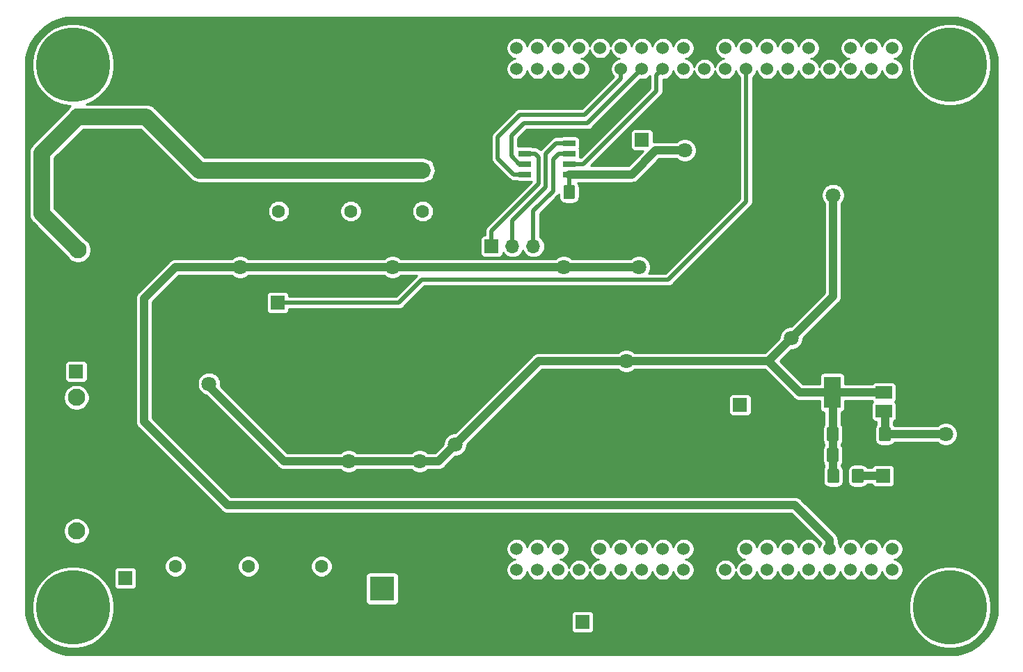
<source format=gbl>
%TF.GenerationSoftware,KiCad,Pcbnew,(5.1.0)-1*%
%TF.CreationDate,2022-07-09T20:49:55+03:00*%
%TF.ProjectId,octaver,6f637461-7665-4722-9e6b-696361645f70,rev?*%
%TF.SameCoordinates,Original*%
%TF.FileFunction,Copper,L2,Bot*%
%TF.FilePolarity,Positive*%
%FSLAX46Y46*%
G04 Gerber Fmt 4.6, Leading zero omitted, Abs format (unit mm)*
G04 Created by KiCad (PCBNEW (5.1.0)-1) date 2022-07-09 20:49:55*
%MOMM*%
%LPD*%
G04 APERTURE LIST*
%TA.AperFunction,Conductor*%
%ADD10C,0.100000*%
%TD*%
%TA.AperFunction,SMDPad,CuDef*%
%ADD11C,1.425000*%
%TD*%
%TA.AperFunction,ComponentPad*%
%ADD12C,1.524000*%
%TD*%
%TA.AperFunction,SMDPad,CuDef*%
%ADD13R,2.000000X1.500000*%
%TD*%
%TA.AperFunction,SMDPad,CuDef*%
%ADD14R,2.000000X3.800000*%
%TD*%
%TA.AperFunction,ComponentPad*%
%ADD15C,3.000000*%
%TD*%
%TA.AperFunction,ComponentPad*%
%ADD16R,3.000000X3.000000*%
%TD*%
%TA.AperFunction,ComponentPad*%
%ADD17C,9.000000*%
%TD*%
%TA.AperFunction,SMDPad,CuDef*%
%ADD18R,1.525000X0.700000*%
%TD*%
%TA.AperFunction,ComponentPad*%
%ADD19C,2.100000*%
%TD*%
%TA.AperFunction,ComponentPad*%
%ADD20R,1.700000X1.700000*%
%TD*%
%TA.AperFunction,ComponentPad*%
%ADD21O,1.700000X1.700000*%
%TD*%
%TA.AperFunction,ComponentPad*%
%ADD22R,1.600000X1.600000*%
%TD*%
%TA.AperFunction,ComponentPad*%
%ADD23C,1.600000*%
%TD*%
%TA.AperFunction,ViaPad*%
%ADD24C,1.800000*%
%TD*%
%TA.AperFunction,ViaPad*%
%ADD25C,0.800000*%
%TD*%
%TA.AperFunction,Conductor*%
%ADD26C,0.500000*%
%TD*%
%TA.AperFunction,Conductor*%
%ADD27C,1.000000*%
%TD*%
%TA.AperFunction,Conductor*%
%ADD28C,2.000000*%
%TD*%
%TA.AperFunction,Conductor*%
%ADD29C,0.254000*%
%TD*%
G04 APERTURE END LIST*
D10*
%TO.N,+5V*%
%TO.C,C20*%
G36*
X189426504Y-121554204D02*
G01*
X189450773Y-121557804D01*
X189474571Y-121563765D01*
X189497671Y-121572030D01*
X189519849Y-121582520D01*
X189540893Y-121595133D01*
X189560598Y-121609747D01*
X189578777Y-121626223D01*
X189595253Y-121644402D01*
X189609867Y-121664107D01*
X189622480Y-121685151D01*
X189632970Y-121707329D01*
X189641235Y-121730429D01*
X189647196Y-121754227D01*
X189650796Y-121778496D01*
X189652000Y-121803000D01*
X189652000Y-123053000D01*
X189650796Y-123077504D01*
X189647196Y-123101773D01*
X189641235Y-123125571D01*
X189632970Y-123148671D01*
X189622480Y-123170849D01*
X189609867Y-123191893D01*
X189595253Y-123211598D01*
X189578777Y-123229777D01*
X189560598Y-123246253D01*
X189540893Y-123260867D01*
X189519849Y-123273480D01*
X189497671Y-123283970D01*
X189474571Y-123292235D01*
X189450773Y-123298196D01*
X189426504Y-123301796D01*
X189402000Y-123303000D01*
X188477000Y-123303000D01*
X188452496Y-123301796D01*
X188428227Y-123298196D01*
X188404429Y-123292235D01*
X188381329Y-123283970D01*
X188359151Y-123273480D01*
X188338107Y-123260867D01*
X188318402Y-123246253D01*
X188300223Y-123229777D01*
X188283747Y-123211598D01*
X188269133Y-123191893D01*
X188256520Y-123170849D01*
X188246030Y-123148671D01*
X188237765Y-123125571D01*
X188231804Y-123101773D01*
X188228204Y-123077504D01*
X188227000Y-123053000D01*
X188227000Y-121803000D01*
X188228204Y-121778496D01*
X188231804Y-121754227D01*
X188237765Y-121730429D01*
X188246030Y-121707329D01*
X188256520Y-121685151D01*
X188269133Y-121664107D01*
X188283747Y-121644402D01*
X188300223Y-121626223D01*
X188318402Y-121609747D01*
X188338107Y-121595133D01*
X188359151Y-121582520D01*
X188381329Y-121572030D01*
X188404429Y-121563765D01*
X188428227Y-121557804D01*
X188452496Y-121554204D01*
X188477000Y-121553000D01*
X189402000Y-121553000D01*
X189426504Y-121554204D01*
X189426504Y-121554204D01*
G37*
D11*
%TD*%
%TO.P,C20,2*%
%TO.N,+5V*%
X188939500Y-122428000D03*
D10*
%TO.N,GND*%
%TO.C,C20*%
G36*
X186451504Y-121554204D02*
G01*
X186475773Y-121557804D01*
X186499571Y-121563765D01*
X186522671Y-121572030D01*
X186544849Y-121582520D01*
X186565893Y-121595133D01*
X186585598Y-121609747D01*
X186603777Y-121626223D01*
X186620253Y-121644402D01*
X186634867Y-121664107D01*
X186647480Y-121685151D01*
X186657970Y-121707329D01*
X186666235Y-121730429D01*
X186672196Y-121754227D01*
X186675796Y-121778496D01*
X186677000Y-121803000D01*
X186677000Y-123053000D01*
X186675796Y-123077504D01*
X186672196Y-123101773D01*
X186666235Y-123125571D01*
X186657970Y-123148671D01*
X186647480Y-123170849D01*
X186634867Y-123191893D01*
X186620253Y-123211598D01*
X186603777Y-123229777D01*
X186585598Y-123246253D01*
X186565893Y-123260867D01*
X186544849Y-123273480D01*
X186522671Y-123283970D01*
X186499571Y-123292235D01*
X186475773Y-123298196D01*
X186451504Y-123301796D01*
X186427000Y-123303000D01*
X185502000Y-123303000D01*
X185477496Y-123301796D01*
X185453227Y-123298196D01*
X185429429Y-123292235D01*
X185406329Y-123283970D01*
X185384151Y-123273480D01*
X185363107Y-123260867D01*
X185343402Y-123246253D01*
X185325223Y-123229777D01*
X185308747Y-123211598D01*
X185294133Y-123191893D01*
X185281520Y-123170849D01*
X185271030Y-123148671D01*
X185262765Y-123125571D01*
X185256804Y-123101773D01*
X185253204Y-123077504D01*
X185252000Y-123053000D01*
X185252000Y-121803000D01*
X185253204Y-121778496D01*
X185256804Y-121754227D01*
X185262765Y-121730429D01*
X185271030Y-121707329D01*
X185281520Y-121685151D01*
X185294133Y-121664107D01*
X185308747Y-121644402D01*
X185325223Y-121626223D01*
X185343402Y-121609747D01*
X185363107Y-121595133D01*
X185384151Y-121582520D01*
X185406329Y-121572030D01*
X185429429Y-121563765D01*
X185453227Y-121557804D01*
X185477496Y-121554204D01*
X185502000Y-121553000D01*
X186427000Y-121553000D01*
X186451504Y-121554204D01*
X186451504Y-121554204D01*
G37*
D11*
%TD*%
%TO.P,C20,1*%
%TO.N,GND*%
X185964500Y-122428000D03*
D12*
%TO.P,U8,48*%
%TO.N,Net-(U8-Pad48)*%
X154305000Y-75438000D03*
%TO.P,U8,51*%
%TO.N,U_D*%
X159385000Y-77978000D03*
%TO.P,U8,70*%
%TO.N,GND*%
X182245000Y-75438000D03*
%TO.P,U8,54*%
%TO.N,Net-(U8-Pad54)*%
X161925000Y-75438000D03*
%TO.P,U8,53*%
%TO.N,CS*%
X161925000Y-77978000D03*
%TO.P,U8,69*%
%TO.N,Net-(U8-Pad69)*%
X182245000Y-77978000D03*
%TO.P,U8,59*%
%TO.N,Net-(U8-Pad59)*%
X169545000Y-77978000D03*
%TO.P,U8,63*%
%TO.N,Net-(U8-Pad63)*%
X174625000Y-77978000D03*
%TO.P,U8,67*%
%TO.N,Net-(U8-Pad67)*%
X179705000Y-77978000D03*
%TO.P,U8,45*%
%TO.N,+5V*%
X151765000Y-77978000D03*
%TO.P,U8,72*%
%TO.N,Net-(U8-Pad72)*%
X184785000Y-75438000D03*
%TO.P,U8,62*%
%TO.N,Net-(U8-Pad62)*%
X172085000Y-75438000D03*
%TO.P,U8,52*%
%TO.N,Net-(U8-Pad52)*%
X159385000Y-75438000D03*
%TO.P,U8,40*%
%TO.N,Net-(U8-Pad40)*%
X144145000Y-75438000D03*
%TO.P,U8,39*%
%TO.N,Net-(U8-Pad39)*%
X144145000Y-77978000D03*
%TO.P,U8,41*%
%TO.N,Net-(U8-Pad41)*%
X146685000Y-77978000D03*
%TO.P,U8,64*%
%TO.N,Net-(U8-Pad64)*%
X174625000Y-75438000D03*
%TO.P,U8,76*%
%TO.N,Net-(U8-Pad76)*%
X189865000Y-75438000D03*
%TO.P,U8,58*%
%TO.N,GND*%
X167005000Y-75438000D03*
%TO.P,U8,43*%
%TO.N,Net-(U8-Pad43)*%
X149225000Y-77978000D03*
%TO.P,U8,61*%
%TO.N,AUDIO_IN_W_OFFSET*%
X172085000Y-77978000D03*
%TO.P,U8,65*%
%TO.N,Net-(U8-Pad65)*%
X177165000Y-77978000D03*
%TO.P,U8,56*%
%TO.N,Net-(U8-Pad56)*%
X164465000Y-75438000D03*
%TO.P,U8,46*%
%TO.N,Net-(U8-Pad46)*%
X151765000Y-75438000D03*
%TO.P,U8,71*%
%TO.N,Net-(U8-Pad71)*%
X184785000Y-77978000D03*
%TO.P,U8,57*%
%TO.N,Net-(U8-Pad57)*%
X167005000Y-77978000D03*
%TO.P,U8,75*%
%TO.N,Net-(U8-Pad75)*%
X189865000Y-77978000D03*
%TO.P,U8,73*%
%TO.N,Net-(U8-Pad73)*%
X187325000Y-77978000D03*
%TO.P,U8,44*%
%TO.N,Net-(U8-Pad44)*%
X149225000Y-75438000D03*
%TO.P,U8,55*%
%TO.N,Net-(U8-Pad55)*%
X164465000Y-77978000D03*
%TO.P,U8,68*%
%TO.N,Net-(U8-Pad68)*%
X179705000Y-75438000D03*
%TO.P,U8,60*%
%TO.N,Net-(U8-Pad60)*%
X169545000Y-75438000D03*
%TO.P,U8,74*%
%TO.N,Net-(U8-Pad74)*%
X187325000Y-75438000D03*
%TO.P,U8,66*%
%TO.N,Net-(U8-Pad66)*%
X177165000Y-75438000D03*
%TO.P,U8,50*%
%TO.N,Net-(U8-Pad50)*%
X156845000Y-75438000D03*
%TO.P,U8,42*%
%TO.N,Net-(U8-Pad42)*%
X146685000Y-75438000D03*
%TO.P,U8,47*%
%TO.N,GND*%
X154305000Y-77978000D03*
%TO.P,U8,49*%
%TO.N,INC*%
X156845000Y-77978000D03*
%TO.P,U8,17*%
%TO.N,Net-(U8-Pad17)*%
X164465000Y-138938000D03*
%TO.P,U8,35*%
%TO.N,Net-(U8-Pad35)*%
X187325000Y-138938000D03*
%TO.P,U8,33*%
%TO.N,Net-(U8-Pad33)*%
X184785000Y-138938000D03*
%TO.P,U8,37*%
%TO.N,Net-(U8-Pad37)*%
X189865000Y-138938000D03*
%TO.P,U8,29*%
%TO.N,Net-(U8-Pad29)*%
X179705000Y-138938000D03*
%TO.P,U8,27*%
%TO.N,Net-(U8-Pad27)*%
X177165000Y-138938000D03*
%TO.P,U8,25*%
%TO.N,Net-(U8-Pad25)*%
X174625000Y-138938000D03*
%TO.P,U8,23*%
%TO.N,Net-(U8-Pad23)*%
X172085000Y-138938000D03*
%TO.P,U8,21*%
%TO.N,Net-(U8-Pad21)*%
X169545000Y-138938000D03*
%TO.P,U8,31*%
%TO.N,Net-(U8-Pad31)*%
X182245000Y-138938000D03*
%TO.P,U8,19*%
%TO.N,GND*%
X167005000Y-138938000D03*
%TO.P,U8,15*%
%TO.N,Net-(U8-Pad15)*%
X161925000Y-138938000D03*
%TO.P,U8,11*%
%TO.N,Net-(U8-Pad11)*%
X156845000Y-138938000D03*
%TO.P,U8,13*%
%TO.N,Net-(U8-Pad13)*%
X159385000Y-138938000D03*
%TO.P,U8,9*%
%TO.N,Net-(U8-Pad9)*%
X154305000Y-138938000D03*
%TO.P,U8,7*%
%TO.N,Net-(U8-Pad7)*%
X151765000Y-138938000D03*
%TO.P,U8,5*%
%TO.N,+5V*%
X149225000Y-138938000D03*
%TO.P,U8,3*%
%TO.N,Net-(U8-Pad3)*%
X146685000Y-138938000D03*
%TO.P,U8,1*%
%TO.N,Net-(U8-Pad1)*%
X144145000Y-138938000D03*
%TO.P,U8,2*%
%TO.N,Net-(U8-Pad2)*%
X144145000Y-136398000D03*
%TO.P,U8,4*%
%TO.N,Net-(U8-Pad4)*%
X146685000Y-136398000D03*
%TO.P,U8,6*%
%TO.N,Net-(U8-Pad6)*%
X149225000Y-136398000D03*
%TO.P,U8,8*%
%TO.N,GND*%
X151765000Y-136398000D03*
%TO.P,U8,10*%
%TO.N,Net-(U8-Pad10)*%
X154305000Y-136398000D03*
%TO.P,U8,12*%
%TO.N,Net-(U8-Pad12)*%
X156845000Y-136398000D03*
%TO.P,U8,14*%
%TO.N,Net-(U8-Pad14)*%
X159385000Y-136398000D03*
%TO.P,U8,16*%
%TO.N,Net-(U8-Pad16)*%
X161925000Y-136398000D03*
%TO.P,U8,18*%
%TO.N,Net-(U8-Pad18)*%
X164465000Y-136398000D03*
%TO.P,U8,20*%
%TO.N,GND*%
X167005000Y-136398000D03*
%TO.P,U8,22*%
X169545000Y-136398000D03*
%TO.P,U8,24*%
%TO.N,Net-(U8-Pad24)*%
X172085000Y-136398000D03*
%TO.P,U8,26*%
%TO.N,Net-(U8-Pad26)*%
X174625000Y-136398000D03*
%TO.P,U8,28*%
%TO.N,IN_ADC*%
X177165000Y-136398000D03*
%TO.P,U8,30*%
%TO.N,OUT_DAC*%
X179705000Y-136398000D03*
%TO.P,U8,32*%
%TO.N,Vbias*%
X182245000Y-136398000D03*
%TO.P,U8,34*%
%TO.N,Net-(U8-Pad34)*%
X184785000Y-136398000D03*
%TO.P,U8,36*%
%TO.N,Net-(U8-Pad36)*%
X187325000Y-136398000D03*
%TO.P,U8,38*%
%TO.N,Net-(U8-Pad38)*%
X189865000Y-136398000D03*
%TD*%
D13*
%TO.P,U7,1*%
%TO.N,GND*%
X188824000Y-115048000D03*
%TO.P,U7,3*%
%TO.N,+5V*%
X188824000Y-119648000D03*
%TO.P,U7,2*%
%TO.N,+3V3*%
X188824000Y-117348000D03*
D14*
X182524000Y-117348000D03*
%TD*%
D15*
%TO.P,J5,2*%
%TO.N,GND*%
X132842000Y-141224000D03*
D16*
%TO.P,J5,1*%
%TO.N,+9V*%
X127762000Y-141224000D03*
%TD*%
D17*
%TO.P,H4,1*%
%TO.N,N/C*%
X196850000Y-143510000D03*
%TD*%
%TO.P,H3,1*%
%TO.N,N/C*%
X196850000Y-77470000D03*
%TD*%
%TO.P,H2,1*%
%TO.N,N/C*%
X90170000Y-143510000D03*
%TD*%
%TO.P,H1,1*%
%TO.N,N/C*%
X90170000Y-77470000D03*
%TD*%
D18*
%TO.P,IC1,1*%
%TO.N,INC*%
X145116000Y-90805000D03*
%TO.P,IC1,2*%
%TO.N,U_D*%
X145116000Y-89535000D03*
%TO.P,IC1,3*%
%TO.N,RH*%
X145116000Y-88265000D03*
%TO.P,IC1,4*%
%TO.N,GND*%
X145116000Y-86995000D03*
%TO.P,IC1,5*%
%TO.N,RW*%
X150540000Y-86995000D03*
%TO.P,IC1,6*%
%TO.N,RL*%
X150540000Y-88265000D03*
%TO.P,IC1,7*%
%TO.N,CS*%
X150540000Y-89535000D03*
%TO.P,IC1,8*%
%TO.N,+3V3*%
X150540000Y-90805000D03*
%TD*%
D19*
%TO.P,J1,4*%
%TO.N,AUDIO_IN*%
X90583800Y-117970600D03*
%TO.P,J1,3*%
%TO.N,GND*%
X103283800Y-117970600D03*
%TO.P,J1,2*%
X103283800Y-134200600D03*
%TO.P,J1,1*%
%TO.N,AUDIO_IN*%
X90583800Y-134200600D03*
%TD*%
%TO.P,J2,1*%
%TO.N,AUDIO_OUT*%
X90787000Y-100012200D03*
%TO.P,J2,2*%
%TO.N,GND*%
X103487000Y-100012200D03*
%TO.P,J2,3*%
X103487000Y-83782200D03*
%TO.P,J2,4*%
%TO.N,AUDIO_OUT*%
X90787000Y-83782200D03*
%TD*%
D20*
%TO.P,J3,1*%
%TO.N,AUDIO_IN*%
X90538300Y-114808000D03*
D21*
%TO.P,J3,2*%
%TO.N,GND*%
X87998300Y-114808000D03*
%TD*%
%TO.P,J4,3*%
%TO.N,RL*%
X146177000Y-99568000D03*
%TO.P,J4,2*%
%TO.N,RW*%
X143637000Y-99568000D03*
D20*
%TO.P,J4,1*%
%TO.N,RH*%
X141097000Y-99568000D03*
%TD*%
%TO.P,TP1,1*%
%TO.N,AUDIO_IN_W_OFFSET*%
X115062000Y-106426000D03*
%TD*%
%TO.P,TP2,1*%
%TO.N,Net-(C12-Pad2)*%
X159385000Y-86614000D03*
%TD*%
%TO.P,TP3,1*%
%TO.N,IN_ADC*%
X171323000Y-118872000D03*
%TD*%
D22*
%TO.P,C25,1*%
%TO.N,GND*%
X102616000Y-143510000D03*
D23*
%TO.P,C25,2*%
%TO.N,+9V*%
X102616000Y-138510000D03*
%TD*%
%TO.P,C26,2*%
%TO.N,+9V*%
X120396000Y-138510000D03*
D22*
%TO.P,C26,1*%
%TO.N,GND*%
X120396000Y-143510000D03*
%TD*%
%TO.P,C27,1*%
%TO.N,GND*%
X111506000Y-143510000D03*
D23*
%TO.P,C27,2*%
%TO.N,+9V*%
X111506000Y-138510000D03*
%TD*%
%TO.P,C12,2*%
%TO.N,Net-(C12-Pad2)*%
X115189000Y-95297000D03*
D22*
%TO.P,C12,1*%
%TO.N,AUDIO_OUT*%
X115189000Y-90297000D03*
%TD*%
%TO.P,C29,1*%
%TO.N,AUDIO_OUT*%
X123952000Y-90297000D03*
D23*
%TO.P,C29,2*%
%TO.N,Net-(C12-Pad2)*%
X123952000Y-95297000D03*
%TD*%
D22*
%TO.P,C30,1*%
%TO.N,AUDIO_OUT*%
X132715000Y-90297000D03*
D23*
%TO.P,C30,2*%
%TO.N,Net-(C12-Pad2)*%
X132715000Y-95297000D03*
%TD*%
D10*
%TO.N,+3V3*%
%TO.C,C1*%
G36*
X151018504Y-92090204D02*
G01*
X151042773Y-92093804D01*
X151066571Y-92099765D01*
X151089671Y-92108030D01*
X151111849Y-92118520D01*
X151132893Y-92131133D01*
X151152598Y-92145747D01*
X151170777Y-92162223D01*
X151187253Y-92180402D01*
X151201867Y-92200107D01*
X151214480Y-92221151D01*
X151224970Y-92243329D01*
X151233235Y-92266429D01*
X151239196Y-92290227D01*
X151242796Y-92314496D01*
X151244000Y-92339000D01*
X151244000Y-93589000D01*
X151242796Y-93613504D01*
X151239196Y-93637773D01*
X151233235Y-93661571D01*
X151224970Y-93684671D01*
X151214480Y-93706849D01*
X151201867Y-93727893D01*
X151187253Y-93747598D01*
X151170777Y-93765777D01*
X151152598Y-93782253D01*
X151132893Y-93796867D01*
X151111849Y-93809480D01*
X151089671Y-93819970D01*
X151066571Y-93828235D01*
X151042773Y-93834196D01*
X151018504Y-93837796D01*
X150994000Y-93839000D01*
X150069000Y-93839000D01*
X150044496Y-93837796D01*
X150020227Y-93834196D01*
X149996429Y-93828235D01*
X149973329Y-93819970D01*
X149951151Y-93809480D01*
X149930107Y-93796867D01*
X149910402Y-93782253D01*
X149892223Y-93765777D01*
X149875747Y-93747598D01*
X149861133Y-93727893D01*
X149848520Y-93706849D01*
X149838030Y-93684671D01*
X149829765Y-93661571D01*
X149823804Y-93637773D01*
X149820204Y-93613504D01*
X149819000Y-93589000D01*
X149819000Y-92339000D01*
X149820204Y-92314496D01*
X149823804Y-92290227D01*
X149829765Y-92266429D01*
X149838030Y-92243329D01*
X149848520Y-92221151D01*
X149861133Y-92200107D01*
X149875747Y-92180402D01*
X149892223Y-92162223D01*
X149910402Y-92145747D01*
X149930107Y-92131133D01*
X149951151Y-92118520D01*
X149973329Y-92108030D01*
X149996429Y-92099765D01*
X150020227Y-92093804D01*
X150044496Y-92090204D01*
X150069000Y-92089000D01*
X150994000Y-92089000D01*
X151018504Y-92090204D01*
X151018504Y-92090204D01*
G37*
D11*
%TD*%
%TO.P,C1,2*%
%TO.N,+3V3*%
X150531500Y-92964000D03*
D10*
%TO.N,GND*%
%TO.C,C1*%
G36*
X153993504Y-92090204D02*
G01*
X154017773Y-92093804D01*
X154041571Y-92099765D01*
X154064671Y-92108030D01*
X154086849Y-92118520D01*
X154107893Y-92131133D01*
X154127598Y-92145747D01*
X154145777Y-92162223D01*
X154162253Y-92180402D01*
X154176867Y-92200107D01*
X154189480Y-92221151D01*
X154199970Y-92243329D01*
X154208235Y-92266429D01*
X154214196Y-92290227D01*
X154217796Y-92314496D01*
X154219000Y-92339000D01*
X154219000Y-93589000D01*
X154217796Y-93613504D01*
X154214196Y-93637773D01*
X154208235Y-93661571D01*
X154199970Y-93684671D01*
X154189480Y-93706849D01*
X154176867Y-93727893D01*
X154162253Y-93747598D01*
X154145777Y-93765777D01*
X154127598Y-93782253D01*
X154107893Y-93796867D01*
X154086849Y-93809480D01*
X154064671Y-93819970D01*
X154041571Y-93828235D01*
X154017773Y-93834196D01*
X153993504Y-93837796D01*
X153969000Y-93839000D01*
X153044000Y-93839000D01*
X153019496Y-93837796D01*
X152995227Y-93834196D01*
X152971429Y-93828235D01*
X152948329Y-93819970D01*
X152926151Y-93809480D01*
X152905107Y-93796867D01*
X152885402Y-93782253D01*
X152867223Y-93765777D01*
X152850747Y-93747598D01*
X152836133Y-93727893D01*
X152823520Y-93706849D01*
X152813030Y-93684671D01*
X152804765Y-93661571D01*
X152798804Y-93637773D01*
X152795204Y-93613504D01*
X152794000Y-93589000D01*
X152794000Y-92339000D01*
X152795204Y-92314496D01*
X152798804Y-92290227D01*
X152804765Y-92266429D01*
X152813030Y-92243329D01*
X152823520Y-92221151D01*
X152836133Y-92200107D01*
X152850747Y-92180402D01*
X152867223Y-92162223D01*
X152885402Y-92145747D01*
X152905107Y-92131133D01*
X152926151Y-92118520D01*
X152948329Y-92108030D01*
X152971429Y-92099765D01*
X152995227Y-92093804D01*
X153019496Y-92090204D01*
X153044000Y-92089000D01*
X153969000Y-92089000D01*
X153993504Y-92090204D01*
X153993504Y-92090204D01*
G37*
D11*
%TD*%
%TO.P,C1,1*%
%TO.N,GND*%
X153506500Y-92964000D03*
D10*
%TO.N,GND*%
%TO.C,C19*%
G36*
X180101504Y-124094204D02*
G01*
X180125773Y-124097804D01*
X180149571Y-124103765D01*
X180172671Y-124112030D01*
X180194849Y-124122520D01*
X180215893Y-124135133D01*
X180235598Y-124149747D01*
X180253777Y-124166223D01*
X180270253Y-124184402D01*
X180284867Y-124204107D01*
X180297480Y-124225151D01*
X180307970Y-124247329D01*
X180316235Y-124270429D01*
X180322196Y-124294227D01*
X180325796Y-124318496D01*
X180327000Y-124343000D01*
X180327000Y-125593000D01*
X180325796Y-125617504D01*
X180322196Y-125641773D01*
X180316235Y-125665571D01*
X180307970Y-125688671D01*
X180297480Y-125710849D01*
X180284867Y-125731893D01*
X180270253Y-125751598D01*
X180253777Y-125769777D01*
X180235598Y-125786253D01*
X180215893Y-125800867D01*
X180194849Y-125813480D01*
X180172671Y-125823970D01*
X180149571Y-125832235D01*
X180125773Y-125838196D01*
X180101504Y-125841796D01*
X180077000Y-125843000D01*
X179152000Y-125843000D01*
X179127496Y-125841796D01*
X179103227Y-125838196D01*
X179079429Y-125832235D01*
X179056329Y-125823970D01*
X179034151Y-125813480D01*
X179013107Y-125800867D01*
X178993402Y-125786253D01*
X178975223Y-125769777D01*
X178958747Y-125751598D01*
X178944133Y-125731893D01*
X178931520Y-125710849D01*
X178921030Y-125688671D01*
X178912765Y-125665571D01*
X178906804Y-125641773D01*
X178903204Y-125617504D01*
X178902000Y-125593000D01*
X178902000Y-124343000D01*
X178903204Y-124318496D01*
X178906804Y-124294227D01*
X178912765Y-124270429D01*
X178921030Y-124247329D01*
X178931520Y-124225151D01*
X178944133Y-124204107D01*
X178958747Y-124184402D01*
X178975223Y-124166223D01*
X178993402Y-124149747D01*
X179013107Y-124135133D01*
X179034151Y-124122520D01*
X179056329Y-124112030D01*
X179079429Y-124103765D01*
X179103227Y-124097804D01*
X179127496Y-124094204D01*
X179152000Y-124093000D01*
X180077000Y-124093000D01*
X180101504Y-124094204D01*
X180101504Y-124094204D01*
G37*
D11*
%TD*%
%TO.P,C19,1*%
%TO.N,GND*%
X179614500Y-124968000D03*
D10*
%TO.N,+3V3*%
%TO.C,C19*%
G36*
X183076504Y-124094204D02*
G01*
X183100773Y-124097804D01*
X183124571Y-124103765D01*
X183147671Y-124112030D01*
X183169849Y-124122520D01*
X183190893Y-124135133D01*
X183210598Y-124149747D01*
X183228777Y-124166223D01*
X183245253Y-124184402D01*
X183259867Y-124204107D01*
X183272480Y-124225151D01*
X183282970Y-124247329D01*
X183291235Y-124270429D01*
X183297196Y-124294227D01*
X183300796Y-124318496D01*
X183302000Y-124343000D01*
X183302000Y-125593000D01*
X183300796Y-125617504D01*
X183297196Y-125641773D01*
X183291235Y-125665571D01*
X183282970Y-125688671D01*
X183272480Y-125710849D01*
X183259867Y-125731893D01*
X183245253Y-125751598D01*
X183228777Y-125769777D01*
X183210598Y-125786253D01*
X183190893Y-125800867D01*
X183169849Y-125813480D01*
X183147671Y-125823970D01*
X183124571Y-125832235D01*
X183100773Y-125838196D01*
X183076504Y-125841796D01*
X183052000Y-125843000D01*
X182127000Y-125843000D01*
X182102496Y-125841796D01*
X182078227Y-125838196D01*
X182054429Y-125832235D01*
X182031329Y-125823970D01*
X182009151Y-125813480D01*
X181988107Y-125800867D01*
X181968402Y-125786253D01*
X181950223Y-125769777D01*
X181933747Y-125751598D01*
X181919133Y-125731893D01*
X181906520Y-125710849D01*
X181896030Y-125688671D01*
X181887765Y-125665571D01*
X181881804Y-125641773D01*
X181878204Y-125617504D01*
X181877000Y-125593000D01*
X181877000Y-124343000D01*
X181878204Y-124318496D01*
X181881804Y-124294227D01*
X181887765Y-124270429D01*
X181896030Y-124247329D01*
X181906520Y-124225151D01*
X181919133Y-124204107D01*
X181933747Y-124184402D01*
X181950223Y-124166223D01*
X181968402Y-124149747D01*
X181988107Y-124135133D01*
X182009151Y-124122520D01*
X182031329Y-124112030D01*
X182054429Y-124103765D01*
X182078227Y-124097804D01*
X182102496Y-124094204D01*
X182127000Y-124093000D01*
X183052000Y-124093000D01*
X183076504Y-124094204D01*
X183076504Y-124094204D01*
G37*
D11*
%TD*%
%TO.P,C19,2*%
%TO.N,+3V3*%
X182589500Y-124968000D03*
D10*
%TO.N,GND*%
%TO.C,C24*%
G36*
X180101504Y-121554204D02*
G01*
X180125773Y-121557804D01*
X180149571Y-121563765D01*
X180172671Y-121572030D01*
X180194849Y-121582520D01*
X180215893Y-121595133D01*
X180235598Y-121609747D01*
X180253777Y-121626223D01*
X180270253Y-121644402D01*
X180284867Y-121664107D01*
X180297480Y-121685151D01*
X180307970Y-121707329D01*
X180316235Y-121730429D01*
X180322196Y-121754227D01*
X180325796Y-121778496D01*
X180327000Y-121803000D01*
X180327000Y-123053000D01*
X180325796Y-123077504D01*
X180322196Y-123101773D01*
X180316235Y-123125571D01*
X180307970Y-123148671D01*
X180297480Y-123170849D01*
X180284867Y-123191893D01*
X180270253Y-123211598D01*
X180253777Y-123229777D01*
X180235598Y-123246253D01*
X180215893Y-123260867D01*
X180194849Y-123273480D01*
X180172671Y-123283970D01*
X180149571Y-123292235D01*
X180125773Y-123298196D01*
X180101504Y-123301796D01*
X180077000Y-123303000D01*
X179152000Y-123303000D01*
X179127496Y-123301796D01*
X179103227Y-123298196D01*
X179079429Y-123292235D01*
X179056329Y-123283970D01*
X179034151Y-123273480D01*
X179013107Y-123260867D01*
X178993402Y-123246253D01*
X178975223Y-123229777D01*
X178958747Y-123211598D01*
X178944133Y-123191893D01*
X178931520Y-123170849D01*
X178921030Y-123148671D01*
X178912765Y-123125571D01*
X178906804Y-123101773D01*
X178903204Y-123077504D01*
X178902000Y-123053000D01*
X178902000Y-121803000D01*
X178903204Y-121778496D01*
X178906804Y-121754227D01*
X178912765Y-121730429D01*
X178921030Y-121707329D01*
X178931520Y-121685151D01*
X178944133Y-121664107D01*
X178958747Y-121644402D01*
X178975223Y-121626223D01*
X178993402Y-121609747D01*
X179013107Y-121595133D01*
X179034151Y-121582520D01*
X179056329Y-121572030D01*
X179079429Y-121563765D01*
X179103227Y-121557804D01*
X179127496Y-121554204D01*
X179152000Y-121553000D01*
X180077000Y-121553000D01*
X180101504Y-121554204D01*
X180101504Y-121554204D01*
G37*
D11*
%TD*%
%TO.P,C24,1*%
%TO.N,GND*%
X179614500Y-122428000D03*
D10*
%TO.N,+3V3*%
%TO.C,C24*%
G36*
X183076504Y-121554204D02*
G01*
X183100773Y-121557804D01*
X183124571Y-121563765D01*
X183147671Y-121572030D01*
X183169849Y-121582520D01*
X183190893Y-121595133D01*
X183210598Y-121609747D01*
X183228777Y-121626223D01*
X183245253Y-121644402D01*
X183259867Y-121664107D01*
X183272480Y-121685151D01*
X183282970Y-121707329D01*
X183291235Y-121730429D01*
X183297196Y-121754227D01*
X183300796Y-121778496D01*
X183302000Y-121803000D01*
X183302000Y-123053000D01*
X183300796Y-123077504D01*
X183297196Y-123101773D01*
X183291235Y-123125571D01*
X183282970Y-123148671D01*
X183272480Y-123170849D01*
X183259867Y-123191893D01*
X183245253Y-123211598D01*
X183228777Y-123229777D01*
X183210598Y-123246253D01*
X183190893Y-123260867D01*
X183169849Y-123273480D01*
X183147671Y-123283970D01*
X183124571Y-123292235D01*
X183100773Y-123298196D01*
X183076504Y-123301796D01*
X183052000Y-123303000D01*
X182127000Y-123303000D01*
X182102496Y-123301796D01*
X182078227Y-123298196D01*
X182054429Y-123292235D01*
X182031329Y-123283970D01*
X182009151Y-123273480D01*
X181988107Y-123260867D01*
X181968402Y-123246253D01*
X181950223Y-123229777D01*
X181933747Y-123211598D01*
X181919133Y-123191893D01*
X181906520Y-123170849D01*
X181896030Y-123148671D01*
X181887765Y-123125571D01*
X181881804Y-123101773D01*
X181878204Y-123077504D01*
X181877000Y-123053000D01*
X181877000Y-121803000D01*
X181878204Y-121778496D01*
X181881804Y-121754227D01*
X181887765Y-121730429D01*
X181896030Y-121707329D01*
X181906520Y-121685151D01*
X181919133Y-121664107D01*
X181933747Y-121644402D01*
X181950223Y-121626223D01*
X181968402Y-121609747D01*
X181988107Y-121595133D01*
X182009151Y-121582520D01*
X182031329Y-121572030D01*
X182054429Y-121563765D01*
X182078227Y-121557804D01*
X182102496Y-121554204D01*
X182127000Y-121553000D01*
X183052000Y-121553000D01*
X183076504Y-121554204D01*
X183076504Y-121554204D01*
G37*
D11*
%TD*%
%TO.P,C24,2*%
%TO.N,+3V3*%
X182589500Y-122428000D03*
D20*
%TO.P,J6,1*%
%TO.N,Net-(J6-Pad1)*%
X96520000Y-139954000D03*
D21*
%TO.P,J6,2*%
%TO.N,GND*%
X96520000Y-137414000D03*
%TD*%
D20*
%TO.P,J7,1*%
%TO.N,Net-(J7-Pad1)*%
X188722000Y-127508000D03*
D21*
%TO.P,J7,2*%
%TO.N,GND*%
X191262000Y-127508000D03*
%TD*%
%TO.P,J8,2*%
%TO.N,GND*%
X154686000Y-145288000D03*
D20*
%TO.P,J8,1*%
%TO.N,Net-(J8-Pad1)*%
X152146000Y-145288000D03*
%TD*%
D10*
%TO.N,+3V3*%
%TO.C,R26*%
G36*
X183149504Y-126634204D02*
G01*
X183173773Y-126637804D01*
X183197571Y-126643765D01*
X183220671Y-126652030D01*
X183242849Y-126662520D01*
X183263893Y-126675133D01*
X183283598Y-126689747D01*
X183301777Y-126706223D01*
X183318253Y-126724402D01*
X183332867Y-126744107D01*
X183345480Y-126765151D01*
X183355970Y-126787329D01*
X183364235Y-126810429D01*
X183370196Y-126834227D01*
X183373796Y-126858496D01*
X183375000Y-126883000D01*
X183375000Y-128133000D01*
X183373796Y-128157504D01*
X183370196Y-128181773D01*
X183364235Y-128205571D01*
X183355970Y-128228671D01*
X183345480Y-128250849D01*
X183332867Y-128271893D01*
X183318253Y-128291598D01*
X183301777Y-128309777D01*
X183283598Y-128326253D01*
X183263893Y-128340867D01*
X183242849Y-128353480D01*
X183220671Y-128363970D01*
X183197571Y-128372235D01*
X183173773Y-128378196D01*
X183149504Y-128381796D01*
X183125000Y-128383000D01*
X182200000Y-128383000D01*
X182175496Y-128381796D01*
X182151227Y-128378196D01*
X182127429Y-128372235D01*
X182104329Y-128363970D01*
X182082151Y-128353480D01*
X182061107Y-128340867D01*
X182041402Y-128326253D01*
X182023223Y-128309777D01*
X182006747Y-128291598D01*
X181992133Y-128271893D01*
X181979520Y-128250849D01*
X181969030Y-128228671D01*
X181960765Y-128205571D01*
X181954804Y-128181773D01*
X181951204Y-128157504D01*
X181950000Y-128133000D01*
X181950000Y-126883000D01*
X181951204Y-126858496D01*
X181954804Y-126834227D01*
X181960765Y-126810429D01*
X181969030Y-126787329D01*
X181979520Y-126765151D01*
X181992133Y-126744107D01*
X182006747Y-126724402D01*
X182023223Y-126706223D01*
X182041402Y-126689747D01*
X182061107Y-126675133D01*
X182082151Y-126662520D01*
X182104329Y-126652030D01*
X182127429Y-126643765D01*
X182151227Y-126637804D01*
X182175496Y-126634204D01*
X182200000Y-126633000D01*
X183125000Y-126633000D01*
X183149504Y-126634204D01*
X183149504Y-126634204D01*
G37*
D11*
%TD*%
%TO.P,R26,1*%
%TO.N,+3V3*%
X182662500Y-127508000D03*
D10*
%TO.N,Net-(J7-Pad1)*%
%TO.C,R26*%
G36*
X186124504Y-126634204D02*
G01*
X186148773Y-126637804D01*
X186172571Y-126643765D01*
X186195671Y-126652030D01*
X186217849Y-126662520D01*
X186238893Y-126675133D01*
X186258598Y-126689747D01*
X186276777Y-126706223D01*
X186293253Y-126724402D01*
X186307867Y-126744107D01*
X186320480Y-126765151D01*
X186330970Y-126787329D01*
X186339235Y-126810429D01*
X186345196Y-126834227D01*
X186348796Y-126858496D01*
X186350000Y-126883000D01*
X186350000Y-128133000D01*
X186348796Y-128157504D01*
X186345196Y-128181773D01*
X186339235Y-128205571D01*
X186330970Y-128228671D01*
X186320480Y-128250849D01*
X186307867Y-128271893D01*
X186293253Y-128291598D01*
X186276777Y-128309777D01*
X186258598Y-128326253D01*
X186238893Y-128340867D01*
X186217849Y-128353480D01*
X186195671Y-128363970D01*
X186172571Y-128372235D01*
X186148773Y-128378196D01*
X186124504Y-128381796D01*
X186100000Y-128383000D01*
X185175000Y-128383000D01*
X185150496Y-128381796D01*
X185126227Y-128378196D01*
X185102429Y-128372235D01*
X185079329Y-128363970D01*
X185057151Y-128353480D01*
X185036107Y-128340867D01*
X185016402Y-128326253D01*
X184998223Y-128309777D01*
X184981747Y-128291598D01*
X184967133Y-128271893D01*
X184954520Y-128250849D01*
X184944030Y-128228671D01*
X184935765Y-128205571D01*
X184929804Y-128181773D01*
X184926204Y-128157504D01*
X184925000Y-128133000D01*
X184925000Y-126883000D01*
X184926204Y-126858496D01*
X184929804Y-126834227D01*
X184935765Y-126810429D01*
X184944030Y-126787329D01*
X184954520Y-126765151D01*
X184967133Y-126744107D01*
X184981747Y-126724402D01*
X184998223Y-126706223D01*
X185016402Y-126689747D01*
X185036107Y-126675133D01*
X185057151Y-126662520D01*
X185079329Y-126652030D01*
X185102429Y-126643765D01*
X185126227Y-126637804D01*
X185150496Y-126634204D01*
X185175000Y-126633000D01*
X186100000Y-126633000D01*
X186124504Y-126634204D01*
X186124504Y-126634204D01*
G37*
D11*
%TD*%
%TO.P,R26,2*%
%TO.N,Net-(J7-Pad1)*%
X185637500Y-127508000D03*
D24*
%TO.N,+3V3*%
X106716500Y-116295500D03*
X132334000Y-125730000D03*
X136652000Y-123698000D03*
X157480000Y-113538000D03*
X177546000Y-110744000D03*
X164592000Y-87884000D03*
X182626000Y-93345000D03*
X123698000Y-125730000D03*
D25*
%TO.N,GND*%
X146812000Y-87122000D03*
X146812000Y-85852000D03*
X148336000Y-85852000D03*
X155194000Y-92964000D03*
X156464000Y-92964000D03*
X169418000Y-90424000D03*
X170688000Y-90424000D03*
X189484000Y-93472000D03*
X187960000Y-91440000D03*
X190754000Y-93472000D03*
X190246000Y-101346000D03*
X190246000Y-102616000D03*
X185928000Y-103378000D03*
X129286000Y-123698000D03*
X128016000Y-123698000D03*
X128778000Y-115570000D03*
X128778000Y-117856000D03*
X128778000Y-120142000D03*
X126238000Y-113792000D03*
X126238000Y-116078000D03*
X126238000Y-118364000D03*
X119126000Y-112522000D03*
X119126000Y-116078000D03*
X119126000Y-114300000D03*
X120650000Y-117856000D03*
X119126000Y-117856000D03*
X109728000Y-115824000D03*
X111252000Y-114046000D03*
X109728000Y-112268000D03*
X173482000Y-105918000D03*
X175260000Y-107696000D03*
X175260000Y-105918000D03*
X167132000Y-106934000D03*
X178054000Y-122428000D03*
X179578000Y-120650000D03*
X178054000Y-124968000D03*
X179578000Y-126746000D03*
X185928000Y-124206000D03*
X184404000Y-122428000D03*
X185928000Y-120650000D03*
X190754000Y-115062000D03*
X188722000Y-113284000D03*
X180594000Y-103378000D03*
X178054000Y-103378000D03*
X178054000Y-105664000D03*
X175260000Y-103378000D03*
X146050000Y-118364000D03*
X144272000Y-118364000D03*
X155194000Y-108966000D03*
X153416000Y-110490000D03*
X102870000Y-104394000D03*
X101092000Y-105918000D03*
X101092000Y-107696000D03*
X101092000Y-109474000D03*
X123952000Y-83566000D03*
X125730000Y-85090000D03*
X122174000Y-85090000D03*
X103632000Y-97790000D03*
X105664000Y-100076000D03*
X101346000Y-100076000D03*
X105664000Y-83566000D03*
X103378000Y-81534000D03*
D24*
X142240000Y-147320000D03*
X157480000Y-147320000D03*
X172720000Y-147320000D03*
X127000000Y-147320000D03*
X111760000Y-147320000D03*
X187960000Y-147320000D03*
X200660000Y-134620000D03*
X200660000Y-119380000D03*
X200660000Y-104140000D03*
X200660000Y-88900000D03*
X96520000Y-147320000D03*
X96520000Y-73660000D03*
X111760000Y-73660000D03*
X127000000Y-73660000D03*
X104140000Y-76200000D03*
X119380000Y-76200000D03*
X134620000Y-76200000D03*
X111760000Y-78740000D03*
X127000000Y-78740000D03*
X119380000Y-81280000D03*
X134620000Y-81280000D03*
D25*
X138430000Y-113030000D03*
X134620000Y-113030000D03*
X134620000Y-109220000D03*
X138430000Y-109220000D03*
X138430000Y-105410000D03*
X154305000Y-79375000D03*
X158750000Y-80645000D03*
D24*
X142240000Y-73660000D03*
X134620000Y-86360000D03*
X119380000Y-99060000D03*
X114300000Y-99060000D03*
X154940000Y-99060000D03*
X167640000Y-119380000D03*
X162560000Y-119380000D03*
X162560000Y-124460000D03*
X167640000Y-124460000D03*
X157480000Y-124460000D03*
X152400000Y-124460000D03*
X147320000Y-124460000D03*
X142240000Y-124460000D03*
D25*
X136652000Y-111252000D03*
X136652000Y-107188000D03*
X134620000Y-105410000D03*
X121666000Y-107950000D03*
X120142000Y-110236000D03*
D24*
X142240000Y-133350000D03*
X147320000Y-133350000D03*
X152400000Y-133350000D03*
X157480000Y-133350000D03*
X162560000Y-133350000D03*
X167640000Y-133350000D03*
X172720000Y-133350000D03*
D25*
%TO.N,AUDIO_OUT*%
X88478400Y-97703600D03*
X86827400Y-96052600D03*
X86360000Y-93472000D03*
X86360000Y-90932000D03*
X86360000Y-88209200D03*
X88046600Y-86522600D03*
X93001800Y-83782200D03*
X95795800Y-83782200D03*
X98589800Y-83782200D03*
X100457000Y-85217000D03*
X102108000Y-86868000D03*
X103886000Y-88646000D03*
X106045000Y-90297000D03*
X109601000Y-90297000D03*
X112649000Y-90297000D03*
X117729000Y-90297000D03*
X121031000Y-90297000D03*
X125857000Y-90297000D03*
X129667000Y-90297000D03*
D24*
%TO.N,+5V*%
X196342000Y-122428000D03*
%TO.N,Vbias*%
X159004000Y-102108000D03*
X110490000Y-102108000D03*
X149860000Y-102108000D03*
X129032000Y-102108000D03*
%TD*%
D26*
%TO.N,+3V3*%
X150531500Y-90813500D02*
X150540000Y-90805000D01*
X150531500Y-92964000D02*
X150531500Y-90813500D01*
D27*
X182626000Y-105664000D02*
X174752000Y-113538000D01*
X174752000Y-113538000D02*
X157480000Y-113538000D01*
X146812000Y-113538000D02*
X134620000Y-125730000D01*
X134620000Y-125730000D02*
X115824000Y-125730000D01*
X115824000Y-125730000D02*
X106680000Y-116586000D01*
X157480000Y-113538000D02*
X146812000Y-113538000D01*
X178562000Y-117348000D02*
X182524000Y-117348000D01*
X174752000Y-113538000D02*
X178562000Y-117348000D01*
X182524000Y-117348000D02*
X188824000Y-117348000D01*
X182589500Y-117413500D02*
X182524000Y-117348000D01*
X182589500Y-122428000D02*
X182589500Y-117413500D01*
X182589500Y-122428000D02*
X182589500Y-124968000D01*
X161075002Y-87884000D02*
X164592000Y-87884000D01*
X150540000Y-90805000D02*
X158154002Y-90805000D01*
X158154002Y-90805000D02*
X161075002Y-87884000D01*
X182626000Y-93345000D02*
X182626000Y-105664000D01*
X182589500Y-127435000D02*
X182662500Y-127508000D01*
X182589500Y-124968000D02*
X182589500Y-127435000D01*
D26*
%TO.N,RW*%
X143637000Y-99568000D02*
X143637000Y-96393000D01*
X143637000Y-96393000D02*
X147701000Y-92329000D01*
X147701000Y-92329000D02*
X147701000Y-88265000D01*
X148971000Y-86995000D02*
X150540000Y-86995000D01*
X147701000Y-88265000D02*
X148971000Y-86995000D01*
%TO.N,AUDIO_IN_W_OFFSET*%
X172085000Y-94107000D02*
X172085000Y-77978000D01*
X162560000Y-103632000D02*
X172085000Y-94107000D01*
X132588000Y-103632000D02*
X162560000Y-103632000D01*
X115062000Y-106426000D02*
X129794000Y-106426000D01*
X129794000Y-106426000D02*
X132588000Y-103632000D01*
%TO.N,RH*%
X146378500Y-88265000D02*
X146812000Y-88698500D01*
X145116000Y-88265000D02*
X146378500Y-88265000D01*
X146812000Y-88698500D02*
X146812000Y-91948000D01*
X141097000Y-97663000D02*
X141097000Y-99568000D01*
X146812000Y-91948000D02*
X141097000Y-97663000D01*
D28*
%TO.N,AUDIO_OUT*%
X132715000Y-90297000D02*
X123952000Y-90297000D01*
X115189000Y-90297000D02*
X123952000Y-90297000D01*
X105537000Y-90297000D02*
X115189000Y-90297000D01*
X99022200Y-83782200D02*
X105537000Y-90297000D01*
X90787000Y-83782200D02*
X99022200Y-83782200D01*
X86360000Y-88209200D02*
X90787000Y-83782200D01*
X86360000Y-95585200D02*
X86360000Y-88209200D01*
X90787000Y-100012200D02*
X86360000Y-95585200D01*
D27*
%TO.N,+5V*%
X188939500Y-119763500D02*
X188824000Y-119648000D01*
X188939500Y-122428000D02*
X188939500Y-119763500D01*
X188939500Y-122428000D02*
X196342000Y-122428000D01*
X196342000Y-122428000D02*
X196596000Y-122428000D01*
%TO.N,Vbias*%
X159004000Y-102108000D02*
X157731208Y-102108000D01*
X157731208Y-102108000D02*
X129032000Y-102108000D01*
X110490000Y-102108000D02*
X110490000Y-102108000D01*
X129032000Y-102108000D02*
X110490000Y-102108000D01*
X182245000Y-135320370D02*
X177988630Y-131064000D01*
X177988630Y-131064000D02*
X108966000Y-131064000D01*
X108966000Y-131064000D02*
X98806000Y-120904000D01*
X102616000Y-102108000D02*
X110490000Y-102108000D01*
X182245000Y-136398000D02*
X182245000Y-135320370D01*
X98806000Y-120904000D02*
X98806000Y-105918000D01*
X98806000Y-105918000D02*
X102616000Y-102108000D01*
D26*
%TO.N,INC*%
X143764000Y-90805000D02*
X145116000Y-90805000D01*
X141859000Y-88900000D02*
X143764000Y-90805000D01*
X151130000Y-83566000D02*
X144526000Y-83566000D01*
X141859000Y-86233000D02*
X141859000Y-88900000D01*
X144526000Y-83566000D02*
X141859000Y-86233000D01*
X151257000Y-83566000D02*
X151130000Y-83566000D01*
X156845000Y-79121000D02*
X156845000Y-77978000D01*
X151130000Y-83566000D02*
X152400000Y-83566000D01*
X152400000Y-83566000D02*
X156845000Y-79121000D01*
%TO.N,U_D*%
X144463498Y-89535000D02*
X143510000Y-88581502D01*
X145116000Y-89535000D02*
X144463498Y-89535000D01*
X143510000Y-88581502D02*
X143510000Y-86106000D01*
X143510000Y-86106000D02*
X145034000Y-84582000D01*
X145034000Y-84582000D02*
X151638000Y-84582000D01*
X152781000Y-84582000D02*
X151638000Y-84582000D01*
X159385000Y-77978000D02*
X152781000Y-84582000D01*
%TO.N,RL*%
X149277500Y-88265000D02*
X150540000Y-88265000D01*
X148590000Y-88952500D02*
X149277500Y-88265000D01*
X148590000Y-92837000D02*
X148590000Y-88952500D01*
X146177000Y-95250000D02*
X148590000Y-92837000D01*
X146177000Y-99568000D02*
X146177000Y-95250000D01*
%TO.N,CS*%
X150540000Y-89535000D02*
X151192502Y-89535000D01*
X161163001Y-78739999D02*
X161163001Y-80644999D01*
X161925000Y-77978000D02*
X161163001Y-78739999D01*
X152273000Y-89535000D02*
X150540000Y-89535000D01*
X161163001Y-80644999D02*
X152273000Y-89535000D01*
D27*
%TO.N,Net-(J7-Pad1)*%
X185637500Y-127508000D02*
X188722000Y-127508000D01*
%TD*%
D29*
%TO.N,GND*%
G36*
X197756739Y-71745068D02*
G01*
X198641156Y-71957398D01*
X199481461Y-72305464D01*
X200256979Y-72780703D01*
X200948598Y-73371402D01*
X201539301Y-74063025D01*
X202014535Y-74838538D01*
X202362603Y-75678847D01*
X202574932Y-76563260D01*
X202648001Y-77491697D01*
X202648000Y-143488316D01*
X202574932Y-144416740D01*
X202362603Y-145301153D01*
X202014535Y-146141462D01*
X201539301Y-146916975D01*
X200948598Y-147608598D01*
X200256979Y-148199297D01*
X199481461Y-148674536D01*
X198641156Y-149022602D01*
X197756739Y-149234932D01*
X196828317Y-149308000D01*
X90191684Y-149308000D01*
X89263260Y-149234932D01*
X88378847Y-149022603D01*
X87538538Y-148674535D01*
X86763025Y-148199301D01*
X86071402Y-147608598D01*
X85480703Y-146916979D01*
X85005464Y-146141461D01*
X84657398Y-145301156D01*
X84445068Y-144416739D01*
X84372000Y-143488317D01*
X84372000Y-143014884D01*
X85143000Y-143014884D01*
X85143000Y-144005116D01*
X85336184Y-144976322D01*
X85715130Y-145891178D01*
X86265274Y-146714526D01*
X86965474Y-147414726D01*
X87788822Y-147964870D01*
X88703678Y-148343816D01*
X89674884Y-148537000D01*
X90665116Y-148537000D01*
X91636322Y-148343816D01*
X92551178Y-147964870D01*
X93374526Y-147414726D01*
X94074726Y-146714526D01*
X94624870Y-145891178D01*
X95003816Y-144976322D01*
X95110894Y-144438000D01*
X150766451Y-144438000D01*
X150766451Y-146138000D01*
X150776626Y-146241310D01*
X150806761Y-146340650D01*
X150855696Y-146432202D01*
X150921552Y-146512448D01*
X151001798Y-146578304D01*
X151093350Y-146627239D01*
X151192690Y-146657374D01*
X151296000Y-146667549D01*
X152996000Y-146667549D01*
X153099310Y-146657374D01*
X153198650Y-146627239D01*
X153290202Y-146578304D01*
X153370448Y-146512448D01*
X153436304Y-146432202D01*
X153485239Y-146340650D01*
X153515374Y-146241310D01*
X153525549Y-146138000D01*
X153525549Y-144438000D01*
X153515374Y-144334690D01*
X153485239Y-144235350D01*
X153436304Y-144143798D01*
X153370448Y-144063552D01*
X153290202Y-143997696D01*
X153198650Y-143948761D01*
X153099310Y-143918626D01*
X152996000Y-143908451D01*
X151296000Y-143908451D01*
X151192690Y-143918626D01*
X151093350Y-143948761D01*
X151001798Y-143997696D01*
X150921552Y-144063552D01*
X150855696Y-144143798D01*
X150806761Y-144235350D01*
X150776626Y-144334690D01*
X150766451Y-144438000D01*
X95110894Y-144438000D01*
X95197000Y-144005116D01*
X95197000Y-143014884D01*
X95003816Y-142043678D01*
X94624870Y-141128822D01*
X94074726Y-140305474D01*
X93374526Y-139605274D01*
X92624318Y-139104000D01*
X95140451Y-139104000D01*
X95140451Y-140804000D01*
X95150626Y-140907310D01*
X95180761Y-141006650D01*
X95229696Y-141098202D01*
X95295552Y-141178448D01*
X95375798Y-141244304D01*
X95467350Y-141293239D01*
X95566690Y-141323374D01*
X95670000Y-141333549D01*
X97370000Y-141333549D01*
X97473310Y-141323374D01*
X97572650Y-141293239D01*
X97664202Y-141244304D01*
X97744448Y-141178448D01*
X97810304Y-141098202D01*
X97859239Y-141006650D01*
X97889374Y-140907310D01*
X97899549Y-140804000D01*
X97899549Y-139104000D01*
X97889374Y-139000690D01*
X97859239Y-138901350D01*
X97810304Y-138809798D01*
X97744448Y-138729552D01*
X97664202Y-138663696D01*
X97572650Y-138614761D01*
X97473310Y-138584626D01*
X97370000Y-138574451D01*
X95670000Y-138574451D01*
X95566690Y-138584626D01*
X95467350Y-138614761D01*
X95375798Y-138663696D01*
X95295552Y-138729552D01*
X95229696Y-138809798D01*
X95180761Y-138901350D01*
X95150626Y-139000690D01*
X95140451Y-139104000D01*
X92624318Y-139104000D01*
X92551178Y-139055130D01*
X91636322Y-138676184D01*
X90665116Y-138483000D01*
X89674884Y-138483000D01*
X88703678Y-138676184D01*
X87788822Y-139055130D01*
X86965474Y-139605274D01*
X86265274Y-140305474D01*
X85715130Y-141128822D01*
X85336184Y-142043678D01*
X85143000Y-143014884D01*
X84372000Y-143014884D01*
X84372000Y-138379302D01*
X101289000Y-138379302D01*
X101289000Y-138640698D01*
X101339996Y-138897072D01*
X101440028Y-139138570D01*
X101585252Y-139355913D01*
X101770087Y-139540748D01*
X101987430Y-139685972D01*
X102228928Y-139786004D01*
X102485302Y-139837000D01*
X102746698Y-139837000D01*
X103003072Y-139786004D01*
X103244570Y-139685972D01*
X103461913Y-139540748D01*
X103646748Y-139355913D01*
X103791972Y-139138570D01*
X103892004Y-138897072D01*
X103943000Y-138640698D01*
X103943000Y-138379302D01*
X110179000Y-138379302D01*
X110179000Y-138640698D01*
X110229996Y-138897072D01*
X110330028Y-139138570D01*
X110475252Y-139355913D01*
X110660087Y-139540748D01*
X110877430Y-139685972D01*
X111118928Y-139786004D01*
X111375302Y-139837000D01*
X111636698Y-139837000D01*
X111893072Y-139786004D01*
X112134570Y-139685972D01*
X112351913Y-139540748D01*
X112536748Y-139355913D01*
X112681972Y-139138570D01*
X112782004Y-138897072D01*
X112833000Y-138640698D01*
X112833000Y-138379302D01*
X119069000Y-138379302D01*
X119069000Y-138640698D01*
X119119996Y-138897072D01*
X119220028Y-139138570D01*
X119365252Y-139355913D01*
X119550087Y-139540748D01*
X119767430Y-139685972D01*
X120008928Y-139786004D01*
X120265302Y-139837000D01*
X120526698Y-139837000D01*
X120783072Y-139786004D01*
X120932762Y-139724000D01*
X125732451Y-139724000D01*
X125732451Y-142724000D01*
X125742626Y-142827310D01*
X125772761Y-142926650D01*
X125821696Y-143018202D01*
X125887552Y-143098448D01*
X125967798Y-143164304D01*
X126059350Y-143213239D01*
X126158690Y-143243374D01*
X126262000Y-143253549D01*
X129262000Y-143253549D01*
X129365310Y-143243374D01*
X129464650Y-143213239D01*
X129556202Y-143164304D01*
X129636448Y-143098448D01*
X129702304Y-143018202D01*
X129704077Y-143014884D01*
X191823000Y-143014884D01*
X191823000Y-144005116D01*
X192016184Y-144976322D01*
X192395130Y-145891178D01*
X192945274Y-146714526D01*
X193645474Y-147414726D01*
X194468822Y-147964870D01*
X195383678Y-148343816D01*
X196354884Y-148537000D01*
X197345116Y-148537000D01*
X198316322Y-148343816D01*
X199231178Y-147964870D01*
X200054526Y-147414726D01*
X200754726Y-146714526D01*
X201304870Y-145891178D01*
X201683816Y-144976322D01*
X201877000Y-144005116D01*
X201877000Y-143014884D01*
X201683816Y-142043678D01*
X201304870Y-141128822D01*
X200754726Y-140305474D01*
X200054526Y-139605274D01*
X199231178Y-139055130D01*
X198316322Y-138676184D01*
X197345116Y-138483000D01*
X196354884Y-138483000D01*
X195383678Y-138676184D01*
X194468822Y-139055130D01*
X193645474Y-139605274D01*
X192945274Y-140305474D01*
X192395130Y-141128822D01*
X192016184Y-142043678D01*
X191823000Y-143014884D01*
X129704077Y-143014884D01*
X129751239Y-142926650D01*
X129781374Y-142827310D01*
X129791549Y-142724000D01*
X129791549Y-139724000D01*
X129781374Y-139620690D01*
X129751239Y-139521350D01*
X129702304Y-139429798D01*
X129636448Y-139349552D01*
X129556202Y-139283696D01*
X129464650Y-139234761D01*
X129365310Y-139204626D01*
X129262000Y-139194451D01*
X126262000Y-139194451D01*
X126158690Y-139204626D01*
X126059350Y-139234761D01*
X125967798Y-139283696D01*
X125887552Y-139349552D01*
X125821696Y-139429798D01*
X125772761Y-139521350D01*
X125742626Y-139620690D01*
X125732451Y-139724000D01*
X120932762Y-139724000D01*
X121024570Y-139685972D01*
X121241913Y-139540748D01*
X121426748Y-139355913D01*
X121571972Y-139138570D01*
X121672004Y-138897072D01*
X121723000Y-138640698D01*
X121723000Y-138379302D01*
X121672004Y-138122928D01*
X121571972Y-137881430D01*
X121426748Y-137664087D01*
X121241913Y-137479252D01*
X121024570Y-137334028D01*
X120783072Y-137233996D01*
X120526698Y-137183000D01*
X120265302Y-137183000D01*
X120008928Y-137233996D01*
X119767430Y-137334028D01*
X119550087Y-137479252D01*
X119365252Y-137664087D01*
X119220028Y-137881430D01*
X119119996Y-138122928D01*
X119069000Y-138379302D01*
X112833000Y-138379302D01*
X112782004Y-138122928D01*
X112681972Y-137881430D01*
X112536748Y-137664087D01*
X112351913Y-137479252D01*
X112134570Y-137334028D01*
X111893072Y-137233996D01*
X111636698Y-137183000D01*
X111375302Y-137183000D01*
X111118928Y-137233996D01*
X110877430Y-137334028D01*
X110660087Y-137479252D01*
X110475252Y-137664087D01*
X110330028Y-137881430D01*
X110229996Y-138122928D01*
X110179000Y-138379302D01*
X103943000Y-138379302D01*
X103892004Y-138122928D01*
X103791972Y-137881430D01*
X103646748Y-137664087D01*
X103461913Y-137479252D01*
X103244570Y-137334028D01*
X103003072Y-137233996D01*
X102746698Y-137183000D01*
X102485302Y-137183000D01*
X102228928Y-137233996D01*
X101987430Y-137334028D01*
X101770087Y-137479252D01*
X101585252Y-137664087D01*
X101440028Y-137881430D01*
X101339996Y-138122928D01*
X101289000Y-138379302D01*
X84372000Y-138379302D01*
X84372000Y-136271045D01*
X142856000Y-136271045D01*
X142856000Y-136524955D01*
X142905535Y-136773987D01*
X143002703Y-137008570D01*
X143143768Y-137219690D01*
X143323310Y-137399232D01*
X143534430Y-137540297D01*
X143769013Y-137637465D01*
X143922524Y-137668000D01*
X143769013Y-137698535D01*
X143534430Y-137795703D01*
X143323310Y-137936768D01*
X143143768Y-138116310D01*
X143002703Y-138327430D01*
X142905535Y-138562013D01*
X142856000Y-138811045D01*
X142856000Y-139064955D01*
X142905535Y-139313987D01*
X143002703Y-139548570D01*
X143143768Y-139759690D01*
X143323310Y-139939232D01*
X143534430Y-140080297D01*
X143769013Y-140177465D01*
X144018045Y-140227000D01*
X144271955Y-140227000D01*
X144520987Y-140177465D01*
X144755570Y-140080297D01*
X144966690Y-139939232D01*
X145146232Y-139759690D01*
X145287297Y-139548570D01*
X145384465Y-139313987D01*
X145415000Y-139160476D01*
X145445535Y-139313987D01*
X145542703Y-139548570D01*
X145683768Y-139759690D01*
X145863310Y-139939232D01*
X146074430Y-140080297D01*
X146309013Y-140177465D01*
X146558045Y-140227000D01*
X146811955Y-140227000D01*
X147060987Y-140177465D01*
X147295570Y-140080297D01*
X147506690Y-139939232D01*
X147686232Y-139759690D01*
X147827297Y-139548570D01*
X147924465Y-139313987D01*
X147955000Y-139160476D01*
X147985535Y-139313987D01*
X148082703Y-139548570D01*
X148223768Y-139759690D01*
X148403310Y-139939232D01*
X148614430Y-140080297D01*
X148849013Y-140177465D01*
X149098045Y-140227000D01*
X149351955Y-140227000D01*
X149600987Y-140177465D01*
X149835570Y-140080297D01*
X150046690Y-139939232D01*
X150226232Y-139759690D01*
X150367297Y-139548570D01*
X150464465Y-139313987D01*
X150495000Y-139160476D01*
X150525535Y-139313987D01*
X150622703Y-139548570D01*
X150763768Y-139759690D01*
X150943310Y-139939232D01*
X151154430Y-140080297D01*
X151389013Y-140177465D01*
X151638045Y-140227000D01*
X151891955Y-140227000D01*
X152140987Y-140177465D01*
X152375570Y-140080297D01*
X152586690Y-139939232D01*
X152766232Y-139759690D01*
X152907297Y-139548570D01*
X153004465Y-139313987D01*
X153035000Y-139160476D01*
X153065535Y-139313987D01*
X153162703Y-139548570D01*
X153303768Y-139759690D01*
X153483310Y-139939232D01*
X153694430Y-140080297D01*
X153929013Y-140177465D01*
X154178045Y-140227000D01*
X154431955Y-140227000D01*
X154680987Y-140177465D01*
X154915570Y-140080297D01*
X155126690Y-139939232D01*
X155306232Y-139759690D01*
X155447297Y-139548570D01*
X155544465Y-139313987D01*
X155575000Y-139160476D01*
X155605535Y-139313987D01*
X155702703Y-139548570D01*
X155843768Y-139759690D01*
X156023310Y-139939232D01*
X156234430Y-140080297D01*
X156469013Y-140177465D01*
X156718045Y-140227000D01*
X156971955Y-140227000D01*
X157220987Y-140177465D01*
X157455570Y-140080297D01*
X157666690Y-139939232D01*
X157846232Y-139759690D01*
X157987297Y-139548570D01*
X158084465Y-139313987D01*
X158115000Y-139160476D01*
X158145535Y-139313987D01*
X158242703Y-139548570D01*
X158383768Y-139759690D01*
X158563310Y-139939232D01*
X158774430Y-140080297D01*
X159009013Y-140177465D01*
X159258045Y-140227000D01*
X159511955Y-140227000D01*
X159760987Y-140177465D01*
X159995570Y-140080297D01*
X160206690Y-139939232D01*
X160386232Y-139759690D01*
X160527297Y-139548570D01*
X160624465Y-139313987D01*
X160655000Y-139160476D01*
X160685535Y-139313987D01*
X160782703Y-139548570D01*
X160923768Y-139759690D01*
X161103310Y-139939232D01*
X161314430Y-140080297D01*
X161549013Y-140177465D01*
X161798045Y-140227000D01*
X162051955Y-140227000D01*
X162300987Y-140177465D01*
X162535570Y-140080297D01*
X162746690Y-139939232D01*
X162926232Y-139759690D01*
X163067297Y-139548570D01*
X163164465Y-139313987D01*
X163195000Y-139160476D01*
X163225535Y-139313987D01*
X163322703Y-139548570D01*
X163463768Y-139759690D01*
X163643310Y-139939232D01*
X163854430Y-140080297D01*
X164089013Y-140177465D01*
X164338045Y-140227000D01*
X164591955Y-140227000D01*
X164840987Y-140177465D01*
X165075570Y-140080297D01*
X165286690Y-139939232D01*
X165466232Y-139759690D01*
X165607297Y-139548570D01*
X165704465Y-139313987D01*
X165754000Y-139064955D01*
X165754000Y-138811045D01*
X165704465Y-138562013D01*
X165607297Y-138327430D01*
X165466232Y-138116310D01*
X165286690Y-137936768D01*
X165075570Y-137795703D01*
X164840987Y-137698535D01*
X164687476Y-137668000D01*
X164840987Y-137637465D01*
X165075570Y-137540297D01*
X165286690Y-137399232D01*
X165466232Y-137219690D01*
X165607297Y-137008570D01*
X165704465Y-136773987D01*
X165754000Y-136524955D01*
X165754000Y-136271045D01*
X165704465Y-136022013D01*
X165607297Y-135787430D01*
X165466232Y-135576310D01*
X165286690Y-135396768D01*
X165075570Y-135255703D01*
X164840987Y-135158535D01*
X164591955Y-135109000D01*
X164338045Y-135109000D01*
X164089013Y-135158535D01*
X163854430Y-135255703D01*
X163643310Y-135396768D01*
X163463768Y-135576310D01*
X163322703Y-135787430D01*
X163225535Y-136022013D01*
X163195000Y-136175524D01*
X163164465Y-136022013D01*
X163067297Y-135787430D01*
X162926232Y-135576310D01*
X162746690Y-135396768D01*
X162535570Y-135255703D01*
X162300987Y-135158535D01*
X162051955Y-135109000D01*
X161798045Y-135109000D01*
X161549013Y-135158535D01*
X161314430Y-135255703D01*
X161103310Y-135396768D01*
X160923768Y-135576310D01*
X160782703Y-135787430D01*
X160685535Y-136022013D01*
X160655000Y-136175524D01*
X160624465Y-136022013D01*
X160527297Y-135787430D01*
X160386232Y-135576310D01*
X160206690Y-135396768D01*
X159995570Y-135255703D01*
X159760987Y-135158535D01*
X159511955Y-135109000D01*
X159258045Y-135109000D01*
X159009013Y-135158535D01*
X158774430Y-135255703D01*
X158563310Y-135396768D01*
X158383768Y-135576310D01*
X158242703Y-135787430D01*
X158145535Y-136022013D01*
X158115000Y-136175524D01*
X158084465Y-136022013D01*
X157987297Y-135787430D01*
X157846232Y-135576310D01*
X157666690Y-135396768D01*
X157455570Y-135255703D01*
X157220987Y-135158535D01*
X156971955Y-135109000D01*
X156718045Y-135109000D01*
X156469013Y-135158535D01*
X156234430Y-135255703D01*
X156023310Y-135396768D01*
X155843768Y-135576310D01*
X155702703Y-135787430D01*
X155605535Y-136022013D01*
X155575000Y-136175524D01*
X155544465Y-136022013D01*
X155447297Y-135787430D01*
X155306232Y-135576310D01*
X155126690Y-135396768D01*
X154915570Y-135255703D01*
X154680987Y-135158535D01*
X154431955Y-135109000D01*
X154178045Y-135109000D01*
X153929013Y-135158535D01*
X153694430Y-135255703D01*
X153483310Y-135396768D01*
X153303768Y-135576310D01*
X153162703Y-135787430D01*
X153065535Y-136022013D01*
X153016000Y-136271045D01*
X153016000Y-136524955D01*
X153065535Y-136773987D01*
X153162703Y-137008570D01*
X153303768Y-137219690D01*
X153483310Y-137399232D01*
X153694430Y-137540297D01*
X153929013Y-137637465D01*
X154082524Y-137668000D01*
X153929013Y-137698535D01*
X153694430Y-137795703D01*
X153483310Y-137936768D01*
X153303768Y-138116310D01*
X153162703Y-138327430D01*
X153065535Y-138562013D01*
X153035000Y-138715524D01*
X153004465Y-138562013D01*
X152907297Y-138327430D01*
X152766232Y-138116310D01*
X152586690Y-137936768D01*
X152375570Y-137795703D01*
X152140987Y-137698535D01*
X151891955Y-137649000D01*
X151638045Y-137649000D01*
X151389013Y-137698535D01*
X151154430Y-137795703D01*
X150943310Y-137936768D01*
X150763768Y-138116310D01*
X150622703Y-138327430D01*
X150525535Y-138562013D01*
X150495000Y-138715524D01*
X150464465Y-138562013D01*
X150367297Y-138327430D01*
X150226232Y-138116310D01*
X150046690Y-137936768D01*
X149835570Y-137795703D01*
X149600987Y-137698535D01*
X149447476Y-137668000D01*
X149600987Y-137637465D01*
X149835570Y-137540297D01*
X150046690Y-137399232D01*
X150226232Y-137219690D01*
X150367297Y-137008570D01*
X150464465Y-136773987D01*
X150514000Y-136524955D01*
X150514000Y-136271045D01*
X150464465Y-136022013D01*
X150367297Y-135787430D01*
X150226232Y-135576310D01*
X150046690Y-135396768D01*
X149835570Y-135255703D01*
X149600987Y-135158535D01*
X149351955Y-135109000D01*
X149098045Y-135109000D01*
X148849013Y-135158535D01*
X148614430Y-135255703D01*
X148403310Y-135396768D01*
X148223768Y-135576310D01*
X148082703Y-135787430D01*
X147985535Y-136022013D01*
X147955000Y-136175524D01*
X147924465Y-136022013D01*
X147827297Y-135787430D01*
X147686232Y-135576310D01*
X147506690Y-135396768D01*
X147295570Y-135255703D01*
X147060987Y-135158535D01*
X146811955Y-135109000D01*
X146558045Y-135109000D01*
X146309013Y-135158535D01*
X146074430Y-135255703D01*
X145863310Y-135396768D01*
X145683768Y-135576310D01*
X145542703Y-135787430D01*
X145445535Y-136022013D01*
X145415000Y-136175524D01*
X145384465Y-136022013D01*
X145287297Y-135787430D01*
X145146232Y-135576310D01*
X144966690Y-135396768D01*
X144755570Y-135255703D01*
X144520987Y-135158535D01*
X144271955Y-135109000D01*
X144018045Y-135109000D01*
X143769013Y-135158535D01*
X143534430Y-135255703D01*
X143323310Y-135396768D01*
X143143768Y-135576310D01*
X143002703Y-135787430D01*
X142905535Y-136022013D01*
X142856000Y-136271045D01*
X84372000Y-136271045D01*
X84372000Y-134045279D01*
X89006800Y-134045279D01*
X89006800Y-134355921D01*
X89067404Y-134660594D01*
X89186281Y-134947589D01*
X89358864Y-135205879D01*
X89578521Y-135425536D01*
X89836811Y-135598119D01*
X90123806Y-135716996D01*
X90428479Y-135777600D01*
X90739121Y-135777600D01*
X91043794Y-135716996D01*
X91330789Y-135598119D01*
X91589079Y-135425536D01*
X91808736Y-135205879D01*
X91981319Y-134947589D01*
X92100196Y-134660594D01*
X92160800Y-134355921D01*
X92160800Y-134045279D01*
X92100196Y-133740606D01*
X91981319Y-133453611D01*
X91808736Y-133195321D01*
X91589079Y-132975664D01*
X91330789Y-132803081D01*
X91043794Y-132684204D01*
X90739121Y-132623600D01*
X90428479Y-132623600D01*
X90123806Y-132684204D01*
X89836811Y-132803081D01*
X89578521Y-132975664D01*
X89358864Y-133195321D01*
X89186281Y-133453611D01*
X89067404Y-133740606D01*
X89006800Y-134045279D01*
X84372000Y-134045279D01*
X84372000Y-117815279D01*
X89006800Y-117815279D01*
X89006800Y-118125921D01*
X89067404Y-118430594D01*
X89186281Y-118717589D01*
X89358864Y-118975879D01*
X89578521Y-119195536D01*
X89836811Y-119368119D01*
X90123806Y-119486996D01*
X90428479Y-119547600D01*
X90739121Y-119547600D01*
X91043794Y-119486996D01*
X91330789Y-119368119D01*
X91589079Y-119195536D01*
X91808736Y-118975879D01*
X91981319Y-118717589D01*
X92100196Y-118430594D01*
X92160800Y-118125921D01*
X92160800Y-117815279D01*
X92100196Y-117510606D01*
X91981319Y-117223611D01*
X91808736Y-116965321D01*
X91589079Y-116745664D01*
X91330789Y-116573081D01*
X91043794Y-116454204D01*
X90739121Y-116393600D01*
X90428479Y-116393600D01*
X90123806Y-116454204D01*
X89836811Y-116573081D01*
X89578521Y-116745664D01*
X89358864Y-116965321D01*
X89186281Y-117223611D01*
X89067404Y-117510606D01*
X89006800Y-117815279D01*
X84372000Y-117815279D01*
X84372000Y-113958000D01*
X89158751Y-113958000D01*
X89158751Y-115658000D01*
X89168926Y-115761310D01*
X89199061Y-115860650D01*
X89247996Y-115952202D01*
X89313852Y-116032448D01*
X89394098Y-116098304D01*
X89485650Y-116147239D01*
X89584990Y-116177374D01*
X89688300Y-116187549D01*
X91388300Y-116187549D01*
X91491610Y-116177374D01*
X91590950Y-116147239D01*
X91682502Y-116098304D01*
X91762748Y-116032448D01*
X91828604Y-115952202D01*
X91877539Y-115860650D01*
X91907674Y-115761310D01*
X91917849Y-115658000D01*
X91917849Y-113958000D01*
X91907674Y-113854690D01*
X91877539Y-113755350D01*
X91828604Y-113663798D01*
X91762748Y-113583552D01*
X91682502Y-113517696D01*
X91590950Y-113468761D01*
X91491610Y-113438626D01*
X91388300Y-113428451D01*
X89688300Y-113428451D01*
X89584990Y-113438626D01*
X89485650Y-113468761D01*
X89394098Y-113517696D01*
X89313852Y-113583552D01*
X89247996Y-113663798D01*
X89199061Y-113755350D01*
X89168926Y-113854690D01*
X89158751Y-113958000D01*
X84372000Y-113958000D01*
X84372000Y-105918000D01*
X97774032Y-105918000D01*
X97779001Y-105968451D01*
X97779000Y-120853559D01*
X97774032Y-120904000D01*
X97779000Y-120954441D01*
X97779000Y-120954450D01*
X97793860Y-121105326D01*
X97852585Y-121298916D01*
X97947949Y-121477331D01*
X98076288Y-121633712D01*
X98115481Y-121665877D01*
X108204132Y-131754530D01*
X108236288Y-131793712D01*
X108275470Y-131825868D01*
X108275475Y-131825873D01*
X108374100Y-131906812D01*
X108392669Y-131922051D01*
X108571083Y-132017415D01*
X108705947Y-132058326D01*
X108764672Y-132076140D01*
X108782831Y-132077928D01*
X108915549Y-132091000D01*
X108915556Y-132091000D01*
X108966000Y-132095968D01*
X109016443Y-132091000D01*
X177563234Y-132091000D01*
X181165572Y-135693339D01*
X181102703Y-135787430D01*
X181005535Y-136022013D01*
X180975000Y-136175524D01*
X180944465Y-136022013D01*
X180847297Y-135787430D01*
X180706232Y-135576310D01*
X180526690Y-135396768D01*
X180315570Y-135255703D01*
X180080987Y-135158535D01*
X179831955Y-135109000D01*
X179578045Y-135109000D01*
X179329013Y-135158535D01*
X179094430Y-135255703D01*
X178883310Y-135396768D01*
X178703768Y-135576310D01*
X178562703Y-135787430D01*
X178465535Y-136022013D01*
X178435000Y-136175524D01*
X178404465Y-136022013D01*
X178307297Y-135787430D01*
X178166232Y-135576310D01*
X177986690Y-135396768D01*
X177775570Y-135255703D01*
X177540987Y-135158535D01*
X177291955Y-135109000D01*
X177038045Y-135109000D01*
X176789013Y-135158535D01*
X176554430Y-135255703D01*
X176343310Y-135396768D01*
X176163768Y-135576310D01*
X176022703Y-135787430D01*
X175925535Y-136022013D01*
X175895000Y-136175524D01*
X175864465Y-136022013D01*
X175767297Y-135787430D01*
X175626232Y-135576310D01*
X175446690Y-135396768D01*
X175235570Y-135255703D01*
X175000987Y-135158535D01*
X174751955Y-135109000D01*
X174498045Y-135109000D01*
X174249013Y-135158535D01*
X174014430Y-135255703D01*
X173803310Y-135396768D01*
X173623768Y-135576310D01*
X173482703Y-135787430D01*
X173385535Y-136022013D01*
X173355000Y-136175524D01*
X173324465Y-136022013D01*
X173227297Y-135787430D01*
X173086232Y-135576310D01*
X172906690Y-135396768D01*
X172695570Y-135255703D01*
X172460987Y-135158535D01*
X172211955Y-135109000D01*
X171958045Y-135109000D01*
X171709013Y-135158535D01*
X171474430Y-135255703D01*
X171263310Y-135396768D01*
X171083768Y-135576310D01*
X170942703Y-135787430D01*
X170845535Y-136022013D01*
X170796000Y-136271045D01*
X170796000Y-136524955D01*
X170845535Y-136773987D01*
X170942703Y-137008570D01*
X171083768Y-137219690D01*
X171263310Y-137399232D01*
X171474430Y-137540297D01*
X171709013Y-137637465D01*
X171862524Y-137668000D01*
X171709013Y-137698535D01*
X171474430Y-137795703D01*
X171263310Y-137936768D01*
X171083768Y-138116310D01*
X170942703Y-138327430D01*
X170845535Y-138562013D01*
X170815000Y-138715524D01*
X170784465Y-138562013D01*
X170687297Y-138327430D01*
X170546232Y-138116310D01*
X170366690Y-137936768D01*
X170155570Y-137795703D01*
X169920987Y-137698535D01*
X169671955Y-137649000D01*
X169418045Y-137649000D01*
X169169013Y-137698535D01*
X168934430Y-137795703D01*
X168723310Y-137936768D01*
X168543768Y-138116310D01*
X168402703Y-138327430D01*
X168305535Y-138562013D01*
X168256000Y-138811045D01*
X168256000Y-139064955D01*
X168305535Y-139313987D01*
X168402703Y-139548570D01*
X168543768Y-139759690D01*
X168723310Y-139939232D01*
X168934430Y-140080297D01*
X169169013Y-140177465D01*
X169418045Y-140227000D01*
X169671955Y-140227000D01*
X169920987Y-140177465D01*
X170155570Y-140080297D01*
X170366690Y-139939232D01*
X170546232Y-139759690D01*
X170687297Y-139548570D01*
X170784465Y-139313987D01*
X170815000Y-139160476D01*
X170845535Y-139313987D01*
X170942703Y-139548570D01*
X171083768Y-139759690D01*
X171263310Y-139939232D01*
X171474430Y-140080297D01*
X171709013Y-140177465D01*
X171958045Y-140227000D01*
X172211955Y-140227000D01*
X172460987Y-140177465D01*
X172695570Y-140080297D01*
X172906690Y-139939232D01*
X173086232Y-139759690D01*
X173227297Y-139548570D01*
X173324465Y-139313987D01*
X173355000Y-139160476D01*
X173385535Y-139313987D01*
X173482703Y-139548570D01*
X173623768Y-139759690D01*
X173803310Y-139939232D01*
X174014430Y-140080297D01*
X174249013Y-140177465D01*
X174498045Y-140227000D01*
X174751955Y-140227000D01*
X175000987Y-140177465D01*
X175235570Y-140080297D01*
X175446690Y-139939232D01*
X175626232Y-139759690D01*
X175767297Y-139548570D01*
X175864465Y-139313987D01*
X175895000Y-139160476D01*
X175925535Y-139313987D01*
X176022703Y-139548570D01*
X176163768Y-139759690D01*
X176343310Y-139939232D01*
X176554430Y-140080297D01*
X176789013Y-140177465D01*
X177038045Y-140227000D01*
X177291955Y-140227000D01*
X177540987Y-140177465D01*
X177775570Y-140080297D01*
X177986690Y-139939232D01*
X178166232Y-139759690D01*
X178307297Y-139548570D01*
X178404465Y-139313987D01*
X178435000Y-139160476D01*
X178465535Y-139313987D01*
X178562703Y-139548570D01*
X178703768Y-139759690D01*
X178883310Y-139939232D01*
X179094430Y-140080297D01*
X179329013Y-140177465D01*
X179578045Y-140227000D01*
X179831955Y-140227000D01*
X180080987Y-140177465D01*
X180315570Y-140080297D01*
X180526690Y-139939232D01*
X180706232Y-139759690D01*
X180847297Y-139548570D01*
X180944465Y-139313987D01*
X180975000Y-139160476D01*
X181005535Y-139313987D01*
X181102703Y-139548570D01*
X181243768Y-139759690D01*
X181423310Y-139939232D01*
X181634430Y-140080297D01*
X181869013Y-140177465D01*
X182118045Y-140227000D01*
X182371955Y-140227000D01*
X182620987Y-140177465D01*
X182855570Y-140080297D01*
X183066690Y-139939232D01*
X183246232Y-139759690D01*
X183387297Y-139548570D01*
X183484465Y-139313987D01*
X183515000Y-139160476D01*
X183545535Y-139313987D01*
X183642703Y-139548570D01*
X183783768Y-139759690D01*
X183963310Y-139939232D01*
X184174430Y-140080297D01*
X184409013Y-140177465D01*
X184658045Y-140227000D01*
X184911955Y-140227000D01*
X185160987Y-140177465D01*
X185395570Y-140080297D01*
X185606690Y-139939232D01*
X185786232Y-139759690D01*
X185927297Y-139548570D01*
X186024465Y-139313987D01*
X186055000Y-139160476D01*
X186085535Y-139313987D01*
X186182703Y-139548570D01*
X186323768Y-139759690D01*
X186503310Y-139939232D01*
X186714430Y-140080297D01*
X186949013Y-140177465D01*
X187198045Y-140227000D01*
X187451955Y-140227000D01*
X187700987Y-140177465D01*
X187935570Y-140080297D01*
X188146690Y-139939232D01*
X188326232Y-139759690D01*
X188467297Y-139548570D01*
X188564465Y-139313987D01*
X188595000Y-139160476D01*
X188625535Y-139313987D01*
X188722703Y-139548570D01*
X188863768Y-139759690D01*
X189043310Y-139939232D01*
X189254430Y-140080297D01*
X189489013Y-140177465D01*
X189738045Y-140227000D01*
X189991955Y-140227000D01*
X190240987Y-140177465D01*
X190475570Y-140080297D01*
X190686690Y-139939232D01*
X190866232Y-139759690D01*
X191007297Y-139548570D01*
X191104465Y-139313987D01*
X191154000Y-139064955D01*
X191154000Y-138811045D01*
X191104465Y-138562013D01*
X191007297Y-138327430D01*
X190866232Y-138116310D01*
X190686690Y-137936768D01*
X190475570Y-137795703D01*
X190240987Y-137698535D01*
X190087476Y-137668000D01*
X190240987Y-137637465D01*
X190475570Y-137540297D01*
X190686690Y-137399232D01*
X190866232Y-137219690D01*
X191007297Y-137008570D01*
X191104465Y-136773987D01*
X191154000Y-136524955D01*
X191154000Y-136271045D01*
X191104465Y-136022013D01*
X191007297Y-135787430D01*
X190866232Y-135576310D01*
X190686690Y-135396768D01*
X190475570Y-135255703D01*
X190240987Y-135158535D01*
X189991955Y-135109000D01*
X189738045Y-135109000D01*
X189489013Y-135158535D01*
X189254430Y-135255703D01*
X189043310Y-135396768D01*
X188863768Y-135576310D01*
X188722703Y-135787430D01*
X188625535Y-136022013D01*
X188595000Y-136175524D01*
X188564465Y-136022013D01*
X188467297Y-135787430D01*
X188326232Y-135576310D01*
X188146690Y-135396768D01*
X187935570Y-135255703D01*
X187700987Y-135158535D01*
X187451955Y-135109000D01*
X187198045Y-135109000D01*
X186949013Y-135158535D01*
X186714430Y-135255703D01*
X186503310Y-135396768D01*
X186323768Y-135576310D01*
X186182703Y-135787430D01*
X186085535Y-136022013D01*
X186055000Y-136175524D01*
X186024465Y-136022013D01*
X185927297Y-135787430D01*
X185786232Y-135576310D01*
X185606690Y-135396768D01*
X185395570Y-135255703D01*
X185160987Y-135158535D01*
X184911955Y-135109000D01*
X184658045Y-135109000D01*
X184409013Y-135158535D01*
X184174430Y-135255703D01*
X183963310Y-135396768D01*
X183783768Y-135576310D01*
X183642703Y-135787430D01*
X183545535Y-136022013D01*
X183515000Y-136175524D01*
X183484465Y-136022013D01*
X183387297Y-135787430D01*
X183272000Y-135614875D01*
X183272000Y-135370810D01*
X183276968Y-135320369D01*
X183272000Y-135269928D01*
X183272000Y-135269919D01*
X183257140Y-135119043D01*
X183198415Y-134925453D01*
X183103051Y-134747039D01*
X182974712Y-134590658D01*
X182935525Y-134558498D01*
X178750507Y-130373481D01*
X178718342Y-130334288D01*
X178561961Y-130205949D01*
X178383547Y-130110585D01*
X178189957Y-130051860D01*
X178039081Y-130037000D01*
X178039071Y-130037000D01*
X177988630Y-130032032D01*
X177938189Y-130037000D01*
X109391398Y-130037000D01*
X99833000Y-120478604D01*
X99833000Y-116154953D01*
X105289500Y-116154953D01*
X105289500Y-116436047D01*
X105344338Y-116711741D01*
X105451909Y-116971438D01*
X105608076Y-117205160D01*
X105806840Y-117403924D01*
X106040562Y-117560091D01*
X106300259Y-117667662D01*
X106311502Y-117669898D01*
X115062132Y-126420530D01*
X115094288Y-126459712D01*
X115133470Y-126491868D01*
X115133475Y-126491873D01*
X115232100Y-126572812D01*
X115250669Y-126588051D01*
X115429083Y-126683415D01*
X115563947Y-126724326D01*
X115622672Y-126742140D01*
X115640831Y-126743928D01*
X115773549Y-126757000D01*
X115773556Y-126757000D01*
X115824000Y-126761968D01*
X115874443Y-126757000D01*
X122706916Y-126757000D01*
X122788340Y-126838424D01*
X123022062Y-126994591D01*
X123281759Y-127102162D01*
X123557453Y-127157000D01*
X123838547Y-127157000D01*
X124114241Y-127102162D01*
X124373938Y-126994591D01*
X124607660Y-126838424D01*
X124689084Y-126757000D01*
X131342916Y-126757000D01*
X131424340Y-126838424D01*
X131658062Y-126994591D01*
X131917759Y-127102162D01*
X132193453Y-127157000D01*
X132474547Y-127157000D01*
X132750241Y-127102162D01*
X133009938Y-126994591D01*
X133243660Y-126838424D01*
X133325084Y-126757000D01*
X134569559Y-126757000D01*
X134620000Y-126761968D01*
X134670441Y-126757000D01*
X134670451Y-126757000D01*
X134821327Y-126742140D01*
X135014917Y-126683415D01*
X135193331Y-126588051D01*
X135349712Y-126459712D01*
X135381877Y-126420519D01*
X136677396Y-125125000D01*
X136792547Y-125125000D01*
X137068241Y-125070162D01*
X137327938Y-124962591D01*
X137561660Y-124806424D01*
X137760424Y-124607660D01*
X137916591Y-124373938D01*
X138024162Y-124114241D01*
X138079000Y-123838547D01*
X138079000Y-123723396D01*
X143780397Y-118022000D01*
X169943451Y-118022000D01*
X169943451Y-119722000D01*
X169953626Y-119825310D01*
X169983761Y-119924650D01*
X170032696Y-120016202D01*
X170098552Y-120096448D01*
X170178798Y-120162304D01*
X170270350Y-120211239D01*
X170369690Y-120241374D01*
X170473000Y-120251549D01*
X172173000Y-120251549D01*
X172276310Y-120241374D01*
X172375650Y-120211239D01*
X172467202Y-120162304D01*
X172547448Y-120096448D01*
X172613304Y-120016202D01*
X172662239Y-119924650D01*
X172692374Y-119825310D01*
X172702549Y-119722000D01*
X172702549Y-118022000D01*
X172692374Y-117918690D01*
X172662239Y-117819350D01*
X172613304Y-117727798D01*
X172547448Y-117647552D01*
X172467202Y-117581696D01*
X172375650Y-117532761D01*
X172276310Y-117502626D01*
X172173000Y-117492451D01*
X170473000Y-117492451D01*
X170369690Y-117502626D01*
X170270350Y-117532761D01*
X170178798Y-117581696D01*
X170098552Y-117647552D01*
X170032696Y-117727798D01*
X169983761Y-117819350D01*
X169953626Y-117918690D01*
X169943451Y-118022000D01*
X143780397Y-118022000D01*
X147237398Y-114565000D01*
X156488916Y-114565000D01*
X156570340Y-114646424D01*
X156804062Y-114802591D01*
X157063759Y-114910162D01*
X157339453Y-114965000D01*
X157620547Y-114965000D01*
X157896241Y-114910162D01*
X158155938Y-114802591D01*
X158389660Y-114646424D01*
X158471084Y-114565000D01*
X174326604Y-114565000D01*
X177800132Y-118038530D01*
X177832288Y-118077712D01*
X177871470Y-118109868D01*
X177871475Y-118109873D01*
X177970100Y-118190812D01*
X177988669Y-118206051D01*
X178167083Y-118301415D01*
X178301947Y-118342326D01*
X178360672Y-118360140D01*
X178378831Y-118361928D01*
X178511549Y-118375000D01*
X178511556Y-118375000D01*
X178562000Y-118379968D01*
X178612443Y-118375000D01*
X180994451Y-118375000D01*
X180994451Y-119248000D01*
X181004626Y-119351310D01*
X181034761Y-119450650D01*
X181083696Y-119542202D01*
X181149552Y-119622448D01*
X181229798Y-119688304D01*
X181321350Y-119737239D01*
X181420690Y-119767374D01*
X181524000Y-119777549D01*
X181562501Y-119777549D01*
X181562500Y-121267953D01*
X181478829Y-121369906D01*
X181406791Y-121504680D01*
X181362430Y-121650918D01*
X181347451Y-121803000D01*
X181347451Y-123053000D01*
X181362430Y-123205082D01*
X181406791Y-123351320D01*
X181478829Y-123486094D01*
X181562500Y-123588048D01*
X181562501Y-123807952D01*
X181478829Y-123909906D01*
X181406791Y-124044680D01*
X181362430Y-124190918D01*
X181347451Y-124343000D01*
X181347451Y-125593000D01*
X181362430Y-125745082D01*
X181406791Y-125891320D01*
X181478829Y-126026094D01*
X181562500Y-126128048D01*
X181562501Y-126436903D01*
X181551829Y-126449906D01*
X181479791Y-126584680D01*
X181435430Y-126730918D01*
X181420451Y-126883000D01*
X181420451Y-128133000D01*
X181435430Y-128285082D01*
X181479791Y-128431320D01*
X181551829Y-128566094D01*
X181648776Y-128684224D01*
X181766906Y-128781171D01*
X181901680Y-128853209D01*
X182047918Y-128897570D01*
X182200000Y-128912549D01*
X183125000Y-128912549D01*
X183277082Y-128897570D01*
X183423320Y-128853209D01*
X183558094Y-128781171D01*
X183676224Y-128684224D01*
X183773171Y-128566094D01*
X183845209Y-128431320D01*
X183889570Y-128285082D01*
X183904549Y-128133000D01*
X183904549Y-126883000D01*
X184395451Y-126883000D01*
X184395451Y-128133000D01*
X184410430Y-128285082D01*
X184454791Y-128431320D01*
X184526829Y-128566094D01*
X184623776Y-128684224D01*
X184741906Y-128781171D01*
X184876680Y-128853209D01*
X185022918Y-128897570D01*
X185175000Y-128912549D01*
X186100000Y-128912549D01*
X186252082Y-128897570D01*
X186398320Y-128853209D01*
X186533094Y-128781171D01*
X186651224Y-128684224D01*
X186748171Y-128566094D01*
X186764791Y-128535000D01*
X187374980Y-128535000D01*
X187382761Y-128560650D01*
X187431696Y-128652202D01*
X187497552Y-128732448D01*
X187577798Y-128798304D01*
X187669350Y-128847239D01*
X187768690Y-128877374D01*
X187872000Y-128887549D01*
X189572000Y-128887549D01*
X189675310Y-128877374D01*
X189774650Y-128847239D01*
X189866202Y-128798304D01*
X189946448Y-128732448D01*
X190012304Y-128652202D01*
X190061239Y-128560650D01*
X190091374Y-128461310D01*
X190101549Y-128358000D01*
X190101549Y-126658000D01*
X190091374Y-126554690D01*
X190061239Y-126455350D01*
X190012304Y-126363798D01*
X189946448Y-126283552D01*
X189866202Y-126217696D01*
X189774650Y-126168761D01*
X189675310Y-126138626D01*
X189572000Y-126128451D01*
X187872000Y-126128451D01*
X187768690Y-126138626D01*
X187669350Y-126168761D01*
X187577798Y-126217696D01*
X187497552Y-126283552D01*
X187431696Y-126363798D01*
X187382761Y-126455350D01*
X187374980Y-126481000D01*
X186764791Y-126481000D01*
X186748171Y-126449906D01*
X186651224Y-126331776D01*
X186533094Y-126234829D01*
X186398320Y-126162791D01*
X186252082Y-126118430D01*
X186100000Y-126103451D01*
X185175000Y-126103451D01*
X185022918Y-126118430D01*
X184876680Y-126162791D01*
X184741906Y-126234829D01*
X184623776Y-126331776D01*
X184526829Y-126449906D01*
X184454791Y-126584680D01*
X184410430Y-126730918D01*
X184395451Y-126883000D01*
X183904549Y-126883000D01*
X183889570Y-126730918D01*
X183845209Y-126584680D01*
X183773171Y-126449906D01*
X183676224Y-126331776D01*
X183616500Y-126282762D01*
X183616500Y-126128047D01*
X183700171Y-126026094D01*
X183772209Y-125891320D01*
X183816570Y-125745082D01*
X183831549Y-125593000D01*
X183831549Y-124343000D01*
X183816570Y-124190918D01*
X183772209Y-124044680D01*
X183700171Y-123909906D01*
X183616500Y-123807953D01*
X183616500Y-123588047D01*
X183700171Y-123486094D01*
X183772209Y-123351320D01*
X183816570Y-123205082D01*
X183831549Y-123053000D01*
X183831549Y-121803000D01*
X183816570Y-121650918D01*
X183772209Y-121504680D01*
X183700171Y-121369906D01*
X183616500Y-121267953D01*
X183616500Y-119768439D01*
X183627310Y-119767374D01*
X183726650Y-119737239D01*
X183818202Y-119688304D01*
X183898448Y-119622448D01*
X183964304Y-119542202D01*
X184013239Y-119450650D01*
X184043374Y-119351310D01*
X184053549Y-119248000D01*
X184053549Y-118375000D01*
X187374501Y-118375000D01*
X187383696Y-118392202D01*
X187449552Y-118472448D01*
X187480687Y-118498000D01*
X187449552Y-118523552D01*
X187383696Y-118603798D01*
X187334761Y-118695350D01*
X187304626Y-118794690D01*
X187294451Y-118898000D01*
X187294451Y-120398000D01*
X187304626Y-120501310D01*
X187334761Y-120600650D01*
X187383696Y-120692202D01*
X187449552Y-120772448D01*
X187529798Y-120838304D01*
X187621350Y-120887239D01*
X187720690Y-120917374D01*
X187824000Y-120927549D01*
X187912501Y-120927549D01*
X187912500Y-121267952D01*
X187828829Y-121369906D01*
X187756791Y-121504680D01*
X187712430Y-121650918D01*
X187697451Y-121803000D01*
X187697451Y-123053000D01*
X187712430Y-123205082D01*
X187756791Y-123351320D01*
X187828829Y-123486094D01*
X187925776Y-123604224D01*
X188043906Y-123701171D01*
X188178680Y-123773209D01*
X188324918Y-123817570D01*
X188477000Y-123832549D01*
X189402000Y-123832549D01*
X189554082Y-123817570D01*
X189700320Y-123773209D01*
X189835094Y-123701171D01*
X189953224Y-123604224D01*
X190050171Y-123486094D01*
X190066791Y-123455000D01*
X195350916Y-123455000D01*
X195432340Y-123536424D01*
X195666062Y-123692591D01*
X195925759Y-123800162D01*
X196201453Y-123855000D01*
X196482547Y-123855000D01*
X196758241Y-123800162D01*
X197017938Y-123692591D01*
X197251660Y-123536424D01*
X197450424Y-123337660D01*
X197606591Y-123103938D01*
X197714162Y-122844241D01*
X197769000Y-122568547D01*
X197769000Y-122287453D01*
X197714162Y-122011759D01*
X197606591Y-121752062D01*
X197450424Y-121518340D01*
X197251660Y-121319576D01*
X197017938Y-121163409D01*
X196758241Y-121055838D01*
X196482547Y-121001000D01*
X196201453Y-121001000D01*
X195925759Y-121055838D01*
X195666062Y-121163409D01*
X195432340Y-121319576D01*
X195350916Y-121401000D01*
X190066791Y-121401000D01*
X190050171Y-121369906D01*
X189966500Y-121267953D01*
X189966500Y-120905486D01*
X190026650Y-120887239D01*
X190118202Y-120838304D01*
X190198448Y-120772448D01*
X190264304Y-120692202D01*
X190313239Y-120600650D01*
X190343374Y-120501310D01*
X190353549Y-120398000D01*
X190353549Y-118898000D01*
X190343374Y-118794690D01*
X190313239Y-118695350D01*
X190264304Y-118603798D01*
X190198448Y-118523552D01*
X190167313Y-118498000D01*
X190198448Y-118472448D01*
X190264304Y-118392202D01*
X190313239Y-118300650D01*
X190343374Y-118201310D01*
X190353549Y-118098000D01*
X190353549Y-116598000D01*
X190343374Y-116494690D01*
X190313239Y-116395350D01*
X190264304Y-116303798D01*
X190198448Y-116223552D01*
X190118202Y-116157696D01*
X190026650Y-116108761D01*
X189927310Y-116078626D01*
X189824000Y-116068451D01*
X187824000Y-116068451D01*
X187720690Y-116078626D01*
X187621350Y-116108761D01*
X187529798Y-116157696D01*
X187449552Y-116223552D01*
X187383696Y-116303798D01*
X187374501Y-116321000D01*
X184053549Y-116321000D01*
X184053549Y-115448000D01*
X184043374Y-115344690D01*
X184013239Y-115245350D01*
X183964304Y-115153798D01*
X183898448Y-115073552D01*
X183818202Y-115007696D01*
X183726650Y-114958761D01*
X183627310Y-114928626D01*
X183524000Y-114918451D01*
X181524000Y-114918451D01*
X181420690Y-114928626D01*
X181321350Y-114958761D01*
X181229798Y-115007696D01*
X181149552Y-115073552D01*
X181083696Y-115153798D01*
X181034761Y-115245350D01*
X181004626Y-115344690D01*
X180994451Y-115448000D01*
X180994451Y-116321000D01*
X178987398Y-116321000D01*
X176204396Y-113538000D01*
X177571397Y-112171000D01*
X177686547Y-112171000D01*
X177962241Y-112116162D01*
X178221938Y-112008591D01*
X178455660Y-111852424D01*
X178654424Y-111653660D01*
X178810591Y-111419938D01*
X178918162Y-111160241D01*
X178973000Y-110884547D01*
X178973000Y-110769397D01*
X183316530Y-106425868D01*
X183355712Y-106393712D01*
X183387868Y-106354530D01*
X183387873Y-106354525D01*
X183484051Y-106237332D01*
X183542908Y-106127217D01*
X183579415Y-106058917D01*
X183626540Y-105903566D01*
X183638140Y-105865328D01*
X183646857Y-105776823D01*
X183653000Y-105714451D01*
X183653000Y-105714444D01*
X183657968Y-105664000D01*
X183653000Y-105613557D01*
X183653000Y-94336084D01*
X183734424Y-94254660D01*
X183890591Y-94020938D01*
X183998162Y-93761241D01*
X184053000Y-93485547D01*
X184053000Y-93204453D01*
X183998162Y-92928759D01*
X183890591Y-92669062D01*
X183734424Y-92435340D01*
X183535660Y-92236576D01*
X183301938Y-92080409D01*
X183042241Y-91972838D01*
X182766547Y-91918000D01*
X182485453Y-91918000D01*
X182209759Y-91972838D01*
X181950062Y-92080409D01*
X181716340Y-92236576D01*
X181517576Y-92435340D01*
X181361409Y-92669062D01*
X181253838Y-92928759D01*
X181199000Y-93204453D01*
X181199000Y-93485547D01*
X181253838Y-93761241D01*
X181361409Y-94020938D01*
X181517576Y-94254660D01*
X181599000Y-94336084D01*
X181599001Y-105238601D01*
X177520603Y-109317000D01*
X177405453Y-109317000D01*
X177129759Y-109371838D01*
X176870062Y-109479409D01*
X176636340Y-109635576D01*
X176437576Y-109834340D01*
X176281409Y-110068062D01*
X176173838Y-110327759D01*
X176119000Y-110603453D01*
X176119000Y-110718603D01*
X174326604Y-112511000D01*
X158471084Y-112511000D01*
X158389660Y-112429576D01*
X158155938Y-112273409D01*
X157896241Y-112165838D01*
X157620547Y-112111000D01*
X157339453Y-112111000D01*
X157063759Y-112165838D01*
X156804062Y-112273409D01*
X156570340Y-112429576D01*
X156488916Y-112511000D01*
X146862443Y-112511000D01*
X146812000Y-112506032D01*
X146761556Y-112511000D01*
X146761549Y-112511000D01*
X146628831Y-112524072D01*
X146610672Y-112525860D01*
X146551947Y-112543674D01*
X146417083Y-112584585D01*
X146238669Y-112679949D01*
X146238667Y-112679950D01*
X146238668Y-112679950D01*
X146121475Y-112776127D01*
X146121470Y-112776132D01*
X146082288Y-112808288D01*
X146050132Y-112847470D01*
X136626604Y-122271000D01*
X136511453Y-122271000D01*
X136235759Y-122325838D01*
X135976062Y-122433409D01*
X135742340Y-122589576D01*
X135543576Y-122788340D01*
X135387409Y-123022062D01*
X135279838Y-123281759D01*
X135225000Y-123557453D01*
X135225000Y-123672604D01*
X134194604Y-124703000D01*
X133325084Y-124703000D01*
X133243660Y-124621576D01*
X133009938Y-124465409D01*
X132750241Y-124357838D01*
X132474547Y-124303000D01*
X132193453Y-124303000D01*
X131917759Y-124357838D01*
X131658062Y-124465409D01*
X131424340Y-124621576D01*
X131342916Y-124703000D01*
X124689084Y-124703000D01*
X124607660Y-124621576D01*
X124373938Y-124465409D01*
X124114241Y-124357838D01*
X123838547Y-124303000D01*
X123557453Y-124303000D01*
X123281759Y-124357838D01*
X123022062Y-124465409D01*
X122788340Y-124621576D01*
X122706916Y-124703000D01*
X116249398Y-124703000D01*
X108116779Y-116570383D01*
X108143500Y-116436047D01*
X108143500Y-116154953D01*
X108088662Y-115879259D01*
X107981091Y-115619562D01*
X107824924Y-115385840D01*
X107626160Y-115187076D01*
X107392438Y-115030909D01*
X107132741Y-114923338D01*
X106857047Y-114868500D01*
X106575953Y-114868500D01*
X106300259Y-114923338D01*
X106040562Y-115030909D01*
X105806840Y-115187076D01*
X105608076Y-115385840D01*
X105451909Y-115619562D01*
X105344338Y-115879259D01*
X105289500Y-116154953D01*
X99833000Y-116154953D01*
X99833000Y-106343396D01*
X103041398Y-103135000D01*
X109498916Y-103135000D01*
X109580340Y-103216424D01*
X109814062Y-103372591D01*
X110073759Y-103480162D01*
X110349453Y-103535000D01*
X110630547Y-103535000D01*
X110906241Y-103480162D01*
X111165938Y-103372591D01*
X111399660Y-103216424D01*
X111481084Y-103135000D01*
X128040916Y-103135000D01*
X128122340Y-103216424D01*
X128356062Y-103372591D01*
X128615759Y-103480162D01*
X128891453Y-103535000D01*
X129172547Y-103535000D01*
X129448241Y-103480162D01*
X129707938Y-103372591D01*
X129941660Y-103216424D01*
X130023084Y-103135000D01*
X131986156Y-103135000D01*
X129472157Y-105649000D01*
X116441549Y-105649000D01*
X116441549Y-105576000D01*
X116431374Y-105472690D01*
X116401239Y-105373350D01*
X116352304Y-105281798D01*
X116286448Y-105201552D01*
X116206202Y-105135696D01*
X116114650Y-105086761D01*
X116015310Y-105056626D01*
X115912000Y-105046451D01*
X114212000Y-105046451D01*
X114108690Y-105056626D01*
X114009350Y-105086761D01*
X113917798Y-105135696D01*
X113837552Y-105201552D01*
X113771696Y-105281798D01*
X113722761Y-105373350D01*
X113692626Y-105472690D01*
X113682451Y-105576000D01*
X113682451Y-107276000D01*
X113692626Y-107379310D01*
X113722761Y-107478650D01*
X113771696Y-107570202D01*
X113837552Y-107650448D01*
X113917798Y-107716304D01*
X114009350Y-107765239D01*
X114108690Y-107795374D01*
X114212000Y-107805549D01*
X115912000Y-107805549D01*
X116015310Y-107795374D01*
X116114650Y-107765239D01*
X116206202Y-107716304D01*
X116286448Y-107650448D01*
X116352304Y-107570202D01*
X116401239Y-107478650D01*
X116431374Y-107379310D01*
X116441549Y-107276000D01*
X116441549Y-107203000D01*
X129755837Y-107203000D01*
X129794000Y-107206759D01*
X129832163Y-107203000D01*
X129832166Y-107203000D01*
X129946319Y-107191757D01*
X130092784Y-107147327D01*
X130227766Y-107075177D01*
X130346080Y-106978080D01*
X130370413Y-106948431D01*
X132909844Y-104409000D01*
X162521837Y-104409000D01*
X162560000Y-104412759D01*
X162598163Y-104409000D01*
X162598166Y-104409000D01*
X162712319Y-104397757D01*
X162858784Y-104353327D01*
X162993766Y-104281177D01*
X163112080Y-104184080D01*
X163136413Y-104154430D01*
X172607437Y-94683407D01*
X172637080Y-94659080D01*
X172661409Y-94629435D01*
X172734177Y-94540767D01*
X172806327Y-94405784D01*
X172822166Y-94353570D01*
X172850757Y-94259319D01*
X172862000Y-94145166D01*
X172862000Y-94145157D01*
X172865758Y-94107001D01*
X172862000Y-94068845D01*
X172862000Y-79009093D01*
X172906690Y-78979232D01*
X173086232Y-78799690D01*
X173227297Y-78588570D01*
X173324465Y-78353987D01*
X173355000Y-78200476D01*
X173385535Y-78353987D01*
X173482703Y-78588570D01*
X173623768Y-78799690D01*
X173803310Y-78979232D01*
X174014430Y-79120297D01*
X174249013Y-79217465D01*
X174498045Y-79267000D01*
X174751955Y-79267000D01*
X175000987Y-79217465D01*
X175235570Y-79120297D01*
X175446690Y-78979232D01*
X175626232Y-78799690D01*
X175767297Y-78588570D01*
X175864465Y-78353987D01*
X175895000Y-78200476D01*
X175925535Y-78353987D01*
X176022703Y-78588570D01*
X176163768Y-78799690D01*
X176343310Y-78979232D01*
X176554430Y-79120297D01*
X176789013Y-79217465D01*
X177038045Y-79267000D01*
X177291955Y-79267000D01*
X177540987Y-79217465D01*
X177775570Y-79120297D01*
X177986690Y-78979232D01*
X178166232Y-78799690D01*
X178307297Y-78588570D01*
X178404465Y-78353987D01*
X178435000Y-78200476D01*
X178465535Y-78353987D01*
X178562703Y-78588570D01*
X178703768Y-78799690D01*
X178883310Y-78979232D01*
X179094430Y-79120297D01*
X179329013Y-79217465D01*
X179578045Y-79267000D01*
X179831955Y-79267000D01*
X180080987Y-79217465D01*
X180315570Y-79120297D01*
X180526690Y-78979232D01*
X180706232Y-78799690D01*
X180847297Y-78588570D01*
X180944465Y-78353987D01*
X180975000Y-78200476D01*
X181005535Y-78353987D01*
X181102703Y-78588570D01*
X181243768Y-78799690D01*
X181423310Y-78979232D01*
X181634430Y-79120297D01*
X181869013Y-79217465D01*
X182118045Y-79267000D01*
X182371955Y-79267000D01*
X182620987Y-79217465D01*
X182855570Y-79120297D01*
X183066690Y-78979232D01*
X183246232Y-78799690D01*
X183387297Y-78588570D01*
X183484465Y-78353987D01*
X183515000Y-78200476D01*
X183545535Y-78353987D01*
X183642703Y-78588570D01*
X183783768Y-78799690D01*
X183963310Y-78979232D01*
X184174430Y-79120297D01*
X184409013Y-79217465D01*
X184658045Y-79267000D01*
X184911955Y-79267000D01*
X185160987Y-79217465D01*
X185395570Y-79120297D01*
X185606690Y-78979232D01*
X185786232Y-78799690D01*
X185927297Y-78588570D01*
X186024465Y-78353987D01*
X186055000Y-78200476D01*
X186085535Y-78353987D01*
X186182703Y-78588570D01*
X186323768Y-78799690D01*
X186503310Y-78979232D01*
X186714430Y-79120297D01*
X186949013Y-79217465D01*
X187198045Y-79267000D01*
X187451955Y-79267000D01*
X187700987Y-79217465D01*
X187935570Y-79120297D01*
X188146690Y-78979232D01*
X188326232Y-78799690D01*
X188467297Y-78588570D01*
X188564465Y-78353987D01*
X188595000Y-78200476D01*
X188625535Y-78353987D01*
X188722703Y-78588570D01*
X188863768Y-78799690D01*
X189043310Y-78979232D01*
X189254430Y-79120297D01*
X189489013Y-79217465D01*
X189738045Y-79267000D01*
X189991955Y-79267000D01*
X190240987Y-79217465D01*
X190475570Y-79120297D01*
X190686690Y-78979232D01*
X190866232Y-78799690D01*
X191007297Y-78588570D01*
X191104465Y-78353987D01*
X191154000Y-78104955D01*
X191154000Y-77851045D01*
X191104465Y-77602013D01*
X191007297Y-77367430D01*
X190866232Y-77156310D01*
X190686690Y-76976768D01*
X190683871Y-76974884D01*
X191823000Y-76974884D01*
X191823000Y-77965116D01*
X192016184Y-78936322D01*
X192395130Y-79851178D01*
X192945274Y-80674526D01*
X193645474Y-81374726D01*
X194468822Y-81924870D01*
X195383678Y-82303816D01*
X196354884Y-82497000D01*
X197345116Y-82497000D01*
X198316322Y-82303816D01*
X199231178Y-81924870D01*
X200054526Y-81374726D01*
X200754726Y-80674526D01*
X201304870Y-79851178D01*
X201683816Y-78936322D01*
X201877000Y-77965116D01*
X201877000Y-76974884D01*
X201683816Y-76003678D01*
X201304870Y-75088822D01*
X200754726Y-74265474D01*
X200054526Y-73565274D01*
X199231178Y-73015130D01*
X198316322Y-72636184D01*
X197345116Y-72443000D01*
X196354884Y-72443000D01*
X195383678Y-72636184D01*
X194468822Y-73015130D01*
X193645474Y-73565274D01*
X192945274Y-74265474D01*
X192395130Y-75088822D01*
X192016184Y-76003678D01*
X191823000Y-76974884D01*
X190683871Y-76974884D01*
X190475570Y-76835703D01*
X190240987Y-76738535D01*
X190087476Y-76708000D01*
X190240987Y-76677465D01*
X190475570Y-76580297D01*
X190686690Y-76439232D01*
X190866232Y-76259690D01*
X191007297Y-76048570D01*
X191104465Y-75813987D01*
X191154000Y-75564955D01*
X191154000Y-75311045D01*
X191104465Y-75062013D01*
X191007297Y-74827430D01*
X190866232Y-74616310D01*
X190686690Y-74436768D01*
X190475570Y-74295703D01*
X190240987Y-74198535D01*
X189991955Y-74149000D01*
X189738045Y-74149000D01*
X189489013Y-74198535D01*
X189254430Y-74295703D01*
X189043310Y-74436768D01*
X188863768Y-74616310D01*
X188722703Y-74827430D01*
X188625535Y-75062013D01*
X188595000Y-75215524D01*
X188564465Y-75062013D01*
X188467297Y-74827430D01*
X188326232Y-74616310D01*
X188146690Y-74436768D01*
X187935570Y-74295703D01*
X187700987Y-74198535D01*
X187451955Y-74149000D01*
X187198045Y-74149000D01*
X186949013Y-74198535D01*
X186714430Y-74295703D01*
X186503310Y-74436768D01*
X186323768Y-74616310D01*
X186182703Y-74827430D01*
X186085535Y-75062013D01*
X186055000Y-75215524D01*
X186024465Y-75062013D01*
X185927297Y-74827430D01*
X185786232Y-74616310D01*
X185606690Y-74436768D01*
X185395570Y-74295703D01*
X185160987Y-74198535D01*
X184911955Y-74149000D01*
X184658045Y-74149000D01*
X184409013Y-74198535D01*
X184174430Y-74295703D01*
X183963310Y-74436768D01*
X183783768Y-74616310D01*
X183642703Y-74827430D01*
X183545535Y-75062013D01*
X183496000Y-75311045D01*
X183496000Y-75564955D01*
X183545535Y-75813987D01*
X183642703Y-76048570D01*
X183783768Y-76259690D01*
X183963310Y-76439232D01*
X184174430Y-76580297D01*
X184409013Y-76677465D01*
X184562524Y-76708000D01*
X184409013Y-76738535D01*
X184174430Y-76835703D01*
X183963310Y-76976768D01*
X183783768Y-77156310D01*
X183642703Y-77367430D01*
X183545535Y-77602013D01*
X183515000Y-77755524D01*
X183484465Y-77602013D01*
X183387297Y-77367430D01*
X183246232Y-77156310D01*
X183066690Y-76976768D01*
X182855570Y-76835703D01*
X182620987Y-76738535D01*
X182371955Y-76689000D01*
X182118045Y-76689000D01*
X181869013Y-76738535D01*
X181634430Y-76835703D01*
X181423310Y-76976768D01*
X181243768Y-77156310D01*
X181102703Y-77367430D01*
X181005535Y-77602013D01*
X180975000Y-77755524D01*
X180944465Y-77602013D01*
X180847297Y-77367430D01*
X180706232Y-77156310D01*
X180526690Y-76976768D01*
X180315570Y-76835703D01*
X180080987Y-76738535D01*
X179927476Y-76708000D01*
X180080987Y-76677465D01*
X180315570Y-76580297D01*
X180526690Y-76439232D01*
X180706232Y-76259690D01*
X180847297Y-76048570D01*
X180944465Y-75813987D01*
X180994000Y-75564955D01*
X180994000Y-75311045D01*
X180944465Y-75062013D01*
X180847297Y-74827430D01*
X180706232Y-74616310D01*
X180526690Y-74436768D01*
X180315570Y-74295703D01*
X180080987Y-74198535D01*
X179831955Y-74149000D01*
X179578045Y-74149000D01*
X179329013Y-74198535D01*
X179094430Y-74295703D01*
X178883310Y-74436768D01*
X178703768Y-74616310D01*
X178562703Y-74827430D01*
X178465535Y-75062013D01*
X178435000Y-75215524D01*
X178404465Y-75062013D01*
X178307297Y-74827430D01*
X178166232Y-74616310D01*
X177986690Y-74436768D01*
X177775570Y-74295703D01*
X177540987Y-74198535D01*
X177291955Y-74149000D01*
X177038045Y-74149000D01*
X176789013Y-74198535D01*
X176554430Y-74295703D01*
X176343310Y-74436768D01*
X176163768Y-74616310D01*
X176022703Y-74827430D01*
X175925535Y-75062013D01*
X175895000Y-75215524D01*
X175864465Y-75062013D01*
X175767297Y-74827430D01*
X175626232Y-74616310D01*
X175446690Y-74436768D01*
X175235570Y-74295703D01*
X175000987Y-74198535D01*
X174751955Y-74149000D01*
X174498045Y-74149000D01*
X174249013Y-74198535D01*
X174014430Y-74295703D01*
X173803310Y-74436768D01*
X173623768Y-74616310D01*
X173482703Y-74827430D01*
X173385535Y-75062013D01*
X173355000Y-75215524D01*
X173324465Y-75062013D01*
X173227297Y-74827430D01*
X173086232Y-74616310D01*
X172906690Y-74436768D01*
X172695570Y-74295703D01*
X172460987Y-74198535D01*
X172211955Y-74149000D01*
X171958045Y-74149000D01*
X171709013Y-74198535D01*
X171474430Y-74295703D01*
X171263310Y-74436768D01*
X171083768Y-74616310D01*
X170942703Y-74827430D01*
X170845535Y-75062013D01*
X170815000Y-75215524D01*
X170784465Y-75062013D01*
X170687297Y-74827430D01*
X170546232Y-74616310D01*
X170366690Y-74436768D01*
X170155570Y-74295703D01*
X169920987Y-74198535D01*
X169671955Y-74149000D01*
X169418045Y-74149000D01*
X169169013Y-74198535D01*
X168934430Y-74295703D01*
X168723310Y-74436768D01*
X168543768Y-74616310D01*
X168402703Y-74827430D01*
X168305535Y-75062013D01*
X168256000Y-75311045D01*
X168256000Y-75564955D01*
X168305535Y-75813987D01*
X168402703Y-76048570D01*
X168543768Y-76259690D01*
X168723310Y-76439232D01*
X168934430Y-76580297D01*
X169169013Y-76677465D01*
X169322524Y-76708000D01*
X169169013Y-76738535D01*
X168934430Y-76835703D01*
X168723310Y-76976768D01*
X168543768Y-77156310D01*
X168402703Y-77367430D01*
X168305535Y-77602013D01*
X168275000Y-77755524D01*
X168244465Y-77602013D01*
X168147297Y-77367430D01*
X168006232Y-77156310D01*
X167826690Y-76976768D01*
X167615570Y-76835703D01*
X167380987Y-76738535D01*
X167131955Y-76689000D01*
X166878045Y-76689000D01*
X166629013Y-76738535D01*
X166394430Y-76835703D01*
X166183310Y-76976768D01*
X166003768Y-77156310D01*
X165862703Y-77367430D01*
X165765535Y-77602013D01*
X165735000Y-77755524D01*
X165704465Y-77602013D01*
X165607297Y-77367430D01*
X165466232Y-77156310D01*
X165286690Y-76976768D01*
X165075570Y-76835703D01*
X164840987Y-76738535D01*
X164687476Y-76708000D01*
X164840987Y-76677465D01*
X165075570Y-76580297D01*
X165286690Y-76439232D01*
X165466232Y-76259690D01*
X165607297Y-76048570D01*
X165704465Y-75813987D01*
X165754000Y-75564955D01*
X165754000Y-75311045D01*
X165704465Y-75062013D01*
X165607297Y-74827430D01*
X165466232Y-74616310D01*
X165286690Y-74436768D01*
X165075570Y-74295703D01*
X164840987Y-74198535D01*
X164591955Y-74149000D01*
X164338045Y-74149000D01*
X164089013Y-74198535D01*
X163854430Y-74295703D01*
X163643310Y-74436768D01*
X163463768Y-74616310D01*
X163322703Y-74827430D01*
X163225535Y-75062013D01*
X163195000Y-75215524D01*
X163164465Y-75062013D01*
X163067297Y-74827430D01*
X162926232Y-74616310D01*
X162746690Y-74436768D01*
X162535570Y-74295703D01*
X162300987Y-74198535D01*
X162051955Y-74149000D01*
X161798045Y-74149000D01*
X161549013Y-74198535D01*
X161314430Y-74295703D01*
X161103310Y-74436768D01*
X160923768Y-74616310D01*
X160782703Y-74827430D01*
X160685535Y-75062013D01*
X160655000Y-75215524D01*
X160624465Y-75062013D01*
X160527297Y-74827430D01*
X160386232Y-74616310D01*
X160206690Y-74436768D01*
X159995570Y-74295703D01*
X159760987Y-74198535D01*
X159511955Y-74149000D01*
X159258045Y-74149000D01*
X159009013Y-74198535D01*
X158774430Y-74295703D01*
X158563310Y-74436768D01*
X158383768Y-74616310D01*
X158242703Y-74827430D01*
X158145535Y-75062013D01*
X158115000Y-75215524D01*
X158084465Y-75062013D01*
X157987297Y-74827430D01*
X157846232Y-74616310D01*
X157666690Y-74436768D01*
X157455570Y-74295703D01*
X157220987Y-74198535D01*
X156971955Y-74149000D01*
X156718045Y-74149000D01*
X156469013Y-74198535D01*
X156234430Y-74295703D01*
X156023310Y-74436768D01*
X155843768Y-74616310D01*
X155702703Y-74827430D01*
X155605535Y-75062013D01*
X155575000Y-75215524D01*
X155544465Y-75062013D01*
X155447297Y-74827430D01*
X155306232Y-74616310D01*
X155126690Y-74436768D01*
X154915570Y-74295703D01*
X154680987Y-74198535D01*
X154431955Y-74149000D01*
X154178045Y-74149000D01*
X153929013Y-74198535D01*
X153694430Y-74295703D01*
X153483310Y-74436768D01*
X153303768Y-74616310D01*
X153162703Y-74827430D01*
X153065535Y-75062013D01*
X153035000Y-75215524D01*
X153004465Y-75062013D01*
X152907297Y-74827430D01*
X152766232Y-74616310D01*
X152586690Y-74436768D01*
X152375570Y-74295703D01*
X152140987Y-74198535D01*
X151891955Y-74149000D01*
X151638045Y-74149000D01*
X151389013Y-74198535D01*
X151154430Y-74295703D01*
X150943310Y-74436768D01*
X150763768Y-74616310D01*
X150622703Y-74827430D01*
X150525535Y-75062013D01*
X150495000Y-75215524D01*
X150464465Y-75062013D01*
X150367297Y-74827430D01*
X150226232Y-74616310D01*
X150046690Y-74436768D01*
X149835570Y-74295703D01*
X149600987Y-74198535D01*
X149351955Y-74149000D01*
X149098045Y-74149000D01*
X148849013Y-74198535D01*
X148614430Y-74295703D01*
X148403310Y-74436768D01*
X148223768Y-74616310D01*
X148082703Y-74827430D01*
X147985535Y-75062013D01*
X147955000Y-75215524D01*
X147924465Y-75062013D01*
X147827297Y-74827430D01*
X147686232Y-74616310D01*
X147506690Y-74436768D01*
X147295570Y-74295703D01*
X147060987Y-74198535D01*
X146811955Y-74149000D01*
X146558045Y-74149000D01*
X146309013Y-74198535D01*
X146074430Y-74295703D01*
X145863310Y-74436768D01*
X145683768Y-74616310D01*
X145542703Y-74827430D01*
X145445535Y-75062013D01*
X145415000Y-75215524D01*
X145384465Y-75062013D01*
X145287297Y-74827430D01*
X145146232Y-74616310D01*
X144966690Y-74436768D01*
X144755570Y-74295703D01*
X144520987Y-74198535D01*
X144271955Y-74149000D01*
X144018045Y-74149000D01*
X143769013Y-74198535D01*
X143534430Y-74295703D01*
X143323310Y-74436768D01*
X143143768Y-74616310D01*
X143002703Y-74827430D01*
X142905535Y-75062013D01*
X142856000Y-75311045D01*
X142856000Y-75564955D01*
X142905535Y-75813987D01*
X143002703Y-76048570D01*
X143143768Y-76259690D01*
X143323310Y-76439232D01*
X143534430Y-76580297D01*
X143769013Y-76677465D01*
X143922524Y-76708000D01*
X143769013Y-76738535D01*
X143534430Y-76835703D01*
X143323310Y-76976768D01*
X143143768Y-77156310D01*
X143002703Y-77367430D01*
X142905535Y-77602013D01*
X142856000Y-77851045D01*
X142856000Y-78104955D01*
X142905535Y-78353987D01*
X143002703Y-78588570D01*
X143143768Y-78799690D01*
X143323310Y-78979232D01*
X143534430Y-79120297D01*
X143769013Y-79217465D01*
X144018045Y-79267000D01*
X144271955Y-79267000D01*
X144520987Y-79217465D01*
X144755570Y-79120297D01*
X144966690Y-78979232D01*
X145146232Y-78799690D01*
X145287297Y-78588570D01*
X145384465Y-78353987D01*
X145415000Y-78200476D01*
X145445535Y-78353987D01*
X145542703Y-78588570D01*
X145683768Y-78799690D01*
X145863310Y-78979232D01*
X146074430Y-79120297D01*
X146309013Y-79217465D01*
X146558045Y-79267000D01*
X146811955Y-79267000D01*
X147060987Y-79217465D01*
X147295570Y-79120297D01*
X147506690Y-78979232D01*
X147686232Y-78799690D01*
X147827297Y-78588570D01*
X147924465Y-78353987D01*
X147955000Y-78200476D01*
X147985535Y-78353987D01*
X148082703Y-78588570D01*
X148223768Y-78799690D01*
X148403310Y-78979232D01*
X148614430Y-79120297D01*
X148849013Y-79217465D01*
X149098045Y-79267000D01*
X149351955Y-79267000D01*
X149600987Y-79217465D01*
X149835570Y-79120297D01*
X150046690Y-78979232D01*
X150226232Y-78799690D01*
X150367297Y-78588570D01*
X150464465Y-78353987D01*
X150495000Y-78200476D01*
X150525535Y-78353987D01*
X150622703Y-78588570D01*
X150763768Y-78799690D01*
X150943310Y-78979232D01*
X151154430Y-79120297D01*
X151389013Y-79217465D01*
X151638045Y-79267000D01*
X151891955Y-79267000D01*
X152140987Y-79217465D01*
X152375570Y-79120297D01*
X152586690Y-78979232D01*
X152766232Y-78799690D01*
X152907297Y-78588570D01*
X153004465Y-78353987D01*
X153054000Y-78104955D01*
X153054000Y-77851045D01*
X153004465Y-77602013D01*
X152907297Y-77367430D01*
X152766232Y-77156310D01*
X152586690Y-76976768D01*
X152375570Y-76835703D01*
X152140987Y-76738535D01*
X151987476Y-76708000D01*
X152140987Y-76677465D01*
X152375570Y-76580297D01*
X152586690Y-76439232D01*
X152766232Y-76259690D01*
X152907297Y-76048570D01*
X153004465Y-75813987D01*
X153035000Y-75660476D01*
X153065535Y-75813987D01*
X153162703Y-76048570D01*
X153303768Y-76259690D01*
X153483310Y-76439232D01*
X153694430Y-76580297D01*
X153929013Y-76677465D01*
X154178045Y-76727000D01*
X154431955Y-76727000D01*
X154680987Y-76677465D01*
X154915570Y-76580297D01*
X155126690Y-76439232D01*
X155306232Y-76259690D01*
X155447297Y-76048570D01*
X155544465Y-75813987D01*
X155575000Y-75660476D01*
X155605535Y-75813987D01*
X155702703Y-76048570D01*
X155843768Y-76259690D01*
X156023310Y-76439232D01*
X156234430Y-76580297D01*
X156469013Y-76677465D01*
X156622524Y-76708000D01*
X156469013Y-76738535D01*
X156234430Y-76835703D01*
X156023310Y-76976768D01*
X155843768Y-77156310D01*
X155702703Y-77367430D01*
X155605535Y-77602013D01*
X155556000Y-77851045D01*
X155556000Y-78104955D01*
X155605535Y-78353987D01*
X155702703Y-78588570D01*
X155843768Y-78799690D01*
X155955617Y-78911539D01*
X152078157Y-82789000D01*
X144564163Y-82789000D01*
X144526000Y-82785241D01*
X144487836Y-82789000D01*
X144487834Y-82789000D01*
X144373681Y-82800243D01*
X144227216Y-82844673D01*
X144207522Y-82855200D01*
X144092234Y-82916822D01*
X144038764Y-82960704D01*
X143973920Y-83013920D01*
X143949592Y-83043564D01*
X141336569Y-85656587D01*
X141306920Y-85680920D01*
X141282591Y-85710566D01*
X141209823Y-85799234D01*
X141205557Y-85807216D01*
X141137673Y-85934217D01*
X141093243Y-86080682D01*
X141082000Y-86194834D01*
X141078241Y-86233000D01*
X141082000Y-86271164D01*
X141082001Y-88861827D01*
X141078241Y-88900000D01*
X141089329Y-89012566D01*
X141093244Y-89052319D01*
X141094572Y-89056696D01*
X141137673Y-89198783D01*
X141209823Y-89333766D01*
X141282591Y-89422434D01*
X141306921Y-89452080D01*
X141336565Y-89476408D01*
X143187590Y-91327434D01*
X143211920Y-91357080D01*
X143241564Y-91381408D01*
X143241565Y-91381409D01*
X143330233Y-91454177D01*
X143362545Y-91471448D01*
X143465216Y-91526327D01*
X143611681Y-91570757D01*
X143725834Y-91582000D01*
X143725836Y-91582000D01*
X143764000Y-91585759D01*
X143802163Y-91582000D01*
X144043087Y-91582000D01*
X144059298Y-91595304D01*
X144150850Y-91644239D01*
X144250190Y-91674374D01*
X144353500Y-91684549D01*
X145878500Y-91684549D01*
X145981810Y-91674374D01*
X145988947Y-91672209D01*
X140574570Y-97086587D01*
X140544920Y-97110920D01*
X140520591Y-97140566D01*
X140447823Y-97229234D01*
X140375674Y-97364216D01*
X140375673Y-97364217D01*
X140331243Y-97510682D01*
X140321235Y-97612299D01*
X140316241Y-97663000D01*
X140320000Y-97701164D01*
X140320000Y-98188451D01*
X140247000Y-98188451D01*
X140143690Y-98198626D01*
X140044350Y-98228761D01*
X139952798Y-98277696D01*
X139872552Y-98343552D01*
X139806696Y-98423798D01*
X139757761Y-98515350D01*
X139727626Y-98614690D01*
X139717451Y-98718000D01*
X139717451Y-100418000D01*
X139727626Y-100521310D01*
X139757761Y-100620650D01*
X139806696Y-100712202D01*
X139872552Y-100792448D01*
X139952798Y-100858304D01*
X140044350Y-100907239D01*
X140143690Y-100937374D01*
X140247000Y-100947549D01*
X141947000Y-100947549D01*
X142050310Y-100937374D01*
X142149650Y-100907239D01*
X142241202Y-100858304D01*
X142321448Y-100792448D01*
X142387304Y-100712202D01*
X142436239Y-100620650D01*
X142466374Y-100521310D01*
X142476549Y-100418000D01*
X142476549Y-100318054D01*
X142486527Y-100336721D01*
X142658603Y-100546397D01*
X142868279Y-100718473D01*
X143107495Y-100846337D01*
X143367061Y-100925075D01*
X143569360Y-100945000D01*
X143704640Y-100945000D01*
X143906939Y-100925075D01*
X144166505Y-100846337D01*
X144405721Y-100718473D01*
X144615397Y-100546397D01*
X144787473Y-100336721D01*
X144907000Y-100113102D01*
X145026527Y-100336721D01*
X145198603Y-100546397D01*
X145408279Y-100718473D01*
X145647495Y-100846337D01*
X145907061Y-100925075D01*
X146109360Y-100945000D01*
X146244640Y-100945000D01*
X146446939Y-100925075D01*
X146706505Y-100846337D01*
X146945721Y-100718473D01*
X147155397Y-100546397D01*
X147327473Y-100336721D01*
X147455337Y-100097505D01*
X147534075Y-99837939D01*
X147560662Y-99568000D01*
X147534075Y-99298061D01*
X147455337Y-99038495D01*
X147327473Y-98799279D01*
X147155397Y-98589603D01*
X146954000Y-98424321D01*
X146954000Y-95571843D01*
X149112437Y-93413407D01*
X149142080Y-93389080D01*
X149181338Y-93341244D01*
X149239177Y-93270767D01*
X149289451Y-93176711D01*
X149289451Y-93589000D01*
X149304430Y-93741082D01*
X149348791Y-93887320D01*
X149420829Y-94022094D01*
X149517776Y-94140224D01*
X149635906Y-94237171D01*
X149770680Y-94309209D01*
X149916918Y-94353570D01*
X150069000Y-94368549D01*
X150994000Y-94368549D01*
X151146082Y-94353570D01*
X151292320Y-94309209D01*
X151427094Y-94237171D01*
X151545224Y-94140224D01*
X151642171Y-94022094D01*
X151714209Y-93887320D01*
X151758570Y-93741082D01*
X151773549Y-93589000D01*
X151773549Y-92339000D01*
X151758570Y-92186918D01*
X151714209Y-92040680D01*
X151642171Y-91905906D01*
X151581518Y-91832000D01*
X158103561Y-91832000D01*
X158154002Y-91836968D01*
X158204443Y-91832000D01*
X158204453Y-91832000D01*
X158355329Y-91817140D01*
X158548919Y-91758415D01*
X158727333Y-91663051D01*
X158883714Y-91534712D01*
X158915879Y-91495519D01*
X161500400Y-88911000D01*
X163600916Y-88911000D01*
X163682340Y-88992424D01*
X163916062Y-89148591D01*
X164175759Y-89256162D01*
X164451453Y-89311000D01*
X164732547Y-89311000D01*
X165008241Y-89256162D01*
X165267938Y-89148591D01*
X165501660Y-88992424D01*
X165700424Y-88793660D01*
X165856591Y-88559938D01*
X165964162Y-88300241D01*
X166019000Y-88024547D01*
X166019000Y-87743453D01*
X165964162Y-87467759D01*
X165856591Y-87208062D01*
X165700424Y-86974340D01*
X165501660Y-86775576D01*
X165267938Y-86619409D01*
X165008241Y-86511838D01*
X164732547Y-86457000D01*
X164451453Y-86457000D01*
X164175759Y-86511838D01*
X163916062Y-86619409D01*
X163682340Y-86775576D01*
X163600916Y-86857000D01*
X161125445Y-86857000D01*
X161075002Y-86852032D01*
X161024558Y-86857000D01*
X161024551Y-86857000D01*
X160891833Y-86870072D01*
X160873674Y-86871860D01*
X160839664Y-86882177D01*
X160764549Y-86904963D01*
X160764549Y-85764000D01*
X160754374Y-85660690D01*
X160724239Y-85561350D01*
X160675304Y-85469798D01*
X160609448Y-85389552D01*
X160529202Y-85323696D01*
X160437650Y-85274761D01*
X160338310Y-85244626D01*
X160235000Y-85234451D01*
X158535000Y-85234451D01*
X158431690Y-85244626D01*
X158332350Y-85274761D01*
X158240798Y-85323696D01*
X158160552Y-85389552D01*
X158094696Y-85469798D01*
X158045761Y-85561350D01*
X158015626Y-85660690D01*
X158005451Y-85764000D01*
X158005451Y-87464000D01*
X158015626Y-87567310D01*
X158045761Y-87666650D01*
X158094696Y-87758202D01*
X158160552Y-87838448D01*
X158240798Y-87904304D01*
X158332350Y-87953239D01*
X158431690Y-87983374D01*
X158535000Y-87993549D01*
X159513056Y-87993549D01*
X157728606Y-89778000D01*
X153128843Y-89778000D01*
X161685437Y-81221407D01*
X161715081Y-81197079D01*
X161739410Y-81167434D01*
X161812178Y-81078766D01*
X161884328Y-80943783D01*
X161928758Y-80797318D01*
X161940001Y-80683165D01*
X161940001Y-80683163D01*
X161943760Y-80644999D01*
X161940001Y-80606836D01*
X161940001Y-79267000D01*
X162051955Y-79267000D01*
X162300987Y-79217465D01*
X162535570Y-79120297D01*
X162746690Y-78979232D01*
X162926232Y-78799690D01*
X163067297Y-78588570D01*
X163164465Y-78353987D01*
X163195000Y-78200476D01*
X163225535Y-78353987D01*
X163322703Y-78588570D01*
X163463768Y-78799690D01*
X163643310Y-78979232D01*
X163854430Y-79120297D01*
X164089013Y-79217465D01*
X164338045Y-79267000D01*
X164591955Y-79267000D01*
X164840987Y-79217465D01*
X165075570Y-79120297D01*
X165286690Y-78979232D01*
X165466232Y-78799690D01*
X165607297Y-78588570D01*
X165704465Y-78353987D01*
X165735000Y-78200476D01*
X165765535Y-78353987D01*
X165862703Y-78588570D01*
X166003768Y-78799690D01*
X166183310Y-78979232D01*
X166394430Y-79120297D01*
X166629013Y-79217465D01*
X166878045Y-79267000D01*
X167131955Y-79267000D01*
X167380987Y-79217465D01*
X167615570Y-79120297D01*
X167826690Y-78979232D01*
X168006232Y-78799690D01*
X168147297Y-78588570D01*
X168244465Y-78353987D01*
X168275000Y-78200476D01*
X168305535Y-78353987D01*
X168402703Y-78588570D01*
X168543768Y-78799690D01*
X168723310Y-78979232D01*
X168934430Y-79120297D01*
X169169013Y-79217465D01*
X169418045Y-79267000D01*
X169671955Y-79267000D01*
X169920987Y-79217465D01*
X170155570Y-79120297D01*
X170366690Y-78979232D01*
X170546232Y-78799690D01*
X170687297Y-78588570D01*
X170784465Y-78353987D01*
X170815000Y-78200476D01*
X170845535Y-78353987D01*
X170942703Y-78588570D01*
X171083768Y-78799690D01*
X171263310Y-78979232D01*
X171308001Y-79009093D01*
X171308000Y-93785156D01*
X162238157Y-102855000D01*
X160221109Y-102855000D01*
X160268591Y-102783938D01*
X160376162Y-102524241D01*
X160431000Y-102248547D01*
X160431000Y-101967453D01*
X160376162Y-101691759D01*
X160268591Y-101432062D01*
X160112424Y-101198340D01*
X159913660Y-100999576D01*
X159679938Y-100843409D01*
X159420241Y-100735838D01*
X159144547Y-100681000D01*
X158863453Y-100681000D01*
X158587759Y-100735838D01*
X158328062Y-100843409D01*
X158094340Y-100999576D01*
X158012916Y-101081000D01*
X150851084Y-101081000D01*
X150769660Y-100999576D01*
X150535938Y-100843409D01*
X150276241Y-100735838D01*
X150000547Y-100681000D01*
X149719453Y-100681000D01*
X149443759Y-100735838D01*
X149184062Y-100843409D01*
X148950340Y-100999576D01*
X148868916Y-101081000D01*
X130023084Y-101081000D01*
X129941660Y-100999576D01*
X129707938Y-100843409D01*
X129448241Y-100735838D01*
X129172547Y-100681000D01*
X128891453Y-100681000D01*
X128615759Y-100735838D01*
X128356062Y-100843409D01*
X128122340Y-100999576D01*
X128040916Y-101081000D01*
X111481084Y-101081000D01*
X111399660Y-100999576D01*
X111165938Y-100843409D01*
X110906241Y-100735838D01*
X110630547Y-100681000D01*
X110349453Y-100681000D01*
X110073759Y-100735838D01*
X109814062Y-100843409D01*
X109580340Y-100999576D01*
X109498916Y-101081000D01*
X102666443Y-101081000D01*
X102616000Y-101076032D01*
X102565556Y-101081000D01*
X102565549Y-101081000D01*
X102432831Y-101094072D01*
X102414672Y-101095860D01*
X102355947Y-101113674D01*
X102221083Y-101154585D01*
X102042669Y-101249949D01*
X102042667Y-101249950D01*
X102042668Y-101249950D01*
X101925475Y-101346127D01*
X101925470Y-101346132D01*
X101886288Y-101378288D01*
X101854132Y-101417470D01*
X98115476Y-105156128D01*
X98076289Y-105188288D01*
X98044129Y-105227475D01*
X98044128Y-105227476D01*
X97947950Y-105344669D01*
X97852586Y-105523083D01*
X97793861Y-105716673D01*
X97774032Y-105918000D01*
X84372000Y-105918000D01*
X84372000Y-88209200D01*
X84825613Y-88209200D01*
X84833001Y-88284211D01*
X84833000Y-95510199D01*
X84825613Y-95585200D01*
X84833000Y-95660201D01*
X84833000Y-95660210D01*
X84855095Y-95884543D01*
X84942410Y-96172384D01*
X85084203Y-96437659D01*
X85275024Y-96670176D01*
X85333294Y-96717997D01*
X89419677Y-100804381D01*
X89562064Y-101017479D01*
X89781721Y-101237136D01*
X90040011Y-101409719D01*
X90327006Y-101528596D01*
X90631679Y-101589200D01*
X90942321Y-101589200D01*
X91246994Y-101528596D01*
X91533989Y-101409719D01*
X91792279Y-101237136D01*
X92011936Y-101017479D01*
X92184519Y-100759189D01*
X92303396Y-100472194D01*
X92364000Y-100167521D01*
X92364000Y-99856879D01*
X92303396Y-99552206D01*
X92184519Y-99265211D01*
X92011936Y-99006921D01*
X91792279Y-98787264D01*
X91579181Y-98644877D01*
X88100606Y-95166302D01*
X113862000Y-95166302D01*
X113862000Y-95427698D01*
X113912996Y-95684072D01*
X114013028Y-95925570D01*
X114158252Y-96142913D01*
X114343087Y-96327748D01*
X114560430Y-96472972D01*
X114801928Y-96573004D01*
X115058302Y-96624000D01*
X115319698Y-96624000D01*
X115576072Y-96573004D01*
X115817570Y-96472972D01*
X116034913Y-96327748D01*
X116219748Y-96142913D01*
X116364972Y-95925570D01*
X116465004Y-95684072D01*
X116516000Y-95427698D01*
X116516000Y-95166302D01*
X122625000Y-95166302D01*
X122625000Y-95427698D01*
X122675996Y-95684072D01*
X122776028Y-95925570D01*
X122921252Y-96142913D01*
X123106087Y-96327748D01*
X123323430Y-96472972D01*
X123564928Y-96573004D01*
X123821302Y-96624000D01*
X124082698Y-96624000D01*
X124339072Y-96573004D01*
X124580570Y-96472972D01*
X124797913Y-96327748D01*
X124982748Y-96142913D01*
X125127972Y-95925570D01*
X125228004Y-95684072D01*
X125279000Y-95427698D01*
X125279000Y-95166302D01*
X131388000Y-95166302D01*
X131388000Y-95427698D01*
X131438996Y-95684072D01*
X131539028Y-95925570D01*
X131684252Y-96142913D01*
X131869087Y-96327748D01*
X132086430Y-96472972D01*
X132327928Y-96573004D01*
X132584302Y-96624000D01*
X132845698Y-96624000D01*
X133102072Y-96573004D01*
X133343570Y-96472972D01*
X133560913Y-96327748D01*
X133745748Y-96142913D01*
X133890972Y-95925570D01*
X133991004Y-95684072D01*
X134042000Y-95427698D01*
X134042000Y-95166302D01*
X133991004Y-94909928D01*
X133890972Y-94668430D01*
X133745748Y-94451087D01*
X133560913Y-94266252D01*
X133343570Y-94121028D01*
X133102072Y-94020996D01*
X132845698Y-93970000D01*
X132584302Y-93970000D01*
X132327928Y-94020996D01*
X132086430Y-94121028D01*
X131869087Y-94266252D01*
X131684252Y-94451087D01*
X131539028Y-94668430D01*
X131438996Y-94909928D01*
X131388000Y-95166302D01*
X125279000Y-95166302D01*
X125228004Y-94909928D01*
X125127972Y-94668430D01*
X124982748Y-94451087D01*
X124797913Y-94266252D01*
X124580570Y-94121028D01*
X124339072Y-94020996D01*
X124082698Y-93970000D01*
X123821302Y-93970000D01*
X123564928Y-94020996D01*
X123323430Y-94121028D01*
X123106087Y-94266252D01*
X122921252Y-94451087D01*
X122776028Y-94668430D01*
X122675996Y-94909928D01*
X122625000Y-95166302D01*
X116516000Y-95166302D01*
X116465004Y-94909928D01*
X116364972Y-94668430D01*
X116219748Y-94451087D01*
X116034913Y-94266252D01*
X115817570Y-94121028D01*
X115576072Y-94020996D01*
X115319698Y-93970000D01*
X115058302Y-93970000D01*
X114801928Y-94020996D01*
X114560430Y-94121028D01*
X114343087Y-94266252D01*
X114158252Y-94451087D01*
X114013028Y-94668430D01*
X113912996Y-94909928D01*
X113862000Y-95166302D01*
X88100606Y-95166302D01*
X87887000Y-94952697D01*
X87887000Y-88841703D01*
X91419504Y-85309200D01*
X98389697Y-85309200D01*
X104404208Y-91323712D01*
X104452024Y-91381976D01*
X104510288Y-91429792D01*
X104510289Y-91429793D01*
X104684539Y-91572797D01*
X104949815Y-91714590D01*
X105237655Y-91801905D01*
X105537000Y-91831388D01*
X105612011Y-91824000D01*
X132790011Y-91824000D01*
X133014344Y-91801905D01*
X133302185Y-91714590D01*
X133466897Y-91626549D01*
X133515000Y-91626549D01*
X133618310Y-91616374D01*
X133717650Y-91586239D01*
X133809202Y-91537304D01*
X133889448Y-91471448D01*
X133955304Y-91391202D01*
X134004239Y-91299650D01*
X134034374Y-91200310D01*
X134044549Y-91097000D01*
X134044549Y-91048897D01*
X134132590Y-90884185D01*
X134219905Y-90596344D01*
X134249388Y-90297000D01*
X134219905Y-89997656D01*
X134132590Y-89709815D01*
X134044549Y-89545103D01*
X134044549Y-89497000D01*
X134034374Y-89393690D01*
X134004239Y-89294350D01*
X133955304Y-89202798D01*
X133889448Y-89122552D01*
X133809202Y-89056696D01*
X133717650Y-89007761D01*
X133618310Y-88977626D01*
X133515000Y-88967451D01*
X133466897Y-88967451D01*
X133302185Y-88879410D01*
X133014344Y-88792095D01*
X132790011Y-88770000D01*
X106169504Y-88770000D01*
X100154997Y-82755494D01*
X100107176Y-82697224D01*
X99874660Y-82506403D01*
X99609385Y-82364610D01*
X99321544Y-82277295D01*
X99097211Y-82255200D01*
X99097201Y-82255200D01*
X99022200Y-82247813D01*
X98947199Y-82255200D01*
X91753691Y-82255200D01*
X92551178Y-81924870D01*
X93374526Y-81374726D01*
X94074726Y-80674526D01*
X94624870Y-79851178D01*
X95003816Y-78936322D01*
X95197000Y-77965116D01*
X95197000Y-76974884D01*
X95003816Y-76003678D01*
X94624870Y-75088822D01*
X94074726Y-74265474D01*
X93374526Y-73565274D01*
X92551178Y-73015130D01*
X91636322Y-72636184D01*
X90665116Y-72443000D01*
X89674884Y-72443000D01*
X88703678Y-72636184D01*
X87788822Y-73015130D01*
X86965474Y-73565274D01*
X86265274Y-74265474D01*
X85715130Y-75088822D01*
X85336184Y-76003678D01*
X85143000Y-76974884D01*
X85143000Y-77965116D01*
X85336184Y-78936322D01*
X85715130Y-79851178D01*
X86265274Y-80674526D01*
X86965474Y-81374726D01*
X87788822Y-81924870D01*
X88703678Y-82303816D01*
X89674884Y-82497000D01*
X89871913Y-82497000D01*
X89781721Y-82557264D01*
X89562064Y-82776921D01*
X89419677Y-82990019D01*
X85333289Y-87076408D01*
X85275025Y-87124224D01*
X85227209Y-87182488D01*
X85227208Y-87182489D01*
X85084204Y-87356740D01*
X84942411Y-87622015D01*
X84855096Y-87909856D01*
X84825613Y-88209200D01*
X84372000Y-88209200D01*
X84372000Y-77491683D01*
X84445068Y-76563261D01*
X84657398Y-75678844D01*
X85005464Y-74838539D01*
X85480703Y-74063021D01*
X86071402Y-73371402D01*
X86763025Y-72780699D01*
X87538538Y-72305465D01*
X88378847Y-71957397D01*
X89263260Y-71745068D01*
X90191684Y-71672000D01*
X196828317Y-71672000D01*
X197756739Y-71745068D01*
X197756739Y-71745068D01*
G37*
X197756739Y-71745068D02*
X198641156Y-71957398D01*
X199481461Y-72305464D01*
X200256979Y-72780703D01*
X200948598Y-73371402D01*
X201539301Y-74063025D01*
X202014535Y-74838538D01*
X202362603Y-75678847D01*
X202574932Y-76563260D01*
X202648001Y-77491697D01*
X202648000Y-143488316D01*
X202574932Y-144416740D01*
X202362603Y-145301153D01*
X202014535Y-146141462D01*
X201539301Y-146916975D01*
X200948598Y-147608598D01*
X200256979Y-148199297D01*
X199481461Y-148674536D01*
X198641156Y-149022602D01*
X197756739Y-149234932D01*
X196828317Y-149308000D01*
X90191684Y-149308000D01*
X89263260Y-149234932D01*
X88378847Y-149022603D01*
X87538538Y-148674535D01*
X86763025Y-148199301D01*
X86071402Y-147608598D01*
X85480703Y-146916979D01*
X85005464Y-146141461D01*
X84657398Y-145301156D01*
X84445068Y-144416739D01*
X84372000Y-143488317D01*
X84372000Y-143014884D01*
X85143000Y-143014884D01*
X85143000Y-144005116D01*
X85336184Y-144976322D01*
X85715130Y-145891178D01*
X86265274Y-146714526D01*
X86965474Y-147414726D01*
X87788822Y-147964870D01*
X88703678Y-148343816D01*
X89674884Y-148537000D01*
X90665116Y-148537000D01*
X91636322Y-148343816D01*
X92551178Y-147964870D01*
X93374526Y-147414726D01*
X94074726Y-146714526D01*
X94624870Y-145891178D01*
X95003816Y-144976322D01*
X95110894Y-144438000D01*
X150766451Y-144438000D01*
X150766451Y-146138000D01*
X150776626Y-146241310D01*
X150806761Y-146340650D01*
X150855696Y-146432202D01*
X150921552Y-146512448D01*
X151001798Y-146578304D01*
X151093350Y-146627239D01*
X151192690Y-146657374D01*
X151296000Y-146667549D01*
X152996000Y-146667549D01*
X153099310Y-146657374D01*
X153198650Y-146627239D01*
X153290202Y-146578304D01*
X153370448Y-146512448D01*
X153436304Y-146432202D01*
X153485239Y-146340650D01*
X153515374Y-146241310D01*
X153525549Y-146138000D01*
X153525549Y-144438000D01*
X153515374Y-144334690D01*
X153485239Y-144235350D01*
X153436304Y-144143798D01*
X153370448Y-144063552D01*
X153290202Y-143997696D01*
X153198650Y-143948761D01*
X153099310Y-143918626D01*
X152996000Y-143908451D01*
X151296000Y-143908451D01*
X151192690Y-143918626D01*
X151093350Y-143948761D01*
X151001798Y-143997696D01*
X150921552Y-144063552D01*
X150855696Y-144143798D01*
X150806761Y-144235350D01*
X150776626Y-144334690D01*
X150766451Y-144438000D01*
X95110894Y-144438000D01*
X95197000Y-144005116D01*
X95197000Y-143014884D01*
X95003816Y-142043678D01*
X94624870Y-141128822D01*
X94074726Y-140305474D01*
X93374526Y-139605274D01*
X92624318Y-139104000D01*
X95140451Y-139104000D01*
X95140451Y-140804000D01*
X95150626Y-140907310D01*
X95180761Y-141006650D01*
X95229696Y-141098202D01*
X95295552Y-141178448D01*
X95375798Y-141244304D01*
X95467350Y-141293239D01*
X95566690Y-141323374D01*
X95670000Y-141333549D01*
X97370000Y-141333549D01*
X97473310Y-141323374D01*
X97572650Y-141293239D01*
X97664202Y-141244304D01*
X97744448Y-141178448D01*
X97810304Y-141098202D01*
X97859239Y-141006650D01*
X97889374Y-140907310D01*
X97899549Y-140804000D01*
X97899549Y-139104000D01*
X97889374Y-139000690D01*
X97859239Y-138901350D01*
X97810304Y-138809798D01*
X97744448Y-138729552D01*
X97664202Y-138663696D01*
X97572650Y-138614761D01*
X97473310Y-138584626D01*
X97370000Y-138574451D01*
X95670000Y-138574451D01*
X95566690Y-138584626D01*
X95467350Y-138614761D01*
X95375798Y-138663696D01*
X95295552Y-138729552D01*
X95229696Y-138809798D01*
X95180761Y-138901350D01*
X95150626Y-139000690D01*
X95140451Y-139104000D01*
X92624318Y-139104000D01*
X92551178Y-139055130D01*
X91636322Y-138676184D01*
X90665116Y-138483000D01*
X89674884Y-138483000D01*
X88703678Y-138676184D01*
X87788822Y-139055130D01*
X86965474Y-139605274D01*
X86265274Y-140305474D01*
X85715130Y-141128822D01*
X85336184Y-142043678D01*
X85143000Y-143014884D01*
X84372000Y-143014884D01*
X84372000Y-138379302D01*
X101289000Y-138379302D01*
X101289000Y-138640698D01*
X101339996Y-138897072D01*
X101440028Y-139138570D01*
X101585252Y-139355913D01*
X101770087Y-139540748D01*
X101987430Y-139685972D01*
X102228928Y-139786004D01*
X102485302Y-139837000D01*
X102746698Y-139837000D01*
X103003072Y-139786004D01*
X103244570Y-139685972D01*
X103461913Y-139540748D01*
X103646748Y-139355913D01*
X103791972Y-139138570D01*
X103892004Y-138897072D01*
X103943000Y-138640698D01*
X103943000Y-138379302D01*
X110179000Y-138379302D01*
X110179000Y-138640698D01*
X110229996Y-138897072D01*
X110330028Y-139138570D01*
X110475252Y-139355913D01*
X110660087Y-139540748D01*
X110877430Y-139685972D01*
X111118928Y-139786004D01*
X111375302Y-139837000D01*
X111636698Y-139837000D01*
X111893072Y-139786004D01*
X112134570Y-139685972D01*
X112351913Y-139540748D01*
X112536748Y-139355913D01*
X112681972Y-139138570D01*
X112782004Y-138897072D01*
X112833000Y-138640698D01*
X112833000Y-138379302D01*
X119069000Y-138379302D01*
X119069000Y-138640698D01*
X119119996Y-138897072D01*
X119220028Y-139138570D01*
X119365252Y-139355913D01*
X119550087Y-139540748D01*
X119767430Y-139685972D01*
X120008928Y-139786004D01*
X120265302Y-139837000D01*
X120526698Y-139837000D01*
X120783072Y-139786004D01*
X120932762Y-139724000D01*
X125732451Y-139724000D01*
X125732451Y-142724000D01*
X125742626Y-142827310D01*
X125772761Y-142926650D01*
X125821696Y-143018202D01*
X125887552Y-143098448D01*
X125967798Y-143164304D01*
X126059350Y-143213239D01*
X126158690Y-143243374D01*
X126262000Y-143253549D01*
X129262000Y-143253549D01*
X129365310Y-143243374D01*
X129464650Y-143213239D01*
X129556202Y-143164304D01*
X129636448Y-143098448D01*
X129702304Y-143018202D01*
X129704077Y-143014884D01*
X191823000Y-143014884D01*
X191823000Y-144005116D01*
X192016184Y-144976322D01*
X192395130Y-145891178D01*
X192945274Y-146714526D01*
X193645474Y-147414726D01*
X194468822Y-147964870D01*
X195383678Y-148343816D01*
X196354884Y-148537000D01*
X197345116Y-148537000D01*
X198316322Y-148343816D01*
X199231178Y-147964870D01*
X200054526Y-147414726D01*
X200754726Y-146714526D01*
X201304870Y-145891178D01*
X201683816Y-144976322D01*
X201877000Y-144005116D01*
X201877000Y-143014884D01*
X201683816Y-142043678D01*
X201304870Y-141128822D01*
X200754726Y-140305474D01*
X200054526Y-139605274D01*
X199231178Y-139055130D01*
X198316322Y-138676184D01*
X197345116Y-138483000D01*
X196354884Y-138483000D01*
X195383678Y-138676184D01*
X194468822Y-139055130D01*
X193645474Y-139605274D01*
X192945274Y-140305474D01*
X192395130Y-141128822D01*
X192016184Y-142043678D01*
X191823000Y-143014884D01*
X129704077Y-143014884D01*
X129751239Y-142926650D01*
X129781374Y-142827310D01*
X129791549Y-142724000D01*
X129791549Y-139724000D01*
X129781374Y-139620690D01*
X129751239Y-139521350D01*
X129702304Y-139429798D01*
X129636448Y-139349552D01*
X129556202Y-139283696D01*
X129464650Y-139234761D01*
X129365310Y-139204626D01*
X129262000Y-139194451D01*
X126262000Y-139194451D01*
X126158690Y-139204626D01*
X126059350Y-139234761D01*
X125967798Y-139283696D01*
X125887552Y-139349552D01*
X125821696Y-139429798D01*
X125772761Y-139521350D01*
X125742626Y-139620690D01*
X125732451Y-139724000D01*
X120932762Y-139724000D01*
X121024570Y-139685972D01*
X121241913Y-139540748D01*
X121426748Y-139355913D01*
X121571972Y-139138570D01*
X121672004Y-138897072D01*
X121723000Y-138640698D01*
X121723000Y-138379302D01*
X121672004Y-138122928D01*
X121571972Y-137881430D01*
X121426748Y-137664087D01*
X121241913Y-137479252D01*
X121024570Y-137334028D01*
X120783072Y-137233996D01*
X120526698Y-137183000D01*
X120265302Y-137183000D01*
X120008928Y-137233996D01*
X119767430Y-137334028D01*
X119550087Y-137479252D01*
X119365252Y-137664087D01*
X119220028Y-137881430D01*
X119119996Y-138122928D01*
X119069000Y-138379302D01*
X112833000Y-138379302D01*
X112782004Y-138122928D01*
X112681972Y-137881430D01*
X112536748Y-137664087D01*
X112351913Y-137479252D01*
X112134570Y-137334028D01*
X111893072Y-137233996D01*
X111636698Y-137183000D01*
X111375302Y-137183000D01*
X111118928Y-137233996D01*
X110877430Y-137334028D01*
X110660087Y-137479252D01*
X110475252Y-137664087D01*
X110330028Y-137881430D01*
X110229996Y-138122928D01*
X110179000Y-138379302D01*
X103943000Y-138379302D01*
X103892004Y-138122928D01*
X103791972Y-137881430D01*
X103646748Y-137664087D01*
X103461913Y-137479252D01*
X103244570Y-137334028D01*
X103003072Y-137233996D01*
X102746698Y-137183000D01*
X102485302Y-137183000D01*
X102228928Y-137233996D01*
X101987430Y-137334028D01*
X101770087Y-137479252D01*
X101585252Y-137664087D01*
X101440028Y-137881430D01*
X101339996Y-138122928D01*
X101289000Y-138379302D01*
X84372000Y-138379302D01*
X84372000Y-136271045D01*
X142856000Y-136271045D01*
X142856000Y-136524955D01*
X142905535Y-136773987D01*
X143002703Y-137008570D01*
X143143768Y-137219690D01*
X143323310Y-137399232D01*
X143534430Y-137540297D01*
X143769013Y-137637465D01*
X143922524Y-137668000D01*
X143769013Y-137698535D01*
X143534430Y-137795703D01*
X143323310Y-137936768D01*
X143143768Y-138116310D01*
X143002703Y-138327430D01*
X142905535Y-138562013D01*
X142856000Y-138811045D01*
X142856000Y-139064955D01*
X142905535Y-139313987D01*
X143002703Y-139548570D01*
X143143768Y-139759690D01*
X143323310Y-139939232D01*
X143534430Y-140080297D01*
X143769013Y-140177465D01*
X144018045Y-140227000D01*
X144271955Y-140227000D01*
X144520987Y-140177465D01*
X144755570Y-140080297D01*
X144966690Y-139939232D01*
X145146232Y-139759690D01*
X145287297Y-139548570D01*
X145384465Y-139313987D01*
X145415000Y-139160476D01*
X145445535Y-139313987D01*
X145542703Y-139548570D01*
X145683768Y-139759690D01*
X145863310Y-139939232D01*
X146074430Y-140080297D01*
X146309013Y-140177465D01*
X146558045Y-140227000D01*
X146811955Y-140227000D01*
X147060987Y-140177465D01*
X147295570Y-140080297D01*
X147506690Y-139939232D01*
X147686232Y-139759690D01*
X147827297Y-139548570D01*
X147924465Y-139313987D01*
X147955000Y-139160476D01*
X147985535Y-139313987D01*
X148082703Y-139548570D01*
X148223768Y-139759690D01*
X148403310Y-139939232D01*
X148614430Y-140080297D01*
X148849013Y-140177465D01*
X149098045Y-140227000D01*
X149351955Y-140227000D01*
X149600987Y-140177465D01*
X149835570Y-140080297D01*
X150046690Y-139939232D01*
X150226232Y-139759690D01*
X150367297Y-139548570D01*
X150464465Y-139313987D01*
X150495000Y-139160476D01*
X150525535Y-139313987D01*
X150622703Y-139548570D01*
X150763768Y-139759690D01*
X150943310Y-139939232D01*
X151154430Y-140080297D01*
X151389013Y-140177465D01*
X151638045Y-140227000D01*
X151891955Y-140227000D01*
X152140987Y-140177465D01*
X152375570Y-140080297D01*
X152586690Y-139939232D01*
X152766232Y-139759690D01*
X152907297Y-139548570D01*
X153004465Y-139313987D01*
X153035000Y-139160476D01*
X153065535Y-139313987D01*
X153162703Y-139548570D01*
X153303768Y-139759690D01*
X153483310Y-139939232D01*
X153694430Y-140080297D01*
X153929013Y-140177465D01*
X154178045Y-140227000D01*
X154431955Y-140227000D01*
X154680987Y-140177465D01*
X154915570Y-140080297D01*
X155126690Y-139939232D01*
X155306232Y-139759690D01*
X155447297Y-139548570D01*
X155544465Y-139313987D01*
X155575000Y-139160476D01*
X155605535Y-139313987D01*
X155702703Y-139548570D01*
X155843768Y-139759690D01*
X156023310Y-139939232D01*
X156234430Y-140080297D01*
X156469013Y-140177465D01*
X156718045Y-140227000D01*
X156971955Y-140227000D01*
X157220987Y-140177465D01*
X157455570Y-140080297D01*
X157666690Y-139939232D01*
X157846232Y-139759690D01*
X157987297Y-139548570D01*
X158084465Y-139313987D01*
X158115000Y-139160476D01*
X158145535Y-139313987D01*
X158242703Y-139548570D01*
X158383768Y-139759690D01*
X158563310Y-139939232D01*
X158774430Y-140080297D01*
X159009013Y-140177465D01*
X159258045Y-140227000D01*
X159511955Y-140227000D01*
X159760987Y-140177465D01*
X159995570Y-140080297D01*
X160206690Y-139939232D01*
X160386232Y-139759690D01*
X160527297Y-139548570D01*
X160624465Y-139313987D01*
X160655000Y-139160476D01*
X160685535Y-139313987D01*
X160782703Y-139548570D01*
X160923768Y-139759690D01*
X161103310Y-139939232D01*
X161314430Y-140080297D01*
X161549013Y-140177465D01*
X161798045Y-140227000D01*
X162051955Y-140227000D01*
X162300987Y-140177465D01*
X162535570Y-140080297D01*
X162746690Y-139939232D01*
X162926232Y-139759690D01*
X163067297Y-139548570D01*
X163164465Y-139313987D01*
X163195000Y-139160476D01*
X163225535Y-139313987D01*
X163322703Y-139548570D01*
X163463768Y-139759690D01*
X163643310Y-139939232D01*
X163854430Y-140080297D01*
X164089013Y-140177465D01*
X164338045Y-140227000D01*
X164591955Y-140227000D01*
X164840987Y-140177465D01*
X165075570Y-140080297D01*
X165286690Y-139939232D01*
X165466232Y-139759690D01*
X165607297Y-139548570D01*
X165704465Y-139313987D01*
X165754000Y-139064955D01*
X165754000Y-138811045D01*
X165704465Y-138562013D01*
X165607297Y-138327430D01*
X165466232Y-138116310D01*
X165286690Y-137936768D01*
X165075570Y-137795703D01*
X164840987Y-137698535D01*
X164687476Y-137668000D01*
X164840987Y-137637465D01*
X165075570Y-137540297D01*
X165286690Y-137399232D01*
X165466232Y-137219690D01*
X165607297Y-137008570D01*
X165704465Y-136773987D01*
X165754000Y-136524955D01*
X165754000Y-136271045D01*
X165704465Y-136022013D01*
X165607297Y-135787430D01*
X165466232Y-135576310D01*
X165286690Y-135396768D01*
X165075570Y-135255703D01*
X164840987Y-135158535D01*
X164591955Y-135109000D01*
X164338045Y-135109000D01*
X164089013Y-135158535D01*
X163854430Y-135255703D01*
X163643310Y-135396768D01*
X163463768Y-135576310D01*
X163322703Y-135787430D01*
X163225535Y-136022013D01*
X163195000Y-136175524D01*
X163164465Y-136022013D01*
X163067297Y-135787430D01*
X162926232Y-135576310D01*
X162746690Y-135396768D01*
X162535570Y-135255703D01*
X162300987Y-135158535D01*
X162051955Y-135109000D01*
X161798045Y-135109000D01*
X161549013Y-135158535D01*
X161314430Y-135255703D01*
X161103310Y-135396768D01*
X160923768Y-135576310D01*
X160782703Y-135787430D01*
X160685535Y-136022013D01*
X160655000Y-136175524D01*
X160624465Y-136022013D01*
X160527297Y-135787430D01*
X160386232Y-135576310D01*
X160206690Y-135396768D01*
X159995570Y-135255703D01*
X159760987Y-135158535D01*
X159511955Y-135109000D01*
X159258045Y-135109000D01*
X159009013Y-135158535D01*
X158774430Y-135255703D01*
X158563310Y-135396768D01*
X158383768Y-135576310D01*
X158242703Y-135787430D01*
X158145535Y-136022013D01*
X158115000Y-136175524D01*
X158084465Y-136022013D01*
X157987297Y-135787430D01*
X157846232Y-135576310D01*
X157666690Y-135396768D01*
X157455570Y-135255703D01*
X157220987Y-135158535D01*
X156971955Y-135109000D01*
X156718045Y-135109000D01*
X156469013Y-135158535D01*
X156234430Y-135255703D01*
X156023310Y-135396768D01*
X155843768Y-135576310D01*
X155702703Y-135787430D01*
X155605535Y-136022013D01*
X155575000Y-136175524D01*
X155544465Y-136022013D01*
X155447297Y-135787430D01*
X155306232Y-135576310D01*
X155126690Y-135396768D01*
X154915570Y-135255703D01*
X154680987Y-135158535D01*
X154431955Y-135109000D01*
X154178045Y-135109000D01*
X153929013Y-135158535D01*
X153694430Y-135255703D01*
X153483310Y-135396768D01*
X153303768Y-135576310D01*
X153162703Y-135787430D01*
X153065535Y-136022013D01*
X153016000Y-136271045D01*
X153016000Y-136524955D01*
X153065535Y-136773987D01*
X153162703Y-137008570D01*
X153303768Y-137219690D01*
X153483310Y-137399232D01*
X153694430Y-137540297D01*
X153929013Y-137637465D01*
X154082524Y-137668000D01*
X153929013Y-137698535D01*
X153694430Y-137795703D01*
X153483310Y-137936768D01*
X153303768Y-138116310D01*
X153162703Y-138327430D01*
X153065535Y-138562013D01*
X153035000Y-138715524D01*
X153004465Y-138562013D01*
X152907297Y-138327430D01*
X152766232Y-138116310D01*
X152586690Y-137936768D01*
X152375570Y-137795703D01*
X152140987Y-137698535D01*
X151891955Y-137649000D01*
X151638045Y-137649000D01*
X151389013Y-137698535D01*
X151154430Y-137795703D01*
X150943310Y-137936768D01*
X150763768Y-138116310D01*
X150622703Y-138327430D01*
X150525535Y-138562013D01*
X150495000Y-138715524D01*
X150464465Y-138562013D01*
X150367297Y-138327430D01*
X150226232Y-138116310D01*
X150046690Y-137936768D01*
X149835570Y-137795703D01*
X149600987Y-137698535D01*
X149447476Y-137668000D01*
X149600987Y-137637465D01*
X149835570Y-137540297D01*
X150046690Y-137399232D01*
X150226232Y-137219690D01*
X150367297Y-137008570D01*
X150464465Y-136773987D01*
X150514000Y-136524955D01*
X150514000Y-136271045D01*
X150464465Y-136022013D01*
X150367297Y-135787430D01*
X150226232Y-135576310D01*
X150046690Y-135396768D01*
X149835570Y-135255703D01*
X149600987Y-135158535D01*
X149351955Y-135109000D01*
X149098045Y-135109000D01*
X148849013Y-135158535D01*
X148614430Y-135255703D01*
X148403310Y-135396768D01*
X148223768Y-135576310D01*
X148082703Y-135787430D01*
X147985535Y-136022013D01*
X147955000Y-136175524D01*
X147924465Y-136022013D01*
X147827297Y-135787430D01*
X147686232Y-135576310D01*
X147506690Y-135396768D01*
X147295570Y-135255703D01*
X147060987Y-135158535D01*
X146811955Y-135109000D01*
X146558045Y-135109000D01*
X146309013Y-135158535D01*
X146074430Y-135255703D01*
X145863310Y-135396768D01*
X145683768Y-135576310D01*
X145542703Y-135787430D01*
X145445535Y-136022013D01*
X145415000Y-136175524D01*
X145384465Y-136022013D01*
X145287297Y-135787430D01*
X145146232Y-135576310D01*
X144966690Y-135396768D01*
X144755570Y-135255703D01*
X144520987Y-135158535D01*
X144271955Y-135109000D01*
X144018045Y-135109000D01*
X143769013Y-135158535D01*
X143534430Y-135255703D01*
X143323310Y-135396768D01*
X143143768Y-135576310D01*
X143002703Y-135787430D01*
X142905535Y-136022013D01*
X142856000Y-136271045D01*
X84372000Y-136271045D01*
X84372000Y-134045279D01*
X89006800Y-134045279D01*
X89006800Y-134355921D01*
X89067404Y-134660594D01*
X89186281Y-134947589D01*
X89358864Y-135205879D01*
X89578521Y-135425536D01*
X89836811Y-135598119D01*
X90123806Y-135716996D01*
X90428479Y-135777600D01*
X90739121Y-135777600D01*
X91043794Y-135716996D01*
X91330789Y-135598119D01*
X91589079Y-135425536D01*
X91808736Y-135205879D01*
X91981319Y-134947589D01*
X92100196Y-134660594D01*
X92160800Y-134355921D01*
X92160800Y-134045279D01*
X92100196Y-133740606D01*
X91981319Y-133453611D01*
X91808736Y-133195321D01*
X91589079Y-132975664D01*
X91330789Y-132803081D01*
X91043794Y-132684204D01*
X90739121Y-132623600D01*
X90428479Y-132623600D01*
X90123806Y-132684204D01*
X89836811Y-132803081D01*
X89578521Y-132975664D01*
X89358864Y-133195321D01*
X89186281Y-133453611D01*
X89067404Y-133740606D01*
X89006800Y-134045279D01*
X84372000Y-134045279D01*
X84372000Y-117815279D01*
X89006800Y-117815279D01*
X89006800Y-118125921D01*
X89067404Y-118430594D01*
X89186281Y-118717589D01*
X89358864Y-118975879D01*
X89578521Y-119195536D01*
X89836811Y-119368119D01*
X90123806Y-119486996D01*
X90428479Y-119547600D01*
X90739121Y-119547600D01*
X91043794Y-119486996D01*
X91330789Y-119368119D01*
X91589079Y-119195536D01*
X91808736Y-118975879D01*
X91981319Y-118717589D01*
X92100196Y-118430594D01*
X92160800Y-118125921D01*
X92160800Y-117815279D01*
X92100196Y-117510606D01*
X91981319Y-117223611D01*
X91808736Y-116965321D01*
X91589079Y-116745664D01*
X91330789Y-116573081D01*
X91043794Y-116454204D01*
X90739121Y-116393600D01*
X90428479Y-116393600D01*
X90123806Y-116454204D01*
X89836811Y-116573081D01*
X89578521Y-116745664D01*
X89358864Y-116965321D01*
X89186281Y-117223611D01*
X89067404Y-117510606D01*
X89006800Y-117815279D01*
X84372000Y-117815279D01*
X84372000Y-113958000D01*
X89158751Y-113958000D01*
X89158751Y-115658000D01*
X89168926Y-115761310D01*
X89199061Y-115860650D01*
X89247996Y-115952202D01*
X89313852Y-116032448D01*
X89394098Y-116098304D01*
X89485650Y-116147239D01*
X89584990Y-116177374D01*
X89688300Y-116187549D01*
X91388300Y-116187549D01*
X91491610Y-116177374D01*
X91590950Y-116147239D01*
X91682502Y-116098304D01*
X91762748Y-116032448D01*
X91828604Y-115952202D01*
X91877539Y-115860650D01*
X91907674Y-115761310D01*
X91917849Y-115658000D01*
X91917849Y-113958000D01*
X91907674Y-113854690D01*
X91877539Y-113755350D01*
X91828604Y-113663798D01*
X91762748Y-113583552D01*
X91682502Y-113517696D01*
X91590950Y-113468761D01*
X91491610Y-113438626D01*
X91388300Y-113428451D01*
X89688300Y-113428451D01*
X89584990Y-113438626D01*
X89485650Y-113468761D01*
X89394098Y-113517696D01*
X89313852Y-113583552D01*
X89247996Y-113663798D01*
X89199061Y-113755350D01*
X89168926Y-113854690D01*
X89158751Y-113958000D01*
X84372000Y-113958000D01*
X84372000Y-105918000D01*
X97774032Y-105918000D01*
X97779001Y-105968451D01*
X97779000Y-120853559D01*
X97774032Y-120904000D01*
X97779000Y-120954441D01*
X97779000Y-120954450D01*
X97793860Y-121105326D01*
X97852585Y-121298916D01*
X97947949Y-121477331D01*
X98076288Y-121633712D01*
X98115481Y-121665877D01*
X108204132Y-131754530D01*
X108236288Y-131793712D01*
X108275470Y-131825868D01*
X108275475Y-131825873D01*
X108374100Y-131906812D01*
X108392669Y-131922051D01*
X108571083Y-132017415D01*
X108705947Y-132058326D01*
X108764672Y-132076140D01*
X108782831Y-132077928D01*
X108915549Y-132091000D01*
X108915556Y-132091000D01*
X108966000Y-132095968D01*
X109016443Y-132091000D01*
X177563234Y-132091000D01*
X181165572Y-135693339D01*
X181102703Y-135787430D01*
X181005535Y-136022013D01*
X180975000Y-136175524D01*
X180944465Y-136022013D01*
X180847297Y-135787430D01*
X180706232Y-135576310D01*
X180526690Y-135396768D01*
X180315570Y-135255703D01*
X180080987Y-135158535D01*
X179831955Y-135109000D01*
X179578045Y-135109000D01*
X179329013Y-135158535D01*
X179094430Y-135255703D01*
X178883310Y-135396768D01*
X178703768Y-135576310D01*
X178562703Y-135787430D01*
X178465535Y-136022013D01*
X178435000Y-136175524D01*
X178404465Y-136022013D01*
X178307297Y-135787430D01*
X178166232Y-135576310D01*
X177986690Y-135396768D01*
X177775570Y-135255703D01*
X177540987Y-135158535D01*
X177291955Y-135109000D01*
X177038045Y-135109000D01*
X176789013Y-135158535D01*
X176554430Y-135255703D01*
X176343310Y-135396768D01*
X176163768Y-135576310D01*
X176022703Y-135787430D01*
X175925535Y-136022013D01*
X175895000Y-136175524D01*
X175864465Y-136022013D01*
X175767297Y-135787430D01*
X175626232Y-135576310D01*
X175446690Y-135396768D01*
X175235570Y-135255703D01*
X175000987Y-135158535D01*
X174751955Y-135109000D01*
X174498045Y-135109000D01*
X174249013Y-135158535D01*
X174014430Y-135255703D01*
X173803310Y-135396768D01*
X173623768Y-135576310D01*
X173482703Y-135787430D01*
X173385535Y-136022013D01*
X173355000Y-136175524D01*
X173324465Y-136022013D01*
X173227297Y-135787430D01*
X173086232Y-135576310D01*
X172906690Y-135396768D01*
X172695570Y-135255703D01*
X172460987Y-135158535D01*
X172211955Y-135109000D01*
X171958045Y-135109000D01*
X171709013Y-135158535D01*
X171474430Y-135255703D01*
X171263310Y-135396768D01*
X171083768Y-135576310D01*
X170942703Y-135787430D01*
X170845535Y-136022013D01*
X170796000Y-136271045D01*
X170796000Y-136524955D01*
X170845535Y-136773987D01*
X170942703Y-137008570D01*
X171083768Y-137219690D01*
X171263310Y-137399232D01*
X171474430Y-137540297D01*
X171709013Y-137637465D01*
X171862524Y-137668000D01*
X171709013Y-137698535D01*
X171474430Y-137795703D01*
X171263310Y-137936768D01*
X171083768Y-138116310D01*
X170942703Y-138327430D01*
X170845535Y-138562013D01*
X170815000Y-138715524D01*
X170784465Y-138562013D01*
X170687297Y-138327430D01*
X170546232Y-138116310D01*
X170366690Y-137936768D01*
X170155570Y-137795703D01*
X169920987Y-137698535D01*
X169671955Y-137649000D01*
X169418045Y-137649000D01*
X169169013Y-137698535D01*
X168934430Y-137795703D01*
X168723310Y-137936768D01*
X168543768Y-138116310D01*
X168402703Y-138327430D01*
X168305535Y-138562013D01*
X168256000Y-138811045D01*
X168256000Y-139064955D01*
X168305535Y-139313987D01*
X168402703Y-139548570D01*
X168543768Y-139759690D01*
X168723310Y-139939232D01*
X168934430Y-140080297D01*
X169169013Y-140177465D01*
X169418045Y-140227000D01*
X169671955Y-140227000D01*
X169920987Y-140177465D01*
X170155570Y-140080297D01*
X170366690Y-139939232D01*
X170546232Y-139759690D01*
X170687297Y-139548570D01*
X170784465Y-139313987D01*
X170815000Y-139160476D01*
X170845535Y-139313987D01*
X170942703Y-139548570D01*
X171083768Y-139759690D01*
X171263310Y-139939232D01*
X171474430Y-140080297D01*
X171709013Y-140177465D01*
X171958045Y-140227000D01*
X172211955Y-140227000D01*
X172460987Y-140177465D01*
X172695570Y-140080297D01*
X172906690Y-139939232D01*
X173086232Y-139759690D01*
X173227297Y-139548570D01*
X173324465Y-139313987D01*
X173355000Y-139160476D01*
X173385535Y-139313987D01*
X173482703Y-139548570D01*
X173623768Y-139759690D01*
X173803310Y-139939232D01*
X174014430Y-140080297D01*
X174249013Y-140177465D01*
X174498045Y-140227000D01*
X174751955Y-140227000D01*
X175000987Y-140177465D01*
X175235570Y-140080297D01*
X175446690Y-139939232D01*
X175626232Y-139759690D01*
X175767297Y-139548570D01*
X175864465Y-139313987D01*
X175895000Y-139160476D01*
X175925535Y-139313987D01*
X176022703Y-139548570D01*
X176163768Y-139759690D01*
X176343310Y-139939232D01*
X176554430Y-140080297D01*
X176789013Y-140177465D01*
X177038045Y-140227000D01*
X177291955Y-140227000D01*
X177540987Y-140177465D01*
X177775570Y-140080297D01*
X177986690Y-139939232D01*
X178166232Y-139759690D01*
X178307297Y-139548570D01*
X178404465Y-139313987D01*
X178435000Y-139160476D01*
X178465535Y-139313987D01*
X178562703Y-139548570D01*
X178703768Y-139759690D01*
X178883310Y-139939232D01*
X179094430Y-140080297D01*
X179329013Y-140177465D01*
X179578045Y-140227000D01*
X179831955Y-140227000D01*
X180080987Y-140177465D01*
X180315570Y-140080297D01*
X180526690Y-139939232D01*
X180706232Y-139759690D01*
X180847297Y-139548570D01*
X180944465Y-139313987D01*
X180975000Y-139160476D01*
X181005535Y-139313987D01*
X181102703Y-139548570D01*
X181243768Y-139759690D01*
X181423310Y-139939232D01*
X181634430Y-140080297D01*
X181869013Y-140177465D01*
X182118045Y-140227000D01*
X182371955Y-140227000D01*
X182620987Y-140177465D01*
X182855570Y-140080297D01*
X183066690Y-139939232D01*
X183246232Y-139759690D01*
X183387297Y-139548570D01*
X183484465Y-139313987D01*
X183515000Y-139160476D01*
X183545535Y-139313987D01*
X183642703Y-139548570D01*
X183783768Y-139759690D01*
X183963310Y-139939232D01*
X184174430Y-140080297D01*
X184409013Y-140177465D01*
X184658045Y-140227000D01*
X184911955Y-140227000D01*
X185160987Y-140177465D01*
X185395570Y-140080297D01*
X185606690Y-139939232D01*
X185786232Y-139759690D01*
X185927297Y-139548570D01*
X186024465Y-139313987D01*
X186055000Y-139160476D01*
X186085535Y-139313987D01*
X186182703Y-139548570D01*
X186323768Y-139759690D01*
X186503310Y-139939232D01*
X186714430Y-140080297D01*
X186949013Y-140177465D01*
X187198045Y-140227000D01*
X187451955Y-140227000D01*
X187700987Y-140177465D01*
X187935570Y-140080297D01*
X188146690Y-139939232D01*
X188326232Y-139759690D01*
X188467297Y-139548570D01*
X188564465Y-139313987D01*
X188595000Y-139160476D01*
X188625535Y-139313987D01*
X188722703Y-139548570D01*
X188863768Y-139759690D01*
X189043310Y-139939232D01*
X189254430Y-140080297D01*
X189489013Y-140177465D01*
X189738045Y-140227000D01*
X189991955Y-140227000D01*
X190240987Y-140177465D01*
X190475570Y-140080297D01*
X190686690Y-139939232D01*
X190866232Y-139759690D01*
X191007297Y-139548570D01*
X191104465Y-139313987D01*
X191154000Y-139064955D01*
X191154000Y-138811045D01*
X191104465Y-138562013D01*
X191007297Y-138327430D01*
X190866232Y-138116310D01*
X190686690Y-137936768D01*
X190475570Y-137795703D01*
X190240987Y-137698535D01*
X190087476Y-137668000D01*
X190240987Y-137637465D01*
X190475570Y-137540297D01*
X190686690Y-137399232D01*
X190866232Y-137219690D01*
X191007297Y-137008570D01*
X191104465Y-136773987D01*
X191154000Y-136524955D01*
X191154000Y-136271045D01*
X191104465Y-136022013D01*
X191007297Y-135787430D01*
X190866232Y-135576310D01*
X190686690Y-135396768D01*
X190475570Y-135255703D01*
X190240987Y-135158535D01*
X189991955Y-135109000D01*
X189738045Y-135109000D01*
X189489013Y-135158535D01*
X189254430Y-135255703D01*
X189043310Y-135396768D01*
X188863768Y-135576310D01*
X188722703Y-135787430D01*
X188625535Y-136022013D01*
X188595000Y-136175524D01*
X188564465Y-136022013D01*
X188467297Y-135787430D01*
X188326232Y-135576310D01*
X188146690Y-135396768D01*
X187935570Y-135255703D01*
X187700987Y-135158535D01*
X187451955Y-135109000D01*
X187198045Y-135109000D01*
X186949013Y-135158535D01*
X186714430Y-135255703D01*
X186503310Y-135396768D01*
X186323768Y-135576310D01*
X186182703Y-135787430D01*
X186085535Y-136022013D01*
X186055000Y-136175524D01*
X186024465Y-136022013D01*
X185927297Y-135787430D01*
X185786232Y-135576310D01*
X185606690Y-135396768D01*
X185395570Y-135255703D01*
X185160987Y-135158535D01*
X184911955Y-135109000D01*
X184658045Y-135109000D01*
X184409013Y-135158535D01*
X184174430Y-135255703D01*
X183963310Y-135396768D01*
X183783768Y-135576310D01*
X183642703Y-135787430D01*
X183545535Y-136022013D01*
X183515000Y-136175524D01*
X183484465Y-136022013D01*
X183387297Y-135787430D01*
X183272000Y-135614875D01*
X183272000Y-135370810D01*
X183276968Y-135320369D01*
X183272000Y-135269928D01*
X183272000Y-135269919D01*
X183257140Y-135119043D01*
X183198415Y-134925453D01*
X183103051Y-134747039D01*
X182974712Y-134590658D01*
X182935525Y-134558498D01*
X178750507Y-130373481D01*
X178718342Y-130334288D01*
X178561961Y-130205949D01*
X178383547Y-130110585D01*
X178189957Y-130051860D01*
X178039081Y-130037000D01*
X178039071Y-130037000D01*
X177988630Y-130032032D01*
X177938189Y-130037000D01*
X109391398Y-130037000D01*
X99833000Y-120478604D01*
X99833000Y-116154953D01*
X105289500Y-116154953D01*
X105289500Y-116436047D01*
X105344338Y-116711741D01*
X105451909Y-116971438D01*
X105608076Y-117205160D01*
X105806840Y-117403924D01*
X106040562Y-117560091D01*
X106300259Y-117667662D01*
X106311502Y-117669898D01*
X115062132Y-126420530D01*
X115094288Y-126459712D01*
X115133470Y-126491868D01*
X115133475Y-126491873D01*
X115232100Y-126572812D01*
X115250669Y-126588051D01*
X115429083Y-126683415D01*
X115563947Y-126724326D01*
X115622672Y-126742140D01*
X115640831Y-126743928D01*
X115773549Y-126757000D01*
X115773556Y-126757000D01*
X115824000Y-126761968D01*
X115874443Y-126757000D01*
X122706916Y-126757000D01*
X122788340Y-126838424D01*
X123022062Y-126994591D01*
X123281759Y-127102162D01*
X123557453Y-127157000D01*
X123838547Y-127157000D01*
X124114241Y-127102162D01*
X124373938Y-126994591D01*
X124607660Y-126838424D01*
X124689084Y-126757000D01*
X131342916Y-126757000D01*
X131424340Y-126838424D01*
X131658062Y-126994591D01*
X131917759Y-127102162D01*
X132193453Y-127157000D01*
X132474547Y-127157000D01*
X132750241Y-127102162D01*
X133009938Y-126994591D01*
X133243660Y-126838424D01*
X133325084Y-126757000D01*
X134569559Y-126757000D01*
X134620000Y-126761968D01*
X134670441Y-126757000D01*
X134670451Y-126757000D01*
X134821327Y-126742140D01*
X135014917Y-126683415D01*
X135193331Y-126588051D01*
X135349712Y-126459712D01*
X135381877Y-126420519D01*
X136677396Y-125125000D01*
X136792547Y-125125000D01*
X137068241Y-125070162D01*
X137327938Y-124962591D01*
X137561660Y-124806424D01*
X137760424Y-124607660D01*
X137916591Y-124373938D01*
X138024162Y-124114241D01*
X138079000Y-123838547D01*
X138079000Y-123723396D01*
X143780397Y-118022000D01*
X169943451Y-118022000D01*
X169943451Y-119722000D01*
X169953626Y-119825310D01*
X169983761Y-119924650D01*
X170032696Y-120016202D01*
X170098552Y-120096448D01*
X170178798Y-120162304D01*
X170270350Y-120211239D01*
X170369690Y-120241374D01*
X170473000Y-120251549D01*
X172173000Y-120251549D01*
X172276310Y-120241374D01*
X172375650Y-120211239D01*
X172467202Y-120162304D01*
X172547448Y-120096448D01*
X172613304Y-120016202D01*
X172662239Y-119924650D01*
X172692374Y-119825310D01*
X172702549Y-119722000D01*
X172702549Y-118022000D01*
X172692374Y-117918690D01*
X172662239Y-117819350D01*
X172613304Y-117727798D01*
X172547448Y-117647552D01*
X172467202Y-117581696D01*
X172375650Y-117532761D01*
X172276310Y-117502626D01*
X172173000Y-117492451D01*
X170473000Y-117492451D01*
X170369690Y-117502626D01*
X170270350Y-117532761D01*
X170178798Y-117581696D01*
X170098552Y-117647552D01*
X170032696Y-117727798D01*
X169983761Y-117819350D01*
X169953626Y-117918690D01*
X169943451Y-118022000D01*
X143780397Y-118022000D01*
X147237398Y-114565000D01*
X156488916Y-114565000D01*
X156570340Y-114646424D01*
X156804062Y-114802591D01*
X157063759Y-114910162D01*
X157339453Y-114965000D01*
X157620547Y-114965000D01*
X157896241Y-114910162D01*
X158155938Y-114802591D01*
X158389660Y-114646424D01*
X158471084Y-114565000D01*
X174326604Y-114565000D01*
X177800132Y-118038530D01*
X177832288Y-118077712D01*
X177871470Y-118109868D01*
X177871475Y-118109873D01*
X177970100Y-118190812D01*
X177988669Y-118206051D01*
X178167083Y-118301415D01*
X178301947Y-118342326D01*
X178360672Y-118360140D01*
X178378831Y-118361928D01*
X178511549Y-118375000D01*
X178511556Y-118375000D01*
X178562000Y-118379968D01*
X178612443Y-118375000D01*
X180994451Y-118375000D01*
X180994451Y-119248000D01*
X181004626Y-119351310D01*
X181034761Y-119450650D01*
X181083696Y-119542202D01*
X181149552Y-119622448D01*
X181229798Y-119688304D01*
X181321350Y-119737239D01*
X181420690Y-119767374D01*
X181524000Y-119777549D01*
X181562501Y-119777549D01*
X181562500Y-121267953D01*
X181478829Y-121369906D01*
X181406791Y-121504680D01*
X181362430Y-121650918D01*
X181347451Y-121803000D01*
X181347451Y-123053000D01*
X181362430Y-123205082D01*
X181406791Y-123351320D01*
X181478829Y-123486094D01*
X181562500Y-123588048D01*
X181562501Y-123807952D01*
X181478829Y-123909906D01*
X181406791Y-124044680D01*
X181362430Y-124190918D01*
X181347451Y-124343000D01*
X181347451Y-125593000D01*
X181362430Y-125745082D01*
X181406791Y-125891320D01*
X181478829Y-126026094D01*
X181562500Y-126128048D01*
X181562501Y-126436903D01*
X181551829Y-126449906D01*
X181479791Y-126584680D01*
X181435430Y-126730918D01*
X181420451Y-126883000D01*
X181420451Y-128133000D01*
X181435430Y-128285082D01*
X181479791Y-128431320D01*
X181551829Y-128566094D01*
X181648776Y-128684224D01*
X181766906Y-128781171D01*
X181901680Y-128853209D01*
X182047918Y-128897570D01*
X182200000Y-128912549D01*
X183125000Y-128912549D01*
X183277082Y-128897570D01*
X183423320Y-128853209D01*
X183558094Y-128781171D01*
X183676224Y-128684224D01*
X183773171Y-128566094D01*
X183845209Y-128431320D01*
X183889570Y-128285082D01*
X183904549Y-128133000D01*
X183904549Y-126883000D01*
X184395451Y-126883000D01*
X184395451Y-128133000D01*
X184410430Y-128285082D01*
X184454791Y-128431320D01*
X184526829Y-128566094D01*
X184623776Y-128684224D01*
X184741906Y-128781171D01*
X184876680Y-128853209D01*
X185022918Y-128897570D01*
X185175000Y-128912549D01*
X186100000Y-128912549D01*
X186252082Y-128897570D01*
X186398320Y-128853209D01*
X186533094Y-128781171D01*
X186651224Y-128684224D01*
X186748171Y-128566094D01*
X186764791Y-128535000D01*
X187374980Y-128535000D01*
X187382761Y-128560650D01*
X187431696Y-128652202D01*
X187497552Y-128732448D01*
X187577798Y-128798304D01*
X187669350Y-128847239D01*
X187768690Y-128877374D01*
X187872000Y-128887549D01*
X189572000Y-128887549D01*
X189675310Y-128877374D01*
X189774650Y-128847239D01*
X189866202Y-128798304D01*
X189946448Y-128732448D01*
X190012304Y-128652202D01*
X190061239Y-128560650D01*
X190091374Y-128461310D01*
X190101549Y-128358000D01*
X190101549Y-126658000D01*
X190091374Y-126554690D01*
X190061239Y-126455350D01*
X190012304Y-126363798D01*
X189946448Y-126283552D01*
X189866202Y-126217696D01*
X189774650Y-126168761D01*
X189675310Y-126138626D01*
X189572000Y-126128451D01*
X187872000Y-126128451D01*
X187768690Y-126138626D01*
X187669350Y-126168761D01*
X187577798Y-126217696D01*
X187497552Y-126283552D01*
X187431696Y-126363798D01*
X187382761Y-126455350D01*
X187374980Y-126481000D01*
X186764791Y-126481000D01*
X186748171Y-126449906D01*
X186651224Y-126331776D01*
X186533094Y-126234829D01*
X186398320Y-126162791D01*
X186252082Y-126118430D01*
X186100000Y-126103451D01*
X185175000Y-126103451D01*
X185022918Y-126118430D01*
X184876680Y-126162791D01*
X184741906Y-126234829D01*
X184623776Y-126331776D01*
X184526829Y-126449906D01*
X184454791Y-126584680D01*
X184410430Y-126730918D01*
X184395451Y-126883000D01*
X183904549Y-126883000D01*
X183889570Y-126730918D01*
X183845209Y-126584680D01*
X183773171Y-126449906D01*
X183676224Y-126331776D01*
X183616500Y-126282762D01*
X183616500Y-126128047D01*
X183700171Y-126026094D01*
X183772209Y-125891320D01*
X183816570Y-125745082D01*
X183831549Y-125593000D01*
X183831549Y-124343000D01*
X183816570Y-124190918D01*
X183772209Y-124044680D01*
X183700171Y-123909906D01*
X183616500Y-123807953D01*
X183616500Y-123588047D01*
X183700171Y-123486094D01*
X183772209Y-123351320D01*
X183816570Y-123205082D01*
X183831549Y-123053000D01*
X183831549Y-121803000D01*
X183816570Y-121650918D01*
X183772209Y-121504680D01*
X183700171Y-121369906D01*
X183616500Y-121267953D01*
X183616500Y-119768439D01*
X183627310Y-119767374D01*
X183726650Y-119737239D01*
X183818202Y-119688304D01*
X183898448Y-119622448D01*
X183964304Y-119542202D01*
X184013239Y-119450650D01*
X184043374Y-119351310D01*
X184053549Y-119248000D01*
X184053549Y-118375000D01*
X187374501Y-118375000D01*
X187383696Y-118392202D01*
X187449552Y-118472448D01*
X187480687Y-118498000D01*
X187449552Y-118523552D01*
X187383696Y-118603798D01*
X187334761Y-118695350D01*
X187304626Y-118794690D01*
X187294451Y-118898000D01*
X187294451Y-120398000D01*
X187304626Y-120501310D01*
X187334761Y-120600650D01*
X187383696Y-120692202D01*
X187449552Y-120772448D01*
X187529798Y-120838304D01*
X187621350Y-120887239D01*
X187720690Y-120917374D01*
X187824000Y-120927549D01*
X187912501Y-120927549D01*
X187912500Y-121267952D01*
X187828829Y-121369906D01*
X187756791Y-121504680D01*
X187712430Y-121650918D01*
X187697451Y-121803000D01*
X187697451Y-123053000D01*
X187712430Y-123205082D01*
X187756791Y-123351320D01*
X187828829Y-123486094D01*
X187925776Y-123604224D01*
X188043906Y-123701171D01*
X188178680Y-123773209D01*
X188324918Y-123817570D01*
X188477000Y-123832549D01*
X189402000Y-123832549D01*
X189554082Y-123817570D01*
X189700320Y-123773209D01*
X189835094Y-123701171D01*
X189953224Y-123604224D01*
X190050171Y-123486094D01*
X190066791Y-123455000D01*
X195350916Y-123455000D01*
X195432340Y-123536424D01*
X195666062Y-123692591D01*
X195925759Y-123800162D01*
X196201453Y-123855000D01*
X196482547Y-123855000D01*
X196758241Y-123800162D01*
X197017938Y-123692591D01*
X197251660Y-123536424D01*
X197450424Y-123337660D01*
X197606591Y-123103938D01*
X197714162Y-122844241D01*
X197769000Y-122568547D01*
X197769000Y-122287453D01*
X197714162Y-122011759D01*
X197606591Y-121752062D01*
X197450424Y-121518340D01*
X197251660Y-121319576D01*
X197017938Y-121163409D01*
X196758241Y-121055838D01*
X196482547Y-121001000D01*
X196201453Y-121001000D01*
X195925759Y-121055838D01*
X195666062Y-121163409D01*
X195432340Y-121319576D01*
X195350916Y-121401000D01*
X190066791Y-121401000D01*
X190050171Y-121369906D01*
X189966500Y-121267953D01*
X189966500Y-120905486D01*
X190026650Y-120887239D01*
X190118202Y-120838304D01*
X190198448Y-120772448D01*
X190264304Y-120692202D01*
X190313239Y-120600650D01*
X190343374Y-120501310D01*
X190353549Y-120398000D01*
X190353549Y-118898000D01*
X190343374Y-118794690D01*
X190313239Y-118695350D01*
X190264304Y-118603798D01*
X190198448Y-118523552D01*
X190167313Y-118498000D01*
X190198448Y-118472448D01*
X190264304Y-118392202D01*
X190313239Y-118300650D01*
X190343374Y-118201310D01*
X190353549Y-118098000D01*
X190353549Y-116598000D01*
X190343374Y-116494690D01*
X190313239Y-116395350D01*
X190264304Y-116303798D01*
X190198448Y-116223552D01*
X190118202Y-116157696D01*
X190026650Y-116108761D01*
X189927310Y-116078626D01*
X189824000Y-116068451D01*
X187824000Y-116068451D01*
X187720690Y-116078626D01*
X187621350Y-116108761D01*
X187529798Y-116157696D01*
X187449552Y-116223552D01*
X187383696Y-116303798D01*
X187374501Y-116321000D01*
X184053549Y-116321000D01*
X184053549Y-115448000D01*
X184043374Y-115344690D01*
X184013239Y-115245350D01*
X183964304Y-115153798D01*
X183898448Y-115073552D01*
X183818202Y-115007696D01*
X183726650Y-114958761D01*
X183627310Y-114928626D01*
X183524000Y-114918451D01*
X181524000Y-114918451D01*
X181420690Y-114928626D01*
X181321350Y-114958761D01*
X181229798Y-115007696D01*
X181149552Y-115073552D01*
X181083696Y-115153798D01*
X181034761Y-115245350D01*
X181004626Y-115344690D01*
X180994451Y-115448000D01*
X180994451Y-116321000D01*
X178987398Y-116321000D01*
X176204396Y-113538000D01*
X177571397Y-112171000D01*
X177686547Y-112171000D01*
X177962241Y-112116162D01*
X178221938Y-112008591D01*
X178455660Y-111852424D01*
X178654424Y-111653660D01*
X178810591Y-111419938D01*
X178918162Y-111160241D01*
X178973000Y-110884547D01*
X178973000Y-110769397D01*
X183316530Y-106425868D01*
X183355712Y-106393712D01*
X183387868Y-106354530D01*
X183387873Y-106354525D01*
X183484051Y-106237332D01*
X183542908Y-106127217D01*
X183579415Y-106058917D01*
X183626540Y-105903566D01*
X183638140Y-105865328D01*
X183646857Y-105776823D01*
X183653000Y-105714451D01*
X183653000Y-105714444D01*
X183657968Y-105664000D01*
X183653000Y-105613557D01*
X183653000Y-94336084D01*
X183734424Y-94254660D01*
X183890591Y-94020938D01*
X183998162Y-93761241D01*
X184053000Y-93485547D01*
X184053000Y-93204453D01*
X183998162Y-92928759D01*
X183890591Y-92669062D01*
X183734424Y-92435340D01*
X183535660Y-92236576D01*
X183301938Y-92080409D01*
X183042241Y-91972838D01*
X182766547Y-91918000D01*
X182485453Y-91918000D01*
X182209759Y-91972838D01*
X181950062Y-92080409D01*
X181716340Y-92236576D01*
X181517576Y-92435340D01*
X181361409Y-92669062D01*
X181253838Y-92928759D01*
X181199000Y-93204453D01*
X181199000Y-93485547D01*
X181253838Y-93761241D01*
X181361409Y-94020938D01*
X181517576Y-94254660D01*
X181599000Y-94336084D01*
X181599001Y-105238601D01*
X177520603Y-109317000D01*
X177405453Y-109317000D01*
X177129759Y-109371838D01*
X176870062Y-109479409D01*
X176636340Y-109635576D01*
X176437576Y-109834340D01*
X176281409Y-110068062D01*
X176173838Y-110327759D01*
X176119000Y-110603453D01*
X176119000Y-110718603D01*
X174326604Y-112511000D01*
X158471084Y-112511000D01*
X158389660Y-112429576D01*
X158155938Y-112273409D01*
X157896241Y-112165838D01*
X157620547Y-112111000D01*
X157339453Y-112111000D01*
X157063759Y-112165838D01*
X156804062Y-112273409D01*
X156570340Y-112429576D01*
X156488916Y-112511000D01*
X146862443Y-112511000D01*
X146812000Y-112506032D01*
X146761556Y-112511000D01*
X146761549Y-112511000D01*
X146628831Y-112524072D01*
X146610672Y-112525860D01*
X146551947Y-112543674D01*
X146417083Y-112584585D01*
X146238669Y-112679949D01*
X146238667Y-112679950D01*
X146238668Y-112679950D01*
X146121475Y-112776127D01*
X146121470Y-112776132D01*
X146082288Y-112808288D01*
X146050132Y-112847470D01*
X136626604Y-122271000D01*
X136511453Y-122271000D01*
X136235759Y-122325838D01*
X135976062Y-122433409D01*
X135742340Y-122589576D01*
X135543576Y-122788340D01*
X135387409Y-123022062D01*
X135279838Y-123281759D01*
X135225000Y-123557453D01*
X135225000Y-123672604D01*
X134194604Y-124703000D01*
X133325084Y-124703000D01*
X133243660Y-124621576D01*
X133009938Y-124465409D01*
X132750241Y-124357838D01*
X132474547Y-124303000D01*
X132193453Y-124303000D01*
X131917759Y-124357838D01*
X131658062Y-124465409D01*
X131424340Y-124621576D01*
X131342916Y-124703000D01*
X124689084Y-124703000D01*
X124607660Y-124621576D01*
X124373938Y-124465409D01*
X124114241Y-124357838D01*
X123838547Y-124303000D01*
X123557453Y-124303000D01*
X123281759Y-124357838D01*
X123022062Y-124465409D01*
X122788340Y-124621576D01*
X122706916Y-124703000D01*
X116249398Y-124703000D01*
X108116779Y-116570383D01*
X108143500Y-116436047D01*
X108143500Y-116154953D01*
X108088662Y-115879259D01*
X107981091Y-115619562D01*
X107824924Y-115385840D01*
X107626160Y-115187076D01*
X107392438Y-115030909D01*
X107132741Y-114923338D01*
X106857047Y-114868500D01*
X106575953Y-114868500D01*
X106300259Y-114923338D01*
X106040562Y-115030909D01*
X105806840Y-115187076D01*
X105608076Y-115385840D01*
X105451909Y-115619562D01*
X105344338Y-115879259D01*
X105289500Y-116154953D01*
X99833000Y-116154953D01*
X99833000Y-106343396D01*
X103041398Y-103135000D01*
X109498916Y-103135000D01*
X109580340Y-103216424D01*
X109814062Y-103372591D01*
X110073759Y-103480162D01*
X110349453Y-103535000D01*
X110630547Y-103535000D01*
X110906241Y-103480162D01*
X111165938Y-103372591D01*
X111399660Y-103216424D01*
X111481084Y-103135000D01*
X128040916Y-103135000D01*
X128122340Y-103216424D01*
X128356062Y-103372591D01*
X128615759Y-103480162D01*
X128891453Y-103535000D01*
X129172547Y-103535000D01*
X129448241Y-103480162D01*
X129707938Y-103372591D01*
X129941660Y-103216424D01*
X130023084Y-103135000D01*
X131986156Y-103135000D01*
X129472157Y-105649000D01*
X116441549Y-105649000D01*
X116441549Y-105576000D01*
X116431374Y-105472690D01*
X116401239Y-105373350D01*
X116352304Y-105281798D01*
X116286448Y-105201552D01*
X116206202Y-105135696D01*
X116114650Y-105086761D01*
X116015310Y-105056626D01*
X115912000Y-105046451D01*
X114212000Y-105046451D01*
X114108690Y-105056626D01*
X114009350Y-105086761D01*
X113917798Y-105135696D01*
X113837552Y-105201552D01*
X113771696Y-105281798D01*
X113722761Y-105373350D01*
X113692626Y-105472690D01*
X113682451Y-105576000D01*
X113682451Y-107276000D01*
X113692626Y-107379310D01*
X113722761Y-107478650D01*
X113771696Y-107570202D01*
X113837552Y-107650448D01*
X113917798Y-107716304D01*
X114009350Y-107765239D01*
X114108690Y-107795374D01*
X114212000Y-107805549D01*
X115912000Y-107805549D01*
X116015310Y-107795374D01*
X116114650Y-107765239D01*
X116206202Y-107716304D01*
X116286448Y-107650448D01*
X116352304Y-107570202D01*
X116401239Y-107478650D01*
X116431374Y-107379310D01*
X116441549Y-107276000D01*
X116441549Y-107203000D01*
X129755837Y-107203000D01*
X129794000Y-107206759D01*
X129832163Y-107203000D01*
X129832166Y-107203000D01*
X129946319Y-107191757D01*
X130092784Y-107147327D01*
X130227766Y-107075177D01*
X130346080Y-106978080D01*
X130370413Y-106948431D01*
X132909844Y-104409000D01*
X162521837Y-104409000D01*
X162560000Y-104412759D01*
X162598163Y-104409000D01*
X162598166Y-104409000D01*
X162712319Y-104397757D01*
X162858784Y-104353327D01*
X162993766Y-104281177D01*
X163112080Y-104184080D01*
X163136413Y-104154430D01*
X172607437Y-94683407D01*
X172637080Y-94659080D01*
X172661409Y-94629435D01*
X172734177Y-94540767D01*
X172806327Y-94405784D01*
X172822166Y-94353570D01*
X172850757Y-94259319D01*
X172862000Y-94145166D01*
X172862000Y-94145157D01*
X172865758Y-94107001D01*
X172862000Y-94068845D01*
X172862000Y-79009093D01*
X172906690Y-78979232D01*
X173086232Y-78799690D01*
X173227297Y-78588570D01*
X173324465Y-78353987D01*
X173355000Y-78200476D01*
X173385535Y-78353987D01*
X173482703Y-78588570D01*
X173623768Y-78799690D01*
X173803310Y-78979232D01*
X174014430Y-79120297D01*
X174249013Y-79217465D01*
X174498045Y-79267000D01*
X174751955Y-79267000D01*
X175000987Y-79217465D01*
X175235570Y-79120297D01*
X175446690Y-78979232D01*
X175626232Y-78799690D01*
X175767297Y-78588570D01*
X175864465Y-78353987D01*
X175895000Y-78200476D01*
X175925535Y-78353987D01*
X176022703Y-78588570D01*
X176163768Y-78799690D01*
X176343310Y-78979232D01*
X176554430Y-79120297D01*
X176789013Y-79217465D01*
X177038045Y-79267000D01*
X177291955Y-79267000D01*
X177540987Y-79217465D01*
X177775570Y-79120297D01*
X177986690Y-78979232D01*
X178166232Y-78799690D01*
X178307297Y-78588570D01*
X178404465Y-78353987D01*
X178435000Y-78200476D01*
X178465535Y-78353987D01*
X178562703Y-78588570D01*
X178703768Y-78799690D01*
X178883310Y-78979232D01*
X179094430Y-79120297D01*
X179329013Y-79217465D01*
X179578045Y-79267000D01*
X179831955Y-79267000D01*
X180080987Y-79217465D01*
X180315570Y-79120297D01*
X180526690Y-78979232D01*
X180706232Y-78799690D01*
X180847297Y-78588570D01*
X180944465Y-78353987D01*
X180975000Y-78200476D01*
X181005535Y-78353987D01*
X181102703Y-78588570D01*
X181243768Y-78799690D01*
X181423310Y-78979232D01*
X181634430Y-79120297D01*
X181869013Y-79217465D01*
X182118045Y-79267000D01*
X182371955Y-79267000D01*
X182620987Y-79217465D01*
X182855570Y-79120297D01*
X183066690Y-78979232D01*
X183246232Y-78799690D01*
X183387297Y-78588570D01*
X183484465Y-78353987D01*
X183515000Y-78200476D01*
X183545535Y-78353987D01*
X183642703Y-78588570D01*
X183783768Y-78799690D01*
X183963310Y-78979232D01*
X184174430Y-79120297D01*
X184409013Y-79217465D01*
X184658045Y-79267000D01*
X184911955Y-79267000D01*
X185160987Y-79217465D01*
X185395570Y-79120297D01*
X185606690Y-78979232D01*
X185786232Y-78799690D01*
X185927297Y-78588570D01*
X186024465Y-78353987D01*
X186055000Y-78200476D01*
X186085535Y-78353987D01*
X186182703Y-78588570D01*
X186323768Y-78799690D01*
X186503310Y-78979232D01*
X186714430Y-79120297D01*
X186949013Y-79217465D01*
X187198045Y-79267000D01*
X187451955Y-79267000D01*
X187700987Y-79217465D01*
X187935570Y-79120297D01*
X188146690Y-78979232D01*
X188326232Y-78799690D01*
X188467297Y-78588570D01*
X188564465Y-78353987D01*
X188595000Y-78200476D01*
X188625535Y-78353987D01*
X188722703Y-78588570D01*
X188863768Y-78799690D01*
X189043310Y-78979232D01*
X189254430Y-79120297D01*
X189489013Y-79217465D01*
X189738045Y-79267000D01*
X189991955Y-79267000D01*
X190240987Y-79217465D01*
X190475570Y-79120297D01*
X190686690Y-78979232D01*
X190866232Y-78799690D01*
X191007297Y-78588570D01*
X191104465Y-78353987D01*
X191154000Y-78104955D01*
X191154000Y-77851045D01*
X191104465Y-77602013D01*
X191007297Y-77367430D01*
X190866232Y-77156310D01*
X190686690Y-76976768D01*
X190683871Y-76974884D01*
X191823000Y-76974884D01*
X191823000Y-77965116D01*
X192016184Y-78936322D01*
X192395130Y-79851178D01*
X192945274Y-80674526D01*
X193645474Y-81374726D01*
X194468822Y-81924870D01*
X195383678Y-82303816D01*
X196354884Y-82497000D01*
X197345116Y-82497000D01*
X198316322Y-82303816D01*
X199231178Y-81924870D01*
X200054526Y-81374726D01*
X200754726Y-80674526D01*
X201304870Y-79851178D01*
X201683816Y-78936322D01*
X201877000Y-77965116D01*
X201877000Y-76974884D01*
X201683816Y-76003678D01*
X201304870Y-75088822D01*
X200754726Y-74265474D01*
X200054526Y-73565274D01*
X199231178Y-73015130D01*
X198316322Y-72636184D01*
X197345116Y-72443000D01*
X196354884Y-72443000D01*
X195383678Y-72636184D01*
X194468822Y-73015130D01*
X193645474Y-73565274D01*
X192945274Y-74265474D01*
X192395130Y-75088822D01*
X192016184Y-76003678D01*
X191823000Y-76974884D01*
X190683871Y-76974884D01*
X190475570Y-76835703D01*
X190240987Y-76738535D01*
X190087476Y-76708000D01*
X190240987Y-76677465D01*
X190475570Y-76580297D01*
X190686690Y-76439232D01*
X190866232Y-76259690D01*
X191007297Y-76048570D01*
X191104465Y-75813987D01*
X191154000Y-75564955D01*
X191154000Y-75311045D01*
X191104465Y-75062013D01*
X191007297Y-74827430D01*
X190866232Y-74616310D01*
X190686690Y-74436768D01*
X190475570Y-74295703D01*
X190240987Y-74198535D01*
X189991955Y-74149000D01*
X189738045Y-74149000D01*
X189489013Y-74198535D01*
X189254430Y-74295703D01*
X189043310Y-74436768D01*
X188863768Y-74616310D01*
X188722703Y-74827430D01*
X188625535Y-75062013D01*
X188595000Y-75215524D01*
X188564465Y-75062013D01*
X188467297Y-74827430D01*
X188326232Y-74616310D01*
X188146690Y-74436768D01*
X187935570Y-74295703D01*
X187700987Y-74198535D01*
X187451955Y-74149000D01*
X187198045Y-74149000D01*
X186949013Y-74198535D01*
X186714430Y-74295703D01*
X186503310Y-74436768D01*
X186323768Y-74616310D01*
X186182703Y-74827430D01*
X186085535Y-75062013D01*
X186055000Y-75215524D01*
X186024465Y-75062013D01*
X185927297Y-74827430D01*
X185786232Y-74616310D01*
X185606690Y-74436768D01*
X185395570Y-74295703D01*
X185160987Y-74198535D01*
X184911955Y-74149000D01*
X184658045Y-74149000D01*
X184409013Y-74198535D01*
X184174430Y-74295703D01*
X183963310Y-74436768D01*
X183783768Y-74616310D01*
X183642703Y-74827430D01*
X183545535Y-75062013D01*
X183496000Y-75311045D01*
X183496000Y-75564955D01*
X183545535Y-75813987D01*
X183642703Y-76048570D01*
X183783768Y-76259690D01*
X183963310Y-76439232D01*
X184174430Y-76580297D01*
X184409013Y-76677465D01*
X184562524Y-76708000D01*
X184409013Y-76738535D01*
X184174430Y-76835703D01*
X183963310Y-76976768D01*
X183783768Y-77156310D01*
X183642703Y-77367430D01*
X183545535Y-77602013D01*
X183515000Y-77755524D01*
X183484465Y-77602013D01*
X183387297Y-77367430D01*
X183246232Y-77156310D01*
X183066690Y-76976768D01*
X182855570Y-76835703D01*
X182620987Y-76738535D01*
X182371955Y-76689000D01*
X182118045Y-76689000D01*
X181869013Y-76738535D01*
X181634430Y-76835703D01*
X181423310Y-76976768D01*
X181243768Y-77156310D01*
X181102703Y-77367430D01*
X181005535Y-77602013D01*
X180975000Y-77755524D01*
X180944465Y-77602013D01*
X180847297Y-77367430D01*
X180706232Y-77156310D01*
X180526690Y-76976768D01*
X180315570Y-76835703D01*
X180080987Y-76738535D01*
X179927476Y-76708000D01*
X180080987Y-76677465D01*
X180315570Y-76580297D01*
X180526690Y-76439232D01*
X180706232Y-76259690D01*
X180847297Y-76048570D01*
X180944465Y-75813987D01*
X180994000Y-75564955D01*
X180994000Y-75311045D01*
X180944465Y-75062013D01*
X180847297Y-74827430D01*
X180706232Y-74616310D01*
X180526690Y-74436768D01*
X180315570Y-74295703D01*
X180080987Y-74198535D01*
X179831955Y-74149000D01*
X179578045Y-74149000D01*
X179329013Y-74198535D01*
X179094430Y-74295703D01*
X178883310Y-74436768D01*
X178703768Y-74616310D01*
X178562703Y-74827430D01*
X178465535Y-75062013D01*
X178435000Y-75215524D01*
X178404465Y-75062013D01*
X178307297Y-74827430D01*
X178166232Y-74616310D01*
X177986690Y-74436768D01*
X177775570Y-74295703D01*
X177540987Y-74198535D01*
X177291955Y-74149000D01*
X177038045Y-74149000D01*
X176789013Y-74198535D01*
X176554430Y-74295703D01*
X176343310Y-74436768D01*
X176163768Y-74616310D01*
X176022703Y-74827430D01*
X175925535Y-75062013D01*
X175895000Y-75215524D01*
X175864465Y-75062013D01*
X175767297Y-74827430D01*
X175626232Y-74616310D01*
X175446690Y-74436768D01*
X175235570Y-74295703D01*
X175000987Y-74198535D01*
X174751955Y-74149000D01*
X174498045Y-74149000D01*
X174249013Y-74198535D01*
X174014430Y-74295703D01*
X173803310Y-74436768D01*
X173623768Y-74616310D01*
X173482703Y-74827430D01*
X173385535Y-75062013D01*
X173355000Y-75215524D01*
X173324465Y-75062013D01*
X173227297Y-74827430D01*
X173086232Y-74616310D01*
X172906690Y-74436768D01*
X172695570Y-74295703D01*
X172460987Y-74198535D01*
X172211955Y-74149000D01*
X171958045Y-74149000D01*
X171709013Y-74198535D01*
X171474430Y-74295703D01*
X171263310Y-74436768D01*
X171083768Y-74616310D01*
X170942703Y-74827430D01*
X170845535Y-75062013D01*
X170815000Y-75215524D01*
X170784465Y-75062013D01*
X170687297Y-74827430D01*
X170546232Y-74616310D01*
X170366690Y-74436768D01*
X170155570Y-74295703D01*
X169920987Y-74198535D01*
X169671955Y-74149000D01*
X169418045Y-74149000D01*
X169169013Y-74198535D01*
X168934430Y-74295703D01*
X168723310Y-74436768D01*
X168543768Y-74616310D01*
X168402703Y-74827430D01*
X168305535Y-75062013D01*
X168256000Y-75311045D01*
X168256000Y-75564955D01*
X168305535Y-75813987D01*
X168402703Y-76048570D01*
X168543768Y-76259690D01*
X168723310Y-76439232D01*
X168934430Y-76580297D01*
X169169013Y-76677465D01*
X169322524Y-76708000D01*
X169169013Y-76738535D01*
X168934430Y-76835703D01*
X168723310Y-76976768D01*
X168543768Y-77156310D01*
X168402703Y-77367430D01*
X168305535Y-77602013D01*
X168275000Y-77755524D01*
X168244465Y-77602013D01*
X168147297Y-77367430D01*
X168006232Y-77156310D01*
X167826690Y-76976768D01*
X167615570Y-76835703D01*
X167380987Y-76738535D01*
X167131955Y-76689000D01*
X166878045Y-76689000D01*
X166629013Y-76738535D01*
X166394430Y-76835703D01*
X166183310Y-76976768D01*
X166003768Y-77156310D01*
X165862703Y-77367430D01*
X165765535Y-77602013D01*
X165735000Y-77755524D01*
X165704465Y-77602013D01*
X165607297Y-77367430D01*
X165466232Y-77156310D01*
X165286690Y-76976768D01*
X165075570Y-76835703D01*
X164840987Y-76738535D01*
X164687476Y-76708000D01*
X164840987Y-76677465D01*
X165075570Y-76580297D01*
X165286690Y-76439232D01*
X165466232Y-76259690D01*
X165607297Y-76048570D01*
X165704465Y-75813987D01*
X165754000Y-75564955D01*
X165754000Y-75311045D01*
X165704465Y-75062013D01*
X165607297Y-74827430D01*
X165466232Y-74616310D01*
X165286690Y-74436768D01*
X165075570Y-74295703D01*
X164840987Y-74198535D01*
X164591955Y-74149000D01*
X164338045Y-74149000D01*
X164089013Y-74198535D01*
X163854430Y-74295703D01*
X163643310Y-74436768D01*
X163463768Y-74616310D01*
X163322703Y-74827430D01*
X163225535Y-75062013D01*
X163195000Y-75215524D01*
X163164465Y-75062013D01*
X163067297Y-74827430D01*
X162926232Y-74616310D01*
X162746690Y-74436768D01*
X162535570Y-74295703D01*
X162300987Y-74198535D01*
X162051955Y-74149000D01*
X161798045Y-74149000D01*
X161549013Y-74198535D01*
X161314430Y-74295703D01*
X161103310Y-74436768D01*
X160923768Y-74616310D01*
X160782703Y-74827430D01*
X160685535Y-75062013D01*
X160655000Y-75215524D01*
X160624465Y-75062013D01*
X160527297Y-74827430D01*
X160386232Y-74616310D01*
X160206690Y-74436768D01*
X159995570Y-74295703D01*
X159760987Y-74198535D01*
X159511955Y-74149000D01*
X159258045Y-74149000D01*
X159009013Y-74198535D01*
X158774430Y-74295703D01*
X158563310Y-74436768D01*
X158383768Y-74616310D01*
X158242703Y-74827430D01*
X158145535Y-75062013D01*
X158115000Y-75215524D01*
X158084465Y-75062013D01*
X157987297Y-74827430D01*
X157846232Y-74616310D01*
X157666690Y-74436768D01*
X157455570Y-74295703D01*
X157220987Y-74198535D01*
X156971955Y-74149000D01*
X156718045Y-74149000D01*
X156469013Y-74198535D01*
X156234430Y-74295703D01*
X156023310Y-74436768D01*
X155843768Y-74616310D01*
X155702703Y-74827430D01*
X155605535Y-75062013D01*
X155575000Y-75215524D01*
X155544465Y-75062013D01*
X155447297Y-74827430D01*
X155306232Y-74616310D01*
X155126690Y-74436768D01*
X154915570Y-74295703D01*
X154680987Y-74198535D01*
X154431955Y-74149000D01*
X154178045Y-74149000D01*
X153929013Y-74198535D01*
X153694430Y-74295703D01*
X153483310Y-74436768D01*
X153303768Y-74616310D01*
X153162703Y-74827430D01*
X153065535Y-75062013D01*
X153035000Y-75215524D01*
X153004465Y-75062013D01*
X152907297Y-74827430D01*
X152766232Y-74616310D01*
X152586690Y-74436768D01*
X152375570Y-74295703D01*
X152140987Y-74198535D01*
X151891955Y-74149000D01*
X151638045Y-74149000D01*
X151389013Y-74198535D01*
X151154430Y-74295703D01*
X150943310Y-74436768D01*
X150763768Y-74616310D01*
X150622703Y-74827430D01*
X150525535Y-75062013D01*
X150495000Y-75215524D01*
X150464465Y-75062013D01*
X150367297Y-74827430D01*
X150226232Y-74616310D01*
X150046690Y-74436768D01*
X149835570Y-74295703D01*
X149600987Y-74198535D01*
X149351955Y-74149000D01*
X149098045Y-74149000D01*
X148849013Y-74198535D01*
X148614430Y-74295703D01*
X148403310Y-74436768D01*
X148223768Y-74616310D01*
X148082703Y-74827430D01*
X147985535Y-75062013D01*
X147955000Y-75215524D01*
X147924465Y-75062013D01*
X147827297Y-74827430D01*
X147686232Y-74616310D01*
X147506690Y-74436768D01*
X147295570Y-74295703D01*
X147060987Y-74198535D01*
X146811955Y-74149000D01*
X146558045Y-74149000D01*
X146309013Y-74198535D01*
X146074430Y-74295703D01*
X145863310Y-74436768D01*
X145683768Y-74616310D01*
X145542703Y-74827430D01*
X145445535Y-75062013D01*
X145415000Y-75215524D01*
X145384465Y-75062013D01*
X145287297Y-74827430D01*
X145146232Y-74616310D01*
X144966690Y-74436768D01*
X144755570Y-74295703D01*
X144520987Y-74198535D01*
X144271955Y-74149000D01*
X144018045Y-74149000D01*
X143769013Y-74198535D01*
X143534430Y-74295703D01*
X143323310Y-74436768D01*
X143143768Y-74616310D01*
X143002703Y-74827430D01*
X142905535Y-75062013D01*
X142856000Y-75311045D01*
X142856000Y-75564955D01*
X142905535Y-75813987D01*
X143002703Y-76048570D01*
X143143768Y-76259690D01*
X143323310Y-76439232D01*
X143534430Y-76580297D01*
X143769013Y-76677465D01*
X143922524Y-76708000D01*
X143769013Y-76738535D01*
X143534430Y-76835703D01*
X143323310Y-76976768D01*
X143143768Y-77156310D01*
X143002703Y-77367430D01*
X142905535Y-77602013D01*
X142856000Y-77851045D01*
X142856000Y-78104955D01*
X142905535Y-78353987D01*
X143002703Y-78588570D01*
X143143768Y-78799690D01*
X143323310Y-78979232D01*
X143534430Y-79120297D01*
X143769013Y-79217465D01*
X144018045Y-79267000D01*
X144271955Y-79267000D01*
X144520987Y-79217465D01*
X144755570Y-79120297D01*
X144966690Y-78979232D01*
X145146232Y-78799690D01*
X145287297Y-78588570D01*
X145384465Y-78353987D01*
X145415000Y-78200476D01*
X145445535Y-78353987D01*
X145542703Y-78588570D01*
X145683768Y-78799690D01*
X145863310Y-78979232D01*
X146074430Y-79120297D01*
X146309013Y-79217465D01*
X146558045Y-79267000D01*
X146811955Y-79267000D01*
X147060987Y-79217465D01*
X147295570Y-79120297D01*
X147506690Y-78979232D01*
X147686232Y-78799690D01*
X147827297Y-78588570D01*
X147924465Y-78353987D01*
X147955000Y-78200476D01*
X147985535Y-78353987D01*
X148082703Y-78588570D01*
X148223768Y-78799690D01*
X148403310Y-78979232D01*
X148614430Y-79120297D01*
X148849013Y-79217465D01*
X149098045Y-79267000D01*
X149351955Y-79267000D01*
X149600987Y-79217465D01*
X149835570Y-79120297D01*
X150046690Y-78979232D01*
X150226232Y-78799690D01*
X150367297Y-78588570D01*
X150464465Y-78353987D01*
X150495000Y-78200476D01*
X150525535Y-78353987D01*
X150622703Y-78588570D01*
X150763768Y-78799690D01*
X150943310Y-78979232D01*
X151154430Y-79120297D01*
X151389013Y-79217465D01*
X151638045Y-79267000D01*
X151891955Y-79267000D01*
X152140987Y-79217465D01*
X152375570Y-79120297D01*
X152586690Y-78979232D01*
X152766232Y-78799690D01*
X152907297Y-78588570D01*
X153004465Y-78353987D01*
X153054000Y-78104955D01*
X153054000Y-77851045D01*
X153004465Y-77602013D01*
X152907297Y-77367430D01*
X152766232Y-77156310D01*
X152586690Y-76976768D01*
X152375570Y-76835703D01*
X152140987Y-76738535D01*
X151987476Y-76708000D01*
X152140987Y-76677465D01*
X152375570Y-76580297D01*
X152586690Y-76439232D01*
X152766232Y-76259690D01*
X152907297Y-76048570D01*
X153004465Y-75813987D01*
X153035000Y-75660476D01*
X153065535Y-75813987D01*
X153162703Y-76048570D01*
X153303768Y-76259690D01*
X153483310Y-76439232D01*
X153694430Y-76580297D01*
X153929013Y-76677465D01*
X154178045Y-76727000D01*
X154431955Y-76727000D01*
X154680987Y-76677465D01*
X154915570Y-76580297D01*
X155126690Y-76439232D01*
X155306232Y-76259690D01*
X155447297Y-76048570D01*
X155544465Y-75813987D01*
X155575000Y-75660476D01*
X155605535Y-75813987D01*
X155702703Y-76048570D01*
X155843768Y-76259690D01*
X156023310Y-76439232D01*
X156234430Y-76580297D01*
X156469013Y-76677465D01*
X156622524Y-76708000D01*
X156469013Y-76738535D01*
X156234430Y-76835703D01*
X156023310Y-76976768D01*
X155843768Y-77156310D01*
X155702703Y-77367430D01*
X155605535Y-77602013D01*
X155556000Y-77851045D01*
X155556000Y-78104955D01*
X155605535Y-78353987D01*
X155702703Y-78588570D01*
X155843768Y-78799690D01*
X155955617Y-78911539D01*
X152078157Y-82789000D01*
X144564163Y-82789000D01*
X144526000Y-82785241D01*
X144487836Y-82789000D01*
X144487834Y-82789000D01*
X144373681Y-82800243D01*
X144227216Y-82844673D01*
X144207522Y-82855200D01*
X144092234Y-82916822D01*
X144038764Y-82960704D01*
X143973920Y-83013920D01*
X143949592Y-83043564D01*
X141336569Y-85656587D01*
X141306920Y-85680920D01*
X141282591Y-85710566D01*
X141209823Y-85799234D01*
X141205557Y-85807216D01*
X141137673Y-85934217D01*
X141093243Y-86080682D01*
X141082000Y-86194834D01*
X141078241Y-86233000D01*
X141082000Y-86271164D01*
X141082001Y-88861827D01*
X141078241Y-88900000D01*
X141089329Y-89012566D01*
X141093244Y-89052319D01*
X141094572Y-89056696D01*
X141137673Y-89198783D01*
X141209823Y-89333766D01*
X141282591Y-89422434D01*
X141306921Y-89452080D01*
X141336565Y-89476408D01*
X143187590Y-91327434D01*
X143211920Y-91357080D01*
X143241564Y-91381408D01*
X143241565Y-91381409D01*
X143330233Y-91454177D01*
X143362545Y-91471448D01*
X143465216Y-91526327D01*
X143611681Y-91570757D01*
X143725834Y-91582000D01*
X143725836Y-91582000D01*
X143764000Y-91585759D01*
X143802163Y-91582000D01*
X144043087Y-91582000D01*
X144059298Y-91595304D01*
X144150850Y-91644239D01*
X144250190Y-91674374D01*
X144353500Y-91684549D01*
X145878500Y-91684549D01*
X145981810Y-91674374D01*
X145988947Y-91672209D01*
X140574570Y-97086587D01*
X140544920Y-97110920D01*
X140520591Y-97140566D01*
X140447823Y-97229234D01*
X140375674Y-97364216D01*
X140375673Y-97364217D01*
X140331243Y-97510682D01*
X140321235Y-97612299D01*
X140316241Y-97663000D01*
X140320000Y-97701164D01*
X140320000Y-98188451D01*
X140247000Y-98188451D01*
X140143690Y-98198626D01*
X140044350Y-98228761D01*
X139952798Y-98277696D01*
X139872552Y-98343552D01*
X139806696Y-98423798D01*
X139757761Y-98515350D01*
X139727626Y-98614690D01*
X139717451Y-98718000D01*
X139717451Y-100418000D01*
X139727626Y-100521310D01*
X139757761Y-100620650D01*
X139806696Y-100712202D01*
X139872552Y-100792448D01*
X139952798Y-100858304D01*
X140044350Y-100907239D01*
X140143690Y-100937374D01*
X140247000Y-100947549D01*
X141947000Y-100947549D01*
X142050310Y-100937374D01*
X142149650Y-100907239D01*
X142241202Y-100858304D01*
X142321448Y-100792448D01*
X142387304Y-100712202D01*
X142436239Y-100620650D01*
X142466374Y-100521310D01*
X142476549Y-100418000D01*
X142476549Y-100318054D01*
X142486527Y-100336721D01*
X142658603Y-100546397D01*
X142868279Y-100718473D01*
X143107495Y-100846337D01*
X143367061Y-100925075D01*
X143569360Y-100945000D01*
X143704640Y-100945000D01*
X143906939Y-100925075D01*
X144166505Y-100846337D01*
X144405721Y-100718473D01*
X144615397Y-100546397D01*
X144787473Y-100336721D01*
X144907000Y-100113102D01*
X145026527Y-100336721D01*
X145198603Y-100546397D01*
X145408279Y-100718473D01*
X145647495Y-100846337D01*
X145907061Y-100925075D01*
X146109360Y-100945000D01*
X146244640Y-100945000D01*
X146446939Y-100925075D01*
X146706505Y-100846337D01*
X146945721Y-100718473D01*
X147155397Y-100546397D01*
X147327473Y-100336721D01*
X147455337Y-100097505D01*
X147534075Y-99837939D01*
X147560662Y-99568000D01*
X147534075Y-99298061D01*
X147455337Y-99038495D01*
X147327473Y-98799279D01*
X147155397Y-98589603D01*
X146954000Y-98424321D01*
X146954000Y-95571843D01*
X149112437Y-93413407D01*
X149142080Y-93389080D01*
X149181338Y-93341244D01*
X149239177Y-93270767D01*
X149289451Y-93176711D01*
X149289451Y-93589000D01*
X149304430Y-93741082D01*
X149348791Y-93887320D01*
X149420829Y-94022094D01*
X149517776Y-94140224D01*
X149635906Y-94237171D01*
X149770680Y-94309209D01*
X149916918Y-94353570D01*
X150069000Y-94368549D01*
X150994000Y-94368549D01*
X151146082Y-94353570D01*
X151292320Y-94309209D01*
X151427094Y-94237171D01*
X151545224Y-94140224D01*
X151642171Y-94022094D01*
X151714209Y-93887320D01*
X151758570Y-93741082D01*
X151773549Y-93589000D01*
X151773549Y-92339000D01*
X151758570Y-92186918D01*
X151714209Y-92040680D01*
X151642171Y-91905906D01*
X151581518Y-91832000D01*
X158103561Y-91832000D01*
X158154002Y-91836968D01*
X158204443Y-91832000D01*
X158204453Y-91832000D01*
X158355329Y-91817140D01*
X158548919Y-91758415D01*
X158727333Y-91663051D01*
X158883714Y-91534712D01*
X158915879Y-91495519D01*
X161500400Y-88911000D01*
X163600916Y-88911000D01*
X163682340Y-88992424D01*
X163916062Y-89148591D01*
X164175759Y-89256162D01*
X164451453Y-89311000D01*
X164732547Y-89311000D01*
X165008241Y-89256162D01*
X165267938Y-89148591D01*
X165501660Y-88992424D01*
X165700424Y-88793660D01*
X165856591Y-88559938D01*
X165964162Y-88300241D01*
X166019000Y-88024547D01*
X166019000Y-87743453D01*
X165964162Y-87467759D01*
X165856591Y-87208062D01*
X165700424Y-86974340D01*
X165501660Y-86775576D01*
X165267938Y-86619409D01*
X165008241Y-86511838D01*
X164732547Y-86457000D01*
X164451453Y-86457000D01*
X164175759Y-86511838D01*
X163916062Y-86619409D01*
X163682340Y-86775576D01*
X163600916Y-86857000D01*
X161125445Y-86857000D01*
X161075002Y-86852032D01*
X161024558Y-86857000D01*
X161024551Y-86857000D01*
X160891833Y-86870072D01*
X160873674Y-86871860D01*
X160839664Y-86882177D01*
X160764549Y-86904963D01*
X160764549Y-85764000D01*
X160754374Y-85660690D01*
X160724239Y-85561350D01*
X160675304Y-85469798D01*
X160609448Y-85389552D01*
X160529202Y-85323696D01*
X160437650Y-85274761D01*
X160338310Y-85244626D01*
X160235000Y-85234451D01*
X158535000Y-85234451D01*
X158431690Y-85244626D01*
X158332350Y-85274761D01*
X158240798Y-85323696D01*
X158160552Y-85389552D01*
X158094696Y-85469798D01*
X158045761Y-85561350D01*
X158015626Y-85660690D01*
X158005451Y-85764000D01*
X158005451Y-87464000D01*
X158015626Y-87567310D01*
X158045761Y-87666650D01*
X158094696Y-87758202D01*
X158160552Y-87838448D01*
X158240798Y-87904304D01*
X158332350Y-87953239D01*
X158431690Y-87983374D01*
X158535000Y-87993549D01*
X159513056Y-87993549D01*
X157728606Y-89778000D01*
X153128843Y-89778000D01*
X161685437Y-81221407D01*
X161715081Y-81197079D01*
X161739410Y-81167434D01*
X161812178Y-81078766D01*
X161884328Y-80943783D01*
X161928758Y-80797318D01*
X161940001Y-80683165D01*
X161940001Y-80683163D01*
X161943760Y-80644999D01*
X161940001Y-80606836D01*
X161940001Y-79267000D01*
X162051955Y-79267000D01*
X162300987Y-79217465D01*
X162535570Y-79120297D01*
X162746690Y-78979232D01*
X162926232Y-78799690D01*
X163067297Y-78588570D01*
X163164465Y-78353987D01*
X163195000Y-78200476D01*
X163225535Y-78353987D01*
X163322703Y-78588570D01*
X163463768Y-78799690D01*
X163643310Y-78979232D01*
X163854430Y-79120297D01*
X164089013Y-79217465D01*
X164338045Y-79267000D01*
X164591955Y-79267000D01*
X164840987Y-79217465D01*
X165075570Y-79120297D01*
X165286690Y-78979232D01*
X165466232Y-78799690D01*
X165607297Y-78588570D01*
X165704465Y-78353987D01*
X165735000Y-78200476D01*
X165765535Y-78353987D01*
X165862703Y-78588570D01*
X166003768Y-78799690D01*
X166183310Y-78979232D01*
X166394430Y-79120297D01*
X166629013Y-79217465D01*
X166878045Y-79267000D01*
X167131955Y-79267000D01*
X167380987Y-79217465D01*
X167615570Y-79120297D01*
X167826690Y-78979232D01*
X168006232Y-78799690D01*
X168147297Y-78588570D01*
X168244465Y-78353987D01*
X168275000Y-78200476D01*
X168305535Y-78353987D01*
X168402703Y-78588570D01*
X168543768Y-78799690D01*
X168723310Y-78979232D01*
X168934430Y-79120297D01*
X169169013Y-79217465D01*
X169418045Y-79267000D01*
X169671955Y-79267000D01*
X169920987Y-79217465D01*
X170155570Y-79120297D01*
X170366690Y-78979232D01*
X170546232Y-78799690D01*
X170687297Y-78588570D01*
X170784465Y-78353987D01*
X170815000Y-78200476D01*
X170845535Y-78353987D01*
X170942703Y-78588570D01*
X171083768Y-78799690D01*
X171263310Y-78979232D01*
X171308001Y-79009093D01*
X171308000Y-93785156D01*
X162238157Y-102855000D01*
X160221109Y-102855000D01*
X160268591Y-102783938D01*
X160376162Y-102524241D01*
X160431000Y-102248547D01*
X160431000Y-101967453D01*
X160376162Y-101691759D01*
X160268591Y-101432062D01*
X160112424Y-101198340D01*
X159913660Y-100999576D01*
X159679938Y-100843409D01*
X159420241Y-100735838D01*
X159144547Y-100681000D01*
X158863453Y-100681000D01*
X158587759Y-100735838D01*
X158328062Y-100843409D01*
X158094340Y-100999576D01*
X158012916Y-101081000D01*
X150851084Y-101081000D01*
X150769660Y-100999576D01*
X150535938Y-100843409D01*
X150276241Y-100735838D01*
X150000547Y-100681000D01*
X149719453Y-100681000D01*
X149443759Y-100735838D01*
X149184062Y-100843409D01*
X148950340Y-100999576D01*
X148868916Y-101081000D01*
X130023084Y-101081000D01*
X129941660Y-100999576D01*
X129707938Y-100843409D01*
X129448241Y-100735838D01*
X129172547Y-100681000D01*
X128891453Y-100681000D01*
X128615759Y-100735838D01*
X128356062Y-100843409D01*
X128122340Y-100999576D01*
X128040916Y-101081000D01*
X111481084Y-101081000D01*
X111399660Y-100999576D01*
X111165938Y-100843409D01*
X110906241Y-100735838D01*
X110630547Y-100681000D01*
X110349453Y-100681000D01*
X110073759Y-100735838D01*
X109814062Y-100843409D01*
X109580340Y-100999576D01*
X109498916Y-101081000D01*
X102666443Y-101081000D01*
X102616000Y-101076032D01*
X102565556Y-101081000D01*
X102565549Y-101081000D01*
X102432831Y-101094072D01*
X102414672Y-101095860D01*
X102355947Y-101113674D01*
X102221083Y-101154585D01*
X102042669Y-101249949D01*
X102042667Y-101249950D01*
X102042668Y-101249950D01*
X101925475Y-101346127D01*
X101925470Y-101346132D01*
X101886288Y-101378288D01*
X101854132Y-101417470D01*
X98115476Y-105156128D01*
X98076289Y-105188288D01*
X98044129Y-105227475D01*
X98044128Y-105227476D01*
X97947950Y-105344669D01*
X97852586Y-105523083D01*
X97793861Y-105716673D01*
X97774032Y-105918000D01*
X84372000Y-105918000D01*
X84372000Y-88209200D01*
X84825613Y-88209200D01*
X84833001Y-88284211D01*
X84833000Y-95510199D01*
X84825613Y-95585200D01*
X84833000Y-95660201D01*
X84833000Y-95660210D01*
X84855095Y-95884543D01*
X84942410Y-96172384D01*
X85084203Y-96437659D01*
X85275024Y-96670176D01*
X85333294Y-96717997D01*
X89419677Y-100804381D01*
X89562064Y-101017479D01*
X89781721Y-101237136D01*
X90040011Y-101409719D01*
X90327006Y-101528596D01*
X90631679Y-101589200D01*
X90942321Y-101589200D01*
X91246994Y-101528596D01*
X91533989Y-101409719D01*
X91792279Y-101237136D01*
X92011936Y-101017479D01*
X92184519Y-100759189D01*
X92303396Y-100472194D01*
X92364000Y-100167521D01*
X92364000Y-99856879D01*
X92303396Y-99552206D01*
X92184519Y-99265211D01*
X92011936Y-99006921D01*
X91792279Y-98787264D01*
X91579181Y-98644877D01*
X88100606Y-95166302D01*
X113862000Y-95166302D01*
X113862000Y-95427698D01*
X113912996Y-95684072D01*
X114013028Y-95925570D01*
X114158252Y-96142913D01*
X114343087Y-96327748D01*
X114560430Y-96472972D01*
X114801928Y-96573004D01*
X115058302Y-96624000D01*
X115319698Y-96624000D01*
X115576072Y-96573004D01*
X115817570Y-96472972D01*
X116034913Y-96327748D01*
X116219748Y-96142913D01*
X116364972Y-95925570D01*
X116465004Y-95684072D01*
X116516000Y-95427698D01*
X116516000Y-95166302D01*
X122625000Y-95166302D01*
X122625000Y-95427698D01*
X122675996Y-95684072D01*
X122776028Y-95925570D01*
X122921252Y-96142913D01*
X123106087Y-96327748D01*
X123323430Y-96472972D01*
X123564928Y-96573004D01*
X123821302Y-96624000D01*
X124082698Y-96624000D01*
X124339072Y-96573004D01*
X124580570Y-96472972D01*
X124797913Y-96327748D01*
X124982748Y-96142913D01*
X125127972Y-95925570D01*
X125228004Y-95684072D01*
X125279000Y-95427698D01*
X125279000Y-95166302D01*
X131388000Y-95166302D01*
X131388000Y-95427698D01*
X131438996Y-95684072D01*
X131539028Y-95925570D01*
X131684252Y-96142913D01*
X131869087Y-96327748D01*
X132086430Y-96472972D01*
X132327928Y-96573004D01*
X132584302Y-96624000D01*
X132845698Y-96624000D01*
X133102072Y-96573004D01*
X133343570Y-96472972D01*
X133560913Y-96327748D01*
X133745748Y-96142913D01*
X133890972Y-95925570D01*
X133991004Y-95684072D01*
X134042000Y-95427698D01*
X134042000Y-95166302D01*
X133991004Y-94909928D01*
X133890972Y-94668430D01*
X133745748Y-94451087D01*
X133560913Y-94266252D01*
X133343570Y-94121028D01*
X133102072Y-94020996D01*
X132845698Y-93970000D01*
X132584302Y-93970000D01*
X132327928Y-94020996D01*
X132086430Y-94121028D01*
X131869087Y-94266252D01*
X131684252Y-94451087D01*
X131539028Y-94668430D01*
X131438996Y-94909928D01*
X131388000Y-95166302D01*
X125279000Y-95166302D01*
X125228004Y-94909928D01*
X125127972Y-94668430D01*
X124982748Y-94451087D01*
X124797913Y-94266252D01*
X124580570Y-94121028D01*
X124339072Y-94020996D01*
X124082698Y-93970000D01*
X123821302Y-93970000D01*
X123564928Y-94020996D01*
X123323430Y-94121028D01*
X123106087Y-94266252D01*
X122921252Y-94451087D01*
X122776028Y-94668430D01*
X122675996Y-94909928D01*
X122625000Y-95166302D01*
X116516000Y-95166302D01*
X116465004Y-94909928D01*
X116364972Y-94668430D01*
X116219748Y-94451087D01*
X116034913Y-94266252D01*
X115817570Y-94121028D01*
X115576072Y-94020996D01*
X115319698Y-93970000D01*
X115058302Y-93970000D01*
X114801928Y-94020996D01*
X114560430Y-94121028D01*
X114343087Y-94266252D01*
X114158252Y-94451087D01*
X114013028Y-94668430D01*
X113912996Y-94909928D01*
X113862000Y-95166302D01*
X88100606Y-95166302D01*
X87887000Y-94952697D01*
X87887000Y-88841703D01*
X91419504Y-85309200D01*
X98389697Y-85309200D01*
X104404208Y-91323712D01*
X104452024Y-91381976D01*
X104510288Y-91429792D01*
X104510289Y-91429793D01*
X104684539Y-91572797D01*
X104949815Y-91714590D01*
X105237655Y-91801905D01*
X105537000Y-91831388D01*
X105612011Y-91824000D01*
X132790011Y-91824000D01*
X133014344Y-91801905D01*
X133302185Y-91714590D01*
X133466897Y-91626549D01*
X133515000Y-91626549D01*
X133618310Y-91616374D01*
X133717650Y-91586239D01*
X133809202Y-91537304D01*
X133889448Y-91471448D01*
X133955304Y-91391202D01*
X134004239Y-91299650D01*
X134034374Y-91200310D01*
X134044549Y-91097000D01*
X134044549Y-91048897D01*
X134132590Y-90884185D01*
X134219905Y-90596344D01*
X134249388Y-90297000D01*
X134219905Y-89997656D01*
X134132590Y-89709815D01*
X134044549Y-89545103D01*
X134044549Y-89497000D01*
X134034374Y-89393690D01*
X134004239Y-89294350D01*
X133955304Y-89202798D01*
X133889448Y-89122552D01*
X133809202Y-89056696D01*
X133717650Y-89007761D01*
X133618310Y-88977626D01*
X133515000Y-88967451D01*
X133466897Y-88967451D01*
X133302185Y-88879410D01*
X133014344Y-88792095D01*
X132790011Y-88770000D01*
X106169504Y-88770000D01*
X100154997Y-82755494D01*
X100107176Y-82697224D01*
X99874660Y-82506403D01*
X99609385Y-82364610D01*
X99321544Y-82277295D01*
X99097211Y-82255200D01*
X99097201Y-82255200D01*
X99022200Y-82247813D01*
X98947199Y-82255200D01*
X91753691Y-82255200D01*
X92551178Y-81924870D01*
X93374526Y-81374726D01*
X94074726Y-80674526D01*
X94624870Y-79851178D01*
X95003816Y-78936322D01*
X95197000Y-77965116D01*
X95197000Y-76974884D01*
X95003816Y-76003678D01*
X94624870Y-75088822D01*
X94074726Y-74265474D01*
X93374526Y-73565274D01*
X92551178Y-73015130D01*
X91636322Y-72636184D01*
X90665116Y-72443000D01*
X89674884Y-72443000D01*
X88703678Y-72636184D01*
X87788822Y-73015130D01*
X86965474Y-73565274D01*
X86265274Y-74265474D01*
X85715130Y-75088822D01*
X85336184Y-76003678D01*
X85143000Y-76974884D01*
X85143000Y-77965116D01*
X85336184Y-78936322D01*
X85715130Y-79851178D01*
X86265274Y-80674526D01*
X86965474Y-81374726D01*
X87788822Y-81924870D01*
X88703678Y-82303816D01*
X89674884Y-82497000D01*
X89871913Y-82497000D01*
X89781721Y-82557264D01*
X89562064Y-82776921D01*
X89419677Y-82990019D01*
X85333289Y-87076408D01*
X85275025Y-87124224D01*
X85227209Y-87182488D01*
X85227208Y-87182489D01*
X85084204Y-87356740D01*
X84942411Y-87622015D01*
X84855096Y-87909856D01*
X84825613Y-88209200D01*
X84372000Y-88209200D01*
X84372000Y-77491683D01*
X84445068Y-76563261D01*
X84657398Y-75678844D01*
X85005464Y-74838539D01*
X85480703Y-74063021D01*
X86071402Y-73371402D01*
X86763025Y-72780699D01*
X87538538Y-72305465D01*
X88378847Y-71957397D01*
X89263260Y-71745068D01*
X90191684Y-71672000D01*
X196828317Y-71672000D01*
X197756739Y-71745068D01*
G36*
X160386002Y-80323154D02*
G01*
X151951157Y-88758000D01*
X151809834Y-88758000D01*
X151821874Y-88718310D01*
X151832049Y-88615000D01*
X151832049Y-87915000D01*
X151821874Y-87811690D01*
X151791739Y-87712350D01*
X151747723Y-87630000D01*
X151791739Y-87547650D01*
X151821874Y-87448310D01*
X151832049Y-87345000D01*
X151832049Y-86645000D01*
X151821874Y-86541690D01*
X151791739Y-86442350D01*
X151742804Y-86350798D01*
X151676948Y-86270552D01*
X151596702Y-86204696D01*
X151505150Y-86155761D01*
X151405810Y-86125626D01*
X151302500Y-86115451D01*
X149777500Y-86115451D01*
X149674190Y-86125626D01*
X149574850Y-86155761D01*
X149483298Y-86204696D01*
X149467087Y-86218000D01*
X149009155Y-86218000D01*
X148970999Y-86214242D01*
X148932843Y-86218000D01*
X148932834Y-86218000D01*
X148818681Y-86229243D01*
X148672216Y-86273673D01*
X148537233Y-86345823D01*
X148465390Y-86404783D01*
X148418920Y-86442920D01*
X148394592Y-86472564D01*
X147178566Y-87688591D01*
X147148921Y-87712920D01*
X147124593Y-87742564D01*
X147124591Y-87742566D01*
X147051823Y-87831234D01*
X147048951Y-87836608D01*
X146954913Y-87742570D01*
X146930580Y-87712920D01*
X146812266Y-87615823D01*
X146677284Y-87543673D01*
X146530819Y-87499243D01*
X146416666Y-87488000D01*
X146416663Y-87488000D01*
X146378500Y-87484241D01*
X146340337Y-87488000D01*
X146188913Y-87488000D01*
X146172702Y-87474696D01*
X146081150Y-87425761D01*
X145981810Y-87395626D01*
X145878500Y-87385451D01*
X144353500Y-87385451D01*
X144287000Y-87392001D01*
X144287000Y-86427843D01*
X145355844Y-85359000D01*
X152742837Y-85359000D01*
X152781000Y-85362759D01*
X152819163Y-85359000D01*
X152819166Y-85359000D01*
X152933319Y-85347757D01*
X153079784Y-85303327D01*
X153214766Y-85231177D01*
X153333080Y-85134080D01*
X153357413Y-85104430D01*
X159205330Y-79256514D01*
X159258045Y-79267000D01*
X159511955Y-79267000D01*
X159760987Y-79217465D01*
X159995570Y-79120297D01*
X160206690Y-78979232D01*
X160386001Y-78799921D01*
X160386002Y-80323154D01*
X160386002Y-80323154D01*
G37*
X160386002Y-80323154D02*
X151951157Y-88758000D01*
X151809834Y-88758000D01*
X151821874Y-88718310D01*
X151832049Y-88615000D01*
X151832049Y-87915000D01*
X151821874Y-87811690D01*
X151791739Y-87712350D01*
X151747723Y-87630000D01*
X151791739Y-87547650D01*
X151821874Y-87448310D01*
X151832049Y-87345000D01*
X151832049Y-86645000D01*
X151821874Y-86541690D01*
X151791739Y-86442350D01*
X151742804Y-86350798D01*
X151676948Y-86270552D01*
X151596702Y-86204696D01*
X151505150Y-86155761D01*
X151405810Y-86125626D01*
X151302500Y-86115451D01*
X149777500Y-86115451D01*
X149674190Y-86125626D01*
X149574850Y-86155761D01*
X149483298Y-86204696D01*
X149467087Y-86218000D01*
X149009155Y-86218000D01*
X148970999Y-86214242D01*
X148932843Y-86218000D01*
X148932834Y-86218000D01*
X148818681Y-86229243D01*
X148672216Y-86273673D01*
X148537233Y-86345823D01*
X148465390Y-86404783D01*
X148418920Y-86442920D01*
X148394592Y-86472564D01*
X147178566Y-87688591D01*
X147148921Y-87712920D01*
X147124593Y-87742564D01*
X147124591Y-87742566D01*
X147051823Y-87831234D01*
X147048951Y-87836608D01*
X146954913Y-87742570D01*
X146930580Y-87712920D01*
X146812266Y-87615823D01*
X146677284Y-87543673D01*
X146530819Y-87499243D01*
X146416666Y-87488000D01*
X146416663Y-87488000D01*
X146378500Y-87484241D01*
X146340337Y-87488000D01*
X146188913Y-87488000D01*
X146172702Y-87474696D01*
X146081150Y-87425761D01*
X145981810Y-87395626D01*
X145878500Y-87385451D01*
X144353500Y-87385451D01*
X144287000Y-87392001D01*
X144287000Y-86427843D01*
X145355844Y-85359000D01*
X152742837Y-85359000D01*
X152781000Y-85362759D01*
X152819163Y-85359000D01*
X152819166Y-85359000D01*
X152933319Y-85347757D01*
X153079784Y-85303327D01*
X153214766Y-85231177D01*
X153333080Y-85134080D01*
X153357413Y-85104430D01*
X159205330Y-79256514D01*
X159258045Y-79267000D01*
X159511955Y-79267000D01*
X159760987Y-79217465D01*
X159995570Y-79120297D01*
X160206690Y-78979232D01*
X160386001Y-78799921D01*
X160386002Y-80323154D01*
%TD*%
M02*

</source>
